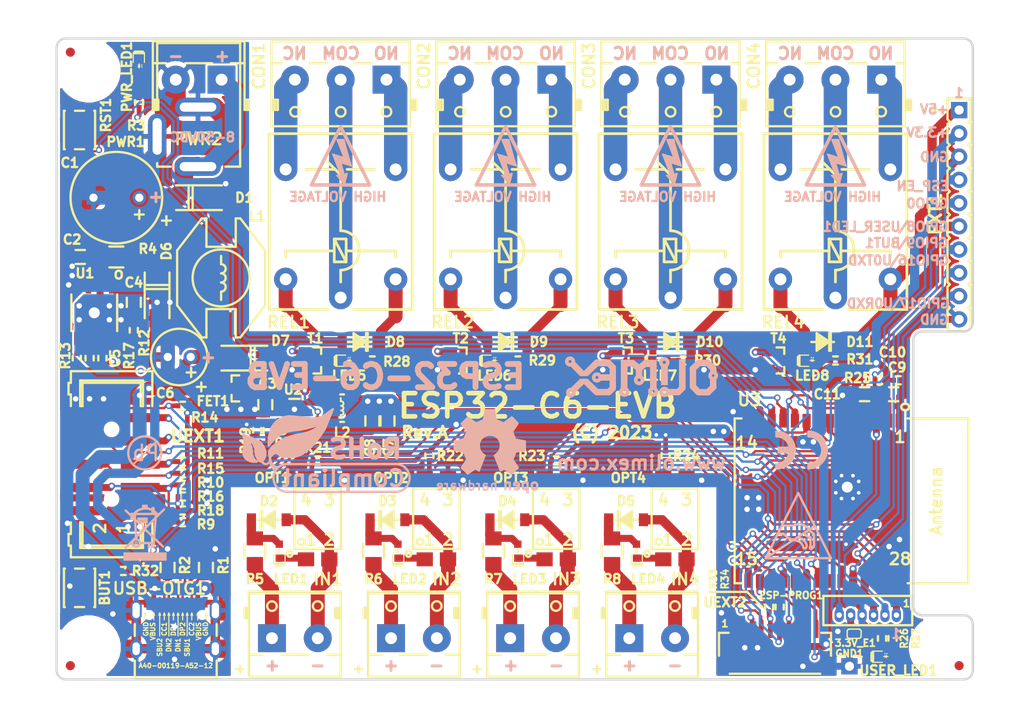
<source format=kicad_pcb>
(kicad_pcb (version 20171130) (host pcbnew 5.1.0-rc2-unknown-036be7d~80~ubuntu16.04.1)
  (title_block (title ESP32-C6-EVB) (date 2023-03-31) (rev A) (company "OLIMEX LTD.") (comment 1 https://www.olimex.com))
  (layers (0 F.Cu mixed) (31 B.Cu mixed) (34 B.Paste user) (35 F.Paste user) (36 B.SilkS user) (37 F.SilkS user) (38 B.Mask user) (39 F.Mask user) (44 Edge.Cuts user))
  (net 0 "")
  (net 1 +5V)
  (net 2 GND)
  (net 3 "Net-(C5-Pad2)")
  (net 4 "Net-(CON1-Pad3)")
  (net 5 "Net-(CON1-Pad1)")
  (net 6 "Net-(CON1-Pad2)")
  (net 7 "Net-(CON2-Pad2)")
  (net 8 "Net-(CON2-Pad1)")
  (net 9 "Net-(CON2-Pad3)")
  (net 10 "Net-(D3-Pad2)")
  (net 11 "Net-(D5-Pad1)")
  (net 12 /ESP_EN)
  (net 13 "Net-(L2-Pad1)")
  (net 14 "Net-(R19-Pad1)")
  (net 15 "Net-(LED3-Pad1)")
  (net 16 "Net-(D8-Pad2)")
  (net 17 +3.3V)
  (net 18 "Net-(3.3V_E1-Pad1)")
  (net 19 "Net-(BUT1-Pad1)")
  (net 20 /VIN)
  (net 21 "Net-(C4-Pad2)")
  (net 22 "Net-(C4-Pad1)")
  (net 23 +5V_EXT)
  (net 24 "Net-(CON3-Pad3)")
  (net 25 "Net-(CON3-Pad1)")
  (net 26 "Net-(CON3-Pad2)")
  (net 27 "Net-(CON4-Pad3)")
  (net 28 "Net-(CON4-Pad1)")
  (net 29 "Net-(CON4-Pad2)")
  (net 30 "Net-(D2-Pad1)")
  (net 31 "Net-(D2-Pad2)")
  (net 32 "Net-(D3-Pad1)")
  (net 33 "Net-(D4-Pad2)")
  (net 34 "Net-(D4-Pad1)")
  (net 35 "Net-(D5-Pad2)")
  (net 36 "Net-(D9-Pad2)")
  (net 37 "Net-(D10-Pad2)")
  (net 38 "Net-(D11-Pad2)")
  (net 39 /GPIO16\U0TXD)
  (net 40 /GPIO9\BUT1)
  (net 41 /GPIO17\U0RXD)
  (net 42 /GPIO8\USER_LED1)
  (net 43 /GPIO0)
  (net 44 +5V_USB)
  (net 45 "Net-(FID1-PadFid1)")
  (net 46 "Net-(FID2-PadFid1)")
  (net 47 "Net-(FID3-PadFid1)")
  (net 48 "Net-(IN1-Pad1)")
  (net 49 "Net-(IN2-Pad1)")
  (net 50 "Net-(IN3-Pad1)")
  (net 51 "Net-(IN4-Pad1)")
  (net 52 "Net-(LED1-Pad1)")
  (net 53 "Net-(LED2-Pad1)")
  (net 54 "Net-(LED4-Pad1)")
  (net 55 "Net-(LED5-Pad2)")
  (net 56 "Net-(LED6-Pad2)")
  (net 57 "Net-(LED7-Pad2)")
  (net 58 "Net-(LED8-Pad2)")
  (net 59 /GPIO1\In1)
  (net 60 /GPIO2\In2)
  (net 61 /GPIO3\In3)
  (net 62 /GPIO15\In4)
  (net 63 /CC2)
  (net 64 /CC1)
  (net 65 /ILIM)
  (net 66 /GPIO5\LP_UART_TXD)
  (net 67 /GPIO7\LP_I2C_SCL)
  (net 68 "Net-(R12-Pad1)")
  (net 69 "/GPIO21\\SPI2CS0(CS#)\\SDIO_CD")
  (net 70 /GPIO6\LP_I2C_SDA)
  (net 71 /GPIO4\LP_UART_RXD)
  (net 72 "Net-(R27-Pad2)")
  (net 73 /GPIO10\REL1)
  (net 74 /GPIO11\REL2)
  (net 75 /GPIO22\REL3)
  (net 76 /GPIO23\REL4)
  (net 77 "Net-(U1-Pad7)")
  (net 78 "Net-(U1-Pad6)")
  (net 79 "Net-(U3-Pad22)")
  (net 80 "/GPIO20\\SPI2Q(MISO)\\SDIO_DATA0")
  (net 81 "/GPIO19\\SPI2CLK(CLK)\\SDIO_CLK")
  (net 82 "/GPIO18\\SPI2D(MOSI)\\SDIO_CMD")
  (net 83 /GPIO13\USB_D+)
  (net 84 /GPIO12\USB_D-)
  (net 85 "Net-(USB-OTG1-PadA8)")
  (net 86 "Net-(USB-OTG1-PadB8)")
  (net 87 "Net-(PWR_LED1-Pad2)")
  (module OLIMEX_Cases-FP:ESP32-C6-WROOM-1-xx-UNIVERSAL_MODULE (layer F.Cu) (at 176.75 105.5 270)
    (fp_text reference U3 (at -11.012 11.142 180) (layer F.SilkS) (effects (font (size 1.27 1.27) (thickness 0.254))))
    (fp_text value ESP32-C6-WROOM-1-N4)
    (fp_text user 15 (at 6.35 11.43) (layer F.SilkS) (effects (font (size 1.27 1.27) (thickness 0.254))))
    (fp_text user 14 (at -6.35 11.43) (layer F.SilkS) (effects (font (size 1.27 1.27) (thickness 0.254))))
    (fp_text user 28 (at 6.35 -5.305 180) (layer F.SilkS) (effects (font (size 1.27 1.27) (thickness 0.254))))
    (fp_text user 1 (at -6.985 -5.305 180) (layer F.SilkS) (effects (font (size 1.27 1.27) (thickness 0.254))))
    (fp_text user Antenna (at 0 -9.25 90) (layer F.SilkS) (effects (font (size 1.27 1.27) (thickness 0.254))))
    (fp_text user o (at -10.25 -5.715 90) (layer F.SilkS) (effects (font (size 1.27 1.27) (thickness 0.254))))
    (pad 1 smd rect (at -8.75 -5.26 270) (size 1.5 0.9) (layers F.Cu F.Paste F.Mask) (net 2 GND))
    (pad 2 smd rect (at -8.75 -3.99 270) (size 1.5 0.9) (layers F.Cu F.Paste F.Mask) (net 17 +3.3V))
    (pad 3 smd rect (at -8.75 -2.72 270) (size 1.5 0.9) (layers F.Cu F.Paste F.Mask) (net 12 /ESP_EN))
    (pad 4 smd rect (at -8.75 -1.45 270) (size 1.5 0.9) (layers F.Cu F.Paste F.Mask) (net 71 /GPIO4\LP_UART_RXD))
    (pad 5 smd rect (at -8.75 -0.18 270) (size 1.5 0.9) (layers F.Cu F.Paste F.Mask) (net 66 /GPIO5\LP_UART_TXD))
    (pad 6 smd rect (at -8.75 1.09 270) (size 1.5 0.9) (layers F.Cu F.Paste F.Mask) (net 70 /GPIO6\LP_I2C_SDA))
    (pad 7 smd rect (at -8.75 2.36 270) (size 1.5 0.9) (layers F.Cu F.Paste F.Mask) (net 67 /GPIO7\LP_I2C_SCL))
    (pad 8 smd rect (at -8.75 3.63 270) (size 1.5 0.9) (layers F.Cu F.Paste F.Mask) (net 43 /GPIO0))
    (pad 9 smd rect (at -8.75 4.9 270) (size 1.5 0.9) (layers F.Cu F.Paste F.Mask) (net 59 /GPIO1\In1))
    (pad 10 smd rect (at -8.75 6.17 270) (size 1.5 0.9) (layers F.Cu F.Paste F.Mask) (net 42 /GPIO8\USER_LED1))
    (pad 11 smd rect (at -8.75 7.44 270) (size 1.5 0.9) (layers F.Cu F.Paste F.Mask) (net 73 /GPIO10\REL1))
    (pad 12 smd rect (at -8.75 8.71 270) (size 1.5 0.9) (layers F.Cu F.Paste F.Mask) (net 74 /GPIO11\REL2))
    (pad 13 smd rect (at -8.75 9.98 270) (size 1.5 0.9) (layers F.Cu F.Paste F.Mask) (net 84 /GPIO12\USB_D-))
    (pad 14 smd rect (at -8.75 11.25 270) (size 1.5 0.9) (layers F.Cu F.Paste F.Mask) (net 83 /GPIO13\USB_D+))
    (pad 15 smd rect (at 8.75 11.25 270) (size 1.5 0.9) (layers F.Cu F.Paste F.Mask) (net 40 /GPIO9\BUT1))
    (pad 16 smd rect (at 8.75 9.98 270) (size 1.5 0.9) (layers F.Cu F.Paste F.Mask) (net 82 "/GPIO18\\SPI2D(MOSI)\\SDIO_CMD"))
    (pad 17 smd rect (at 8.75 8.71 270) (size 1.5 0.9) (layers F.Cu F.Paste F.Mask) (net 81 "/GPIO19\\SPI2CLK(CLK)\\SDIO_CLK"))
    (pad 18 smd rect (at 8.75 7.44 270) (size 1.5 0.9) (layers F.Cu F.Paste F.Mask) (net 80 "/GPIO20\\SPI2Q(MISO)\\SDIO_DATA0"))
    (pad 19 smd rect (at 8.75 6.17 270) (size 1.5 0.9) (layers F.Cu F.Paste F.Mask) (net 69 "/GPIO21\\SPI2CS0(CS#)\\SDIO_CD"))
    (pad 20 smd rect (at 8.75 4.9 270) (size 1.5 0.9) (layers F.Cu F.Paste F.Mask) (net 75 /GPIO22\REL3))
    (pad 21 smd rect (at 8.75 3.63 270) (size 1.5 0.9) (layers F.Cu F.Paste F.Mask) (net 76 /GPIO23\REL4))
    (pad 22 smd rect (at 8.75 2.36 270) (size 1.5 0.9) (layers F.Cu F.Paste F.Mask) (net 79 "Net-(U3-Pad22)"))
    (pad 23 smd rect (at 8.75 1.09 270) (size 1.5 0.9) (layers F.Cu F.Paste F.Mask) (net 62 /GPIO15\In4))
    (pad 24 smd rect (at 8.75 -0.18 270) (size 1.5 0.9) (layers F.Cu F.Paste F.Mask) (net 41 /GPIO17\U0RXD))
    (pad 25 smd rect (at 8.75 -1.45 270) (size 1.5 0.9) (layers F.Cu F.Paste F.Mask) (net 39 /GPIO16\U0TXD))
    (pad 26 smd rect (at 8.75 -2.72 270) (size 1.5 0.9) (layers F.Cu F.Paste F.Mask) (net 61 /GPIO3\In3))
    (pad 27 smd rect (at 8.75 -3.99 270) (size 1.5 0.9) (layers F.Cu F.Paste F.Mask) (net 60 /GPIO2\In2))
    (pad 28 smd rect (at 8.75 -5.26 270) (size 1.5 0.9) (layers F.Cu F.Paste F.Mask) (net 2 GND))
    (pad 29 smd rect (at -1.5 0.46 270) (size 4 4) (layers F.Cu F.Mask) (net 2 GND))
    (pad 29 thru_hole circle (at -1.5 0.46 270) (size 1.8 1.8) (drill 1.2) (layers *.Cu *.Mask) (net 2 GND))
    (pad 29 thru_hole circle (at -2.125 -0.79 270) (size 0.7 0.7) (drill 0.4) (layers *.Cu) (net 2 GND))
    (pad 29 thru_hole circle (at -0.875 -0.79 270) (size 0.7 0.7) (drill 0.4) (layers *.Cu) (net 2 GND))
    (pad 29 thru_hole circle (at -0.25 -0.165 270) (size 0.7 0.7) (drill 0.4) (layers *.Cu) (net 2 GND))
    (pad 29 thru_hole circle (at -0.25 1.085 270) (size 0.7 0.7) (drill 0.4) (layers *.Cu) (net 2 GND))
    (pad 29 thru_hole circle (at -0.875 1.71 270) (size 0.7 0.7) (drill 0.4) (layers *.Cu) (net 2 GND))
    (pad 29 thru_hole circle (at -2.125 1.71 270) (size 0.7 0.7) (drill 0.4) (layers *.Cu) (net 2 GND))
    (pad 29 thru_hole circle (at -2.75 1.085 270) (size 0.7 0.7) (drill 0.4) (layers *.Cu) (net 2 GND))
    (pad 29 thru_hole circle (at -2.75 -0.165 270) (size 0.7 0.7) (drill 0.4) (layers *.Cu) (net 2 GND))
  )
  (module OLIMEX_Relays-FP:Relay_RAS-05-15 (layer F.Cu) (at 121 75 270)
    (fp_text reference REL1 (at 10.979 5.684 180) (layer F.SilkS) (effects (font (size 1.27 1.27) (thickness 0.254))))
    (fp_text value RAS-0515)
    (fp_text user COM (at -18.358 -0.031) (layer B.SilkS) (effects (font (size 1.27 1.27) (thickness 0.3175)) (justify mirror)))
    (fp_text user NC (at -18.358 5.049) (layer B.SilkS) (effects (font (size 1.27 1.27) (thickness 0.3175)) (justify mirror)))
    (fp_text user NO (at -18.358 -4.984 180) (layer B.SilkS) (effects (font (size 1.27 1.27) (thickness 0.3175)) (justify mirror)))
    (pad COM0 thru_hole circle (at 8.3 0 270) (size 2.54 2.54) (drill 1.3) (layers *.Cu *.Mask) (net 6 "Net-(CON1-Pad2)") (clearance 2.54))
    (pad NO0 thru_hole circle (at -5.7 -6 270) (size 2.54 2.54) (drill 1.3) (layers *.Cu *.Mask) (net 5 "Net-(CON1-Pad1)") (clearance 2.54))
    (pad NC0 thru_hole circle (at -5.7 6 270) (size 2.54 2.54) (drill 1.3) (layers *.Cu *.Mask) (net 4 "Net-(CON1-Pad3)") (clearance 2.54))
    (pad 2 thru_hole circle (at 6.3 6 270) (size 2.54 2.54) (drill 1.3) (layers *.Cu *.Mask) (net 16 "Net-(D8-Pad2)"))
    (pad 1 thru_hole circle (at 6.3 -6 270) (size 2.54 2.54) (drill 1.3) (layers *.Cu *.Mask) (net 1 +5V))
  )
  (module OLIMEX_Relays-FP:Relay_RAS-05-15 (layer F.Cu) (at 139 75 270)
    (fp_text reference REL2 (at 10.979 5.777 180) (layer F.SilkS) (effects (font (size 1.27 1.27) (thickness 0.254))))
    (fp_text value RAS-0515)
    (fp_text user COM (at -18.358 0.062 180) (layer B.SilkS) (effects (font (size 1.27 1.27) (thickness 0.3175)) (justify mirror)))
    (fp_text user NC (at -18.358 5.015 180) (layer B.SilkS) (effects (font (size 1.27 1.27) (thickness 0.3175)) (justify mirror)))
    (fp_text user NO (at -18.358 -5.018) (layer B.SilkS) (effects (font (size 1.27 1.27) (thickness 0.3175)) (justify mirror)))
    (pad COM0 thru_hole circle (at 8.3 0 270) (size 2.54 2.54) (drill 1.3) (layers *.Cu *.Mask) (net 7 "Net-(CON2-Pad2)") (clearance 2.54))
    (pad NO0 thru_hole circle (at -5.7 -6 270) (size 2.54 2.54) (drill 1.3) (layers *.Cu *.Mask) (net 8 "Net-(CON2-Pad1)") (clearance 2.54))
    (pad NC0 thru_hole circle (at -5.7 6 270) (size 2.54 2.54) (drill 1.3) (layers *.Cu *.Mask) (net 9 "Net-(CON2-Pad3)") (clearance 2.54))
    (pad 2 thru_hole circle (at 6.3 6 270) (size 2.54 2.54) (drill 1.3) (layers *.Cu *.Mask) (net 36 "Net-(D9-Pad2)"))
    (pad 1 thru_hole circle (at 6.3 -6 270) (size 2.54 2.54) (drill 1.3) (layers *.Cu *.Mask) (net 1 +5V))
  )
  (module OLIMEX_Relays-FP:Relay_RAS-05-15 (layer F.Cu) (at 157 75 270)
    (fp_text reference REL3 (at 10.979 5.743 180) (layer F.SilkS) (effects (font (size 1.27 1.27) (thickness 0.254))))
    (fp_text value RAS-0515)
    (fp_text user COM (at -18.358 0.028) (layer B.SilkS) (effects (font (size 1.27 1.27) (thickness 0.3175)) (justify mirror)))
    (fp_text user NC (at -18.358 4.981 180) (layer B.SilkS) (effects (font (size 1.27 1.27) (thickness 0.3175)) (justify mirror)))
    (fp_text user NO (at -18.358 -5.052) (layer B.SilkS) (effects (font (size 1.27 1.27) (thickness 0.3175)) (justify mirror)))
    (pad COM0 thru_hole circle (at 8.3 0 270) (size 2.54 2.54) (drill 1.3) (layers *.Cu *.Mask) (net 26 "Net-(CON3-Pad2)") (clearance 2.54))
    (pad NO0 thru_hole circle (at -5.7 -6 270) (size 2.54 2.54) (drill 1.3) (layers *.Cu *.Mask) (net 25 "Net-(CON3-Pad1)") (clearance 2.54))
    (pad NC0 thru_hole circle (at -5.7 6 270) (size 2.54 2.54) (drill 1.3) (layers *.Cu *.Mask) (net 24 "Net-(CON3-Pad3)") (clearance 2.54))
    (pad 2 thru_hole circle (at 6.3 6 270) (size 2.54 2.54) (drill 1.3) (layers *.Cu *.Mask) (net 37 "Net-(D10-Pad2)"))
    (pad 1 thru_hole circle (at 6.3 -6 270) (size 2.54 2.54) (drill 1.3) (layers *.Cu *.Mask) (net 1 +5V))
  )
  (module OLIMEX_Relays-FP:Relay_RAS-05-15 (layer F.Cu) (at 175 75 270)
    (fp_text reference REL4 (at 10.979 5.709 180) (layer F.SilkS) (effects (font (size 1.27 1.27) (thickness 0.254))))
    (fp_text value RAS-0515)
    (fp_text user COM (at -18.358 -0.006 180) (layer B.SilkS) (effects (font (size 1.27 1.27) (thickness 0.3175)) (justify mirror)))
    (fp_text user NC (at -18.358 4.947) (layer B.SilkS) (effects (font (size 1.27 1.27) (thickness 0.3175)) (justify mirror)))
    (fp_text user NO (at -18.358 -4.959) (layer B.SilkS) (effects (font (size 1.27 1.27) (thickness 0.3175)) (justify mirror)))
    (pad COM0 thru_hole circle (at 8.3 0 270) (size 2.54 2.54) (drill 1.3) (layers *.Cu *.Mask) (net 29 "Net-(CON4-Pad2)") (clearance 2.54))
    (pad NO0 thru_hole circle (at -5.7 -6 270) (size 2.54 2.54) (drill 1.3) (layers *.Cu *.Mask) (net 28 "Net-(CON4-Pad1)") (clearance 2.54))
    (pad NC0 thru_hole circle (at -5.7 6 270) (size 2.54 2.54) (drill 1.3) (layers *.Cu *.Mask) (net 27 "Net-(CON4-Pad3)") (clearance 2.54))
    (pad 2 thru_hole circle (at 6.3 6 270) (size 2.54 2.54) (drill 1.3) (layers *.Cu *.Mask) (net 38 "Net-(D11-Pad2)"))
    (pad 1 thru_hole circle (at 6.3 -6 270) (size 2.54 2.54) (drill 1.3) (layers *.Cu *.Mask) (net 1 +5V))
  )
  (module OLIMEX_Connectors-FP:TB2-DG306-5.0_2P (layer F.Cu) (at 105.5 59.5 180)
    (fp_text reference PWR2 (at 0 -6.477) (layer F.SilkS) (effects (font (size 1.27 1.27) (thickness 0.254))))
    (fp_text value "NA(DG306-5.0-2P)")
    (pad 1 thru_hole rect (at -2.5 0 180) (size 3.048 3.048) (drill 1.3) (layers *.Cu *.Mask) (net 20 /VIN))
    (pad 2 thru_hole circle (at 2.5 0 180) (size 3.048 3.048) (drill 1.3) (layers *.Cu *.Mask) (net 2 GND))
  )
  (module "OLIMEX_Connectors-FP:PWRJ-2mm(YDJ-1136)" (layer F.Cu) (at 100.675 69 270)
    (fp_text reference PWR1 (at -2.706 3.139 180) (layer F.SilkS) (effects (font (size 1.016 1.016) (thickness 0.254))))
    (fp_text value "PWRJ-2mm(YDJ-1134)")
    (pad - thru_hole oval (at -3.3 -0.3 270) (size 5 2) (drill oval 4 1) (layers *.Cu *.Mask) (net 2 GND))
    (pad - thru_hole oval (at -6.5 -4.75 270) (size 2 5) (drill oval 1 4) (layers *.Cu *.Mask) (net 2 GND))
    (pad + thru_hole oval (at 0 -4.75 270) (size 2 5) (drill oval 1 4) (layers *.Cu *.Mask) (net 20 /VIN))
  )
  (module OLIMEX_Connectors-FP:SM10B-SRSS-TB (layer F.Cu) (at 168.4 121.8)
    (fp_text reference UEXT2 (at -5.459 -5.214) (layer F.SilkS) (effects (font (size 1.016 1.016) (thickness 0.254))))
    (fp_text value SM10B-SRSS-TB)
    (fp_text user 1 (at -5.461 -2.894) (layer F.SilkS) (effects (font (size 0.762 0.762) (thickness 0.1905))))
    (pad 0 smd rect (at 5.8 1.775) (size 1.2 1.8) (layers F.Cu F.Paste F.Mask))
    (pad 0 smd rect (at -5.8 1.775) (size 1.2 1.8) (layers F.Cu F.Paste F.Mask))
    (pad 10 smd rect (at 4.5 -2.1) (size 0.5 1.55) (layers F.Cu F.Paste F.Mask) (net 69 "/GPIO21\\SPI2CS0(CS#)\\SDIO_CD"))
    (pad 9 smd rect (at 3.5 -2.1) (size 0.5 1.55) (layers F.Cu F.Paste F.Mask) (net 81 "/GPIO19\\SPI2CLK(CLK)\\SDIO_CLK"))
    (pad 8 smd rect (at 2.5 -2.1) (size 0.5 1.55) (layers F.Cu F.Paste F.Mask) (net 82 "/GPIO18\\SPI2D(MOSI)\\SDIO_CMD"))
    (pad 7 smd rect (at 1.5 -2.1) (size 0.5 1.55) (layers F.Cu F.Paste F.Mask) (net 80 "/GPIO20\\SPI2Q(MISO)\\SDIO_DATA0"))
    (pad 6 smd rect (at 0.5 -2.1) (size 0.5 1.55) (layers F.Cu F.Paste F.Mask) (net 70 /GPIO6\LP_I2C_SDA))
    (pad 5 smd rect (at -0.5 -2.1) (size 0.5 1.55) (layers F.Cu F.Paste F.Mask) (net 67 /GPIO7\LP_I2C_SCL))
    (pad 4 smd rect (at -1.5 -2.1) (size 0.5 1.55) (layers F.Cu F.Paste F.Mask) (net 71 /GPIO4\LP_UART_RXD))
    (pad 3 smd rect (at -2.5 -2.1) (size 0.5 1.55) (layers F.Cu F.Paste F.Mask) (net 66 /GPIO5\LP_UART_TXD))
    (pad 2 smd rect (at -3.5 -2.1) (size 0.5 1.55) (layers F.Cu F.Paste F.Mask) (net 2 GND))
    (pad 1 smd rect (at -4.5 -2.1) (size 0.5 1.55) (layers F.Cu F.Paste F.Mask) (net 17 +3.3V))
  )
  (module OLIMEX_Connectors-FP:WU06S (layer F.Cu) (at 178.532 117.983 180)
    (fp_text reference ESP-PROG1 (at 8.352 2.159) (layer F.SilkS) (effects (font (size 0.762 0.762) (thickness 0.1905))))
    (fp_text value "NA(WU06S)")
    (pad 6 thru_hole oval (at 3.125 0 180) (size 1 1.5) (drill 0.6) (layers *.Cu *.Mask) (net 12 /ESP_EN))
    (pad 5 thru_hole oval (at 1.875 0 180) (size 1 1.5) (drill 0.6) (layers *.Cu *.Mask) (net 18 "Net-(3.3V_E1-Pad1)"))
    (pad 4 thru_hole oval (at 0.625 0 180) (size 1 1.5) (drill 0.6) (layers *.Cu *.Mask) (net 2 GND))
    (pad 3 thru_hole oval (at -0.625 0 180) (size 1 1.5) (drill 0.6) (layers *.Cu *.Mask) (net 41 /GPIO17\U0RXD))
    (pad 2 thru_hole oval (at -1.875 0 180) (size 1 1.5) (drill 0.6) (layers *.Cu *.Mask) (net 40 /GPIO9\BUT1))
    (pad 1 thru_hole oval (at -3.125 0 180) (size 1 1.5) (drill 0.6) (layers *.Cu *.Mask) (net 39 /GPIO16\U0TXD))
  )
  (module OLIMEX_RLC-FP:R_0402_5MIL_DWS (layer F.Cu) (at 144.526 101.092)
    (fp_text reference R23 (at -2.667 -0.508) (layer F.SilkS) (effects (font (size 1.016 1.016) (thickness 0.254))))
    (fp_text value 47k/R0402)
    (pad 1 smd rect (at -0.508 0 180) (size 0.5 0.55) (layers F.Cu F.Paste F.Mask) (net 61 /GPIO3\In3))
    (pad 2 smd rect (at 0.508 0) (size 0.5 0.55) (layers F.Cu F.Paste F.Mask) (net 17 +3.3V))
  )
  (module "OLIMEX_Devices-FP:H11A817C_SMD(PC817X3NIP06)_FP" (layer F.Cu) (at 118.491 107.442)
    (fp_text reference OPT1 (at -4.953 -4.445) (layer F.SilkS) (effects (font (size 1.016 1.016) (thickness 0.254))))
    (fp_text value "PC817CS_CYPC817(C-TP2)")
    (fp_text user o (at -3.04 3.7) (layer F.SilkS) (effects (font (size 1.016 1.016) (thickness 0.254))))
    (fp_text user 4 (at -1.27 -2.032) (layer F.SilkS) (effects (font (size 1.27 1.27) (thickness 0.254))))
    (fp_text user 3 (at 1.27 -2.032) (layer F.SilkS) (effects (font (size 1.27 1.27) (thickness 0.254))))
    (fp_text user 2 (at 1.27 2.286) (layer F.SilkS) (effects (font (size 1.27 1.27) (thickness 0.254))))
    (fp_text user 1 (at -0.762 2.286) (layer F.SilkS) (effects (font (size 1.27 1.27) (thickness 0.254))))
    (pad 1 smd rect (at -1.27 4.445) (size 1.778 1.524) (layers F.Cu F.Paste F.Mask) (net 52 "Net-(LED1-Pad1)"))
    (pad 2 smd rect (at 1.27 4.445) (size 1.778 1.524) (layers F.Cu F.Paste F.Mask) (net 31 "Net-(D2-Pad2)"))
    (pad 3 smd rect (at 1.27 -4.445) (size 1.778 1.524) (layers F.Cu F.Paste F.Mask) (net 2 GND))
    (pad 4 smd rect (at -1.27 -4.445) (size 1.778 1.524) (layers F.Cu F.Paste F.Mask) (net 59 /GPIO1\In1))
  )
  (module OLIMEX_RLC-FP:C_0603_5MIL_DWS (layer F.Cu) (at 126.111 96.774 270)
    (fp_text reference C7 (at 2.921 -0.127 90) (layer F.SilkS) (effects (font (size 1.016 1.016) (thickness 0.254))))
    (fp_text value 22uF/6.3V/20%/X5R/C0603)
    (pad 1 smd rect (at -0.889 0 270) (size 1.016 1.016) (layers F.Cu F.Paste F.Mask) (net 17 +3.3V) (clearance 0.0508))
    (pad 2 smd rect (at 0.889 0 270) (size 1.016 1.016) (layers F.Cu F.Paste F.Mask) (net 2 GND) (clearance 0.0508))
  )
  (module OLIMEX_RLC-FP:C_0603_5MIL_DWS (layer F.Cu) (at 124.46 96.774 270)
    (fp_text reference C8 (at 2.921 0.254 90) (layer F.SilkS) (effects (font (size 1.016 1.016) (thickness 0.254))))
    (fp_text value 22uF/6.3V/20%/X5R/C0603)
    (pad 2 smd rect (at 0.889 0 270) (size 1.016 1.016) (layers F.Cu F.Paste F.Mask) (net 2 GND) (clearance 0.0508))
    (pad 1 smd rect (at -0.889 0 270) (size 1.016 1.016) (layers F.Cu F.Paste F.Mask) (net 17 +3.3V) (clearance 0.0508))
  )
  (module OLIMEX_Signs-FP:Sign_RoHS_1 (layer B.Cu) (at 127.508 103.886 180)
    (fp_text reference Sign_RoHS_1 hide)
    (fp_text value Sign_RoHS_1 hide)
    (fp_text user Compliant (at 6.20014 0.8382) (layer B.SilkS) (effects (font (size 1.778 1.778) (thickness 0.35)) (justify mirror)))
    (fp_text user RoHS (at 3.81508 4.04368) (layer B.SilkS) (effects (font (size 2 2) (thickness 0.5)) (justify mirror)))
  )
  (module OLIMEX_Signs-FP:Sign_RecycleBin_1 (layer B.Cu) (at 101.981 112.014 180)
    (fp_text reference Sign_RecycleBin_1 hide)
    (fp_text value Sign_RecycleBin_1 hide)
  )
  (module OLIMEX_Signs-FP:Sign_PB-Free (layer B.Cu) (at 99.822 99.949)
    (fp_text reference Sign_PB-Free)
    (fp_text value Sign_PB-Free)
    (fp_text user Pb (at -0.08636 0.33528) (layer B.SilkS) (effects (font (size 1.7 1.5) (thickness 0.254)) (justify mirror)))
  )
  (module OLIMEX_Signs-FP:Sign_OSHW_8x8 (layer B.Cu) (at 137.287 99.568 180)
    (fp_text reference Sign_OSHW_8x8 hide)
    (fp_text value Sign_OSHW_8x8 hide)
    (fp_text user open (at -3.40106 -4.17576) (layer B.SilkS) (effects (font (size 1.1 1.1) (thickness 0.254)) (justify mirror)))
    (fp_text user hardware (at 2.51206 -4.2672) (layer B.SilkS) (effects (font (thickness 0.18)) (justify mirror)))
  )
  (module OLIMEX_Signs-FP:Sign_High_Voltage (layer B.Cu) (at 175 71 180)
    (fp_text reference Sign_High_Voltage hide)
    (fp_text value Sign_High_Voltage hide)
    (fp_text user "HIGH VOLTAGE" (at 0.3175 -1.2954) (layer B.SilkS) (effects (font (thickness 0.25)) (justify mirror)))
  )
  (module OLIMEX_Signs-FP:Sign_High_Voltage (layer B.Cu) (at 157 71 180)
    (fp_text reference Sign_High_Voltage hide)
    (fp_text value Sign_High_Voltage hide)
    (fp_text user "HIGH VOLTAGE" (at 0.3175 -1.2954) (layer B.SilkS) (effects (font (thickness 0.25)) (justify mirror)))
  )
  (module OLIMEX_Signs-FP:Sign_High_Voltage (layer B.Cu) (at 139 71 180)
    (fp_text reference Sign_High_Voltage hide)
    (fp_text value Sign_High_Voltage hide)
    (fp_text user "HIGH VOLTAGE" (at 0.3175 -1.2954) (layer B.SilkS) (effects (font (thickness 0.25)) (justify mirror)))
  )
  (module OLIMEX_Signs-FP:Sign_High_Voltage (layer B.Cu) (at 121 71 180)
    (fp_text reference Sign_High_Voltage hide)
    (fp_text value Sign_High_Voltage hide)
    (fp_text user "HIGH VOLTAGE" (at 0.3175 -1.2954) (layer B.SilkS) (effects (font (thickness 0.25)) (justify mirror)))
  )
  (module OLIMEX_Signs-FP:Sign_Antistatic (layer B.Cu) (at 174.498 111.76 180)
    (fp_text reference Sign_Antistatic hide)
    (fp_text value Sign_Antistatic hide)
  )
  (module OLIMEX_Signs-FP:Logo_OLIMEX_TB (layer B.Cu) (at 153.67 91.948 180)
    (fp_text reference Logo_OLIMEX_TB hide)
    (fp_text value Logo_OLIMEX_TB hide)
  )
  (module OLIMEX_Signs-FP:CE_Sign (layer B.Cu) (at 170.307 99.949 180)
    (fp_text reference Sign_CE hide)
    (fp_text value CE_Sign hide)
  )
  (module OLIMEX_Other-FP:TEST_PAD40x70_SQUARE (layer F.Cu) (at 176.53 123.571)
    (fp_text reference GND1 (at 0 -1.397) (layer F.SilkS) (effects (font (size 0.762 0.762) (thickness 0.1905))))
    (fp_text value TESTPAD hide)
    (pad 1 thru_hole rect (at 0 0) (size 1.778 1.778) (drill 1) (layers *.Cu *.Mask) (net 2 GND))
  )
  (module OLIMEX_RLC-FP:CPOL-RM5mm_10.0x16.0mm_PTH (layer F.Cu) (at 96.52 72.39 180)
    (fp_text reference C1 (at 5.08 3.81) (layer F.SilkS) (effects (font (size 1.016 1.016) (thickness 0.254))))
    (fp_text value 100uF/63V/20%/10x13MM/Low_ESR/RM5)
    (fp_text user + (at -5.461 -2.413) (layer F.SilkS) (effects (font (size 1.27 1.27) (thickness 0.254))))
    (fp_text user + (at -2.5 -1.75) (layer F.SilkS) (effects (font (size 1.27 1.27) (thickness 0.254))))
    (pad 1 thru_hole circle (at -2.5 0 180) (size 1.524 1.524) (drill 0.9) (layers *.Cu *.Mask) (net 20 /VIN))
    (pad 2 thru_hole rect (at 2.5 0 180) (size 1.524 1.524) (drill 0.9) (layers *.Cu *.Mask) (net 2 GND))
  )
  (module OLIMEX_Jumpers-FP:SJ_1_SMALLER (layer F.Cu) (at 177.038 120.015)
    (fp_text reference 3.3V_E1 (at 0.127 1.016 unlocked) (layer F.SilkS) (effects (font (size 0.762 0.762) (thickness 0.1905))))
    (fp_text value Opened hide)
    (pad 1 smd rect (at -0.381 0) (size 0.508 0.762) (layers F.Cu F.Mask) (net 18 "Net-(3.3V_E1-Pad1)") (clearance 0.0508))
    (pad 2 smd rect (at 0.381 0) (size 0.508 0.762) (layers F.Cu F.Mask) (net 17 +3.3V) (clearance 0.0508))
  )
  (module OLIMEX_Buttons-FP:YTS-A016-X (layer F.Cu) (at 92.5 115 270)
    (fp_text reference BUT1 (at 0 -2.75 90) (layer F.SilkS) (effects (font (size 1.016 1.016) (thickness 0.254))))
    (fp_text value YTS-A016-X hide)
    (pad 1 smd rect (at -2.075 -1.075 270) (size 1.05 0.65) (layers F.Cu F.Paste F.Mask) (net 19 "Net-(BUT1-Pad1)"))
    (pad 1 smd rect (at 2.075 -1.075 270) (size 1.05 0.65) (layers F.Cu F.Paste F.Mask) (net 19 "Net-(BUT1-Pad1)"))
    (pad 2 smd rect (at -2.075 1.075 270) (size 1.05 0.65) (layers F.Cu F.Paste F.Mask) (net 2 GND))
    (pad 2 smd rect (at 2.075 1.075 270) (size 1.05 0.65) (layers F.Cu F.Paste F.Mask) (net 2 GND))
  )
  (module OLIMEX_RLC-FP:C_0603_5MIL_DWS (layer F.Cu) (at 92.583 78.867 180)
    (fp_text reference C2 (at 0.889 1.905) (layer F.SilkS) (effects (font (size 1.016 1.016) (thickness 0.254))))
    (fp_text value 100nF/100V/10%/X7R/C0603)
    (pad 2 smd rect (at 0.889 0 180) (size 1.016 1.016) (layers F.Cu F.Paste F.Mask) (net 2 GND) (clearance 0.0508))
    (pad 1 smd rect (at -0.889 0 180) (size 1.016 1.016) (layers F.Cu F.Paste F.Mask) (net 20 /VIN) (clearance 0.0508))
  )
  (module OLIMEX_RLC-FP:C_0603_5MIL_DWS (layer F.Cu) (at 112.776 94.996 270)
    (fp_text reference C3 (at -2.286 -0.254 180) (layer F.SilkS) (effects (font (size 1.016 1.016) (thickness 0.254))))
    (fp_text value 22uF/6.3V/20%/X5R/C0603)
    (pad 1 smd rect (at -0.889 0 270) (size 1.016 1.016) (layers F.Cu F.Paste F.Mask) (net 1 +5V) (clearance 0.0508))
    (pad 2 smd rect (at 0.889 0 270) (size 1.016 1.016) (layers F.Cu F.Paste F.Mask) (net 2 GND) (clearance 0.0508))
  )
  (module OLIMEX_RLC-FP:C_0603_5MIL_DWS (layer F.Cu) (at 98.425 83.82 270)
    (fp_text reference C4 (at -2.159 0 180) (layer F.SilkS) (effects (font (size 1.016 1.016) (thickness 0.254))))
    (fp_text value 100nF/100V/10%/X7R/C0603)
    (pad 2 smd rect (at 0.889 0 270) (size 1.016 1.016) (layers F.Cu F.Paste F.Mask) (net 21 "Net-(C4-Pad2)") (clearance 0.0508))
    (pad 1 smd rect (at -0.889 0 270) (size 1.016 1.016) (layers F.Cu F.Paste F.Mask) (net 22 "Net-(C4-Pad1)") (clearance 0.0508))
  )
  (module OLIMEX_RLC-FP:C_0402_5MIL_DWS (layer F.Cu) (at 93.599 89.916 90)
    (fp_text reference C5 (at 0 2.794 270) (layer F.SilkS) (effects (font (size 1.016 1.016) (thickness 0.254))))
    (fp_text value 12pF/50V/5%/COG/C0402)
    (pad 1 smd rect (at -0.508 0 270) (size 0.5 0.55) (layers F.Cu F.Paste F.Mask) (net 23 +5V_EXT))
    (pad 2 smd rect (at 0.508 0 90) (size 0.5 0.55) (layers F.Cu F.Paste F.Mask) (net 3 "Net-(C5-Pad2)"))
  )
  (module OLIMEX_RLC-FP:CPOL-RM2.5mm_6.3x11mm_PTH (layer F.Cu) (at 103.378 89.789 180)
    (fp_text reference C6 (at 1.524 -3.937) (layer F.SilkS) (effects (font (size 1.016 1.016) (thickness 0.254))))
    (fp_text value 470uF/10V/20%/Low_ESR/RM2.5/6.0x11mm)
    (fp_text user + (at -2.413 -3.175) (layer F.SilkS) (effects (font (size 1.27 1.27) (thickness 0.254))))
    (fp_text user + (at -1.3 -1.6) (layer F.SilkS) (effects (font (size 1.27 1.27) (thickness 0.254))))
    (pad 1 thru_hole circle (at -1.25 0 180) (size 1.524 1.524) (drill 0.9) (layers *.Cu *.Mask) (net 23 +5V_EXT))
    (pad 2 thru_hole rect (at 1.25 0 180) (size 1.524 1.524) (drill 0.9) (layers *.Cu *.Mask) (net 2 GND))
  )
  (module OLIMEX_RLC-FP:C_0603_5MIL_DWS (layer F.Cu) (at 181.356 93.853)
    (fp_text reference C9 (at 0.381 -2.921 180) (layer F.SilkS) (effects (font (size 1.016 1.016) (thickness 0.254))))
    (fp_text value 22uF/6.3V/20%/X5R/C0603)
    (pad 1 smd rect (at -0.889 0) (size 1.016 1.016) (layers F.Cu F.Paste F.Mask) (net 17 +3.3V) (clearance 0.0508))
    (pad 2 smd rect (at 0.889 0) (size 1.016 1.016) (layers F.Cu F.Paste F.Mask) (net 2 GND) (clearance 0.0508))
  )
  (module OLIMEX_RLC-FP:C_0402_5MIL_DWS (layer F.Cu) (at 181.864 92.329 180)
    (fp_text reference C10 (at 0.635 3.048 180) (layer F.SilkS) (effects (font (size 1.016 1.016) (thickness 0.254))))
    (fp_text value 100nF/10V/10%/X7R/C0402)
    (pad 2 smd rect (at 0.508 0 180) (size 0.5 0.55) (layers F.Cu F.Paste F.Mask) (net 17 +3.3V))
    (pad 1 smd rect (at -0.508 0) (size 0.5 0.55) (layers F.Cu F.Paste F.Mask) (net 2 GND))
  )
  (module OLIMEX_RLC-FP:C_0603_5MIL_DWS (layer F.Cu) (at 178.181 93.853 180)
    (fp_text reference C11 (at 4.064 0) (layer F.SilkS) (effects (font (size 1.016 1.016) (thickness 0.254))))
    (fp_text value 1uF/10V/10%/X5R/C0603)
    (pad 1 smd rect (at -0.889 0 180) (size 1.016 1.016) (layers F.Cu F.Paste F.Mask) (net 12 /ESP_EN) (clearance 0.0508))
    (pad 2 smd rect (at 0.889 0 180) (size 1.016 1.016) (layers F.Cu F.Paste F.Mask) (net 2 GND) (clearance 0.0508))
  )
  (module OLIMEX_Connectors-FP:TB3-DG306-5.0_3P (layer F.Cu) (at 121 59.5 180)
    (fp_text reference CON1 (at 8.907 1.5 90) (layer F.SilkS) (effects (font (size 1.27 1.27) (thickness 0.254))))
    (fp_text value DG306-5.0-3P)
    (pad 2 thru_hole circle (at 0 0 180) (size 3.048 3.048) (drill 1.3) (layers *.Cu *.Mask) (net 6 "Net-(CON1-Pad2)"))
    (pad 1 thru_hole rect (at -5 0 180) (size 3.048 3.048) (drill 1.3) (layers *.Cu *.Mask) (net 5 "Net-(CON1-Pad1)"))
    (pad 3 thru_hole circle (at 5 0 180) (size 3.048 3.048) (drill 1.3) (layers *.Cu *.Mask) (net 4 "Net-(CON1-Pad3)"))
  )
  (module OLIMEX_Connectors-FP:TB3-DG306-5.0_3P (layer F.Cu) (at 139 59.5 180)
    (fp_text reference CON2 (at 8.907 1.5 90) (layer F.SilkS) (effects (font (size 1.27 1.27) (thickness 0.254))))
    (fp_text value DG306-5.0-3P)
    (pad 2 thru_hole circle (at 0 0 180) (size 3.048 3.048) (drill 1.3) (layers *.Cu *.Mask) (net 7 "Net-(CON2-Pad2)"))
    (pad 1 thru_hole rect (at -5 0 180) (size 3.048 3.048) (drill 1.3) (layers *.Cu *.Mask) (net 8 "Net-(CON2-Pad1)"))
    (pad 3 thru_hole circle (at 5 0 180) (size 3.048 3.048) (drill 1.3) (layers *.Cu *.Mask) (net 9 "Net-(CON2-Pad3)"))
  )
  (module OLIMEX_Connectors-FP:TB3-DG306-5.0_3P (layer F.Cu) (at 157 59.5 180)
    (fp_text reference CON3 (at 8.907 1.5 90) (layer F.SilkS) (effects (font (size 1.27 1.27) (thickness 0.254))))
    (fp_text value DG306-5.0-3P)
    (pad 3 thru_hole circle (at 5 0 180) (size 3.048 3.048) (drill 1.3) (layers *.Cu *.Mask) (net 24 "Net-(CON3-Pad3)"))
    (pad 1 thru_hole rect (at -5 0 180) (size 3.048 3.048) (drill 1.3) (layers *.Cu *.Mask) (net 25 "Net-(CON3-Pad1)"))
    (pad 2 thru_hole circle (at 0 0 180) (size 3.048 3.048) (drill 1.3) (layers *.Cu *.Mask) (net 26 "Net-(CON3-Pad2)"))
  )
  (module OLIMEX_Connectors-FP:TB3-DG306-5.0_3P (layer F.Cu) (at 175 59.5 180)
    (fp_text reference CON4 (at 8.907 1.5 90) (layer F.SilkS) (effects (font (size 1.27 1.27) (thickness 0.254))))
    (fp_text value DG306-5.0-3P)
    (pad 3 thru_hole circle (at 5 0 180) (size 3.048 3.048) (drill 1.3) (layers *.Cu *.Mask) (net 27 "Net-(CON4-Pad3)"))
    (pad 1 thru_hole rect (at -5 0 180) (size 3.048 3.048) (drill 1.3) (layers *.Cu *.Mask) (net 28 "Net-(CON4-Pad1)"))
    (pad 2 thru_hole circle (at 0 0 180) (size 3.048 3.048) (drill 1.3) (layers *.Cu *.Mask) (net 29 "Net-(CON4-Pad2)"))
  )
  (module OLIMEX_Diodes-FP:SMA-KA (layer F.Cu) (at 105.537 72.39)
    (fp_text reference D1 (at 4.953 0) (layer F.SilkS) (effects (font (size 1.016 1.016) (thickness 0.254))))
    (fp_text value SMAJ58A/SMA)
    (pad 2 smd rect (at 2.5 0) (size 2 1.7) (layers F.Cu F.Paste F.Mask) (net 2 GND))
    (pad 1 smd rect (at -2.5 0) (size 2 1.7) (layers F.Cu F.Paste F.Mask) (net 20 /VIN))
    (pad 1 smd rect (at -2.373 0) (size 1.746 1.192) (layers F.Cu) (net 20 /VIN) (clearance 0.254))
    (pad 2 smd rect (at 2.373 0) (size 1.746 1.192) (layers F.Cu) (net 2 GND) (clearance 0.254))
  )
  (module OLIMEX_Diodes-FP:SOD-123_1C-2A_KA (layer F.Cu) (at 113.157 107.569)
    (fp_text reference D2 (at 0 -2.032 180) (layer F.SilkS) (effects (font (size 1.016 1.016) (thickness 0.254))))
    (fp_text value "1N4148W(SOD-123)")
    (pad 1 smd rect (at -1.9 0) (size 1 1.4) (layers F.Cu F.Paste F.Mask) (net 30 "Net-(D2-Pad1)") (clearance 0.0508))
    (pad 2 smd rect (at 1.9 0) (size 1 1.4) (layers F.Cu F.Paste F.Mask) (net 31 "Net-(D2-Pad2)") (clearance 0.0508))
  )
  (module OLIMEX_Diodes-FP:SOD-123_1C-2A_KA (layer F.Cu) (at 126.111 107.569)
    (fp_text reference D3 (at 0 -2.032) (layer F.SilkS) (effects (font (size 1.016 1.016) (thickness 0.254))))
    (fp_text value "1N4148W(SOD-123)")
    (pad 1 smd rect (at -1.9 0) (size 1 1.4) (layers F.Cu F.Paste F.Mask) (net 32 "Net-(D3-Pad1)") (clearance 0.0508))
    (pad 2 smd rect (at 1.9 0) (size 1 1.4) (layers F.Cu F.Paste F.Mask) (net 10 "Net-(D3-Pad2)") (clearance 0.0508))
  )
  (module OLIMEX_Diodes-FP:SOD-123_1C-2A_KA (layer F.Cu) (at 139.192 107.569)
    (fp_text reference D4 (at 0 -2.032) (layer F.SilkS) (effects (font (size 1.016 1.016) (thickness 0.254))))
    (fp_text value "1N4148W(SOD-123)")
    (pad 2 smd rect (at 1.9 0) (size 1 1.4) (layers F.Cu F.Paste F.Mask) (net 33 "Net-(D4-Pad2)") (clearance 0.0508))
    (pad 1 smd rect (at -1.9 0) (size 1 1.4) (layers F.Cu F.Paste F.Mask) (net 34 "Net-(D4-Pad1)") (clearance 0.0508))
  )
  (module OLIMEX_Diodes-FP:SOD-123_1C-2A_KA (layer F.Cu) (at 152.146 107.569)
    (fp_text reference D5 (at 0 -2.032) (layer F.SilkS) (effects (font (size 1.016 1.016) (thickness 0.254))))
    (fp_text value "1N4148W(SOD-123)")
    (pad 1 smd rect (at -1.9 0) (size 1 1.4) (layers F.Cu F.Paste F.Mask) (net 11 "Net-(D5-Pad1)") (clearance 0.0508))
    (pad 2 smd rect (at 1.9 0) (size 1 1.4) (layers F.Cu F.Paste F.Mask) (net 35 "Net-(D5-Pad2)") (clearance 0.0508))
  )
  (module OLIMEX_Diodes-FP:SMA-KA (layer F.Cu) (at 100.965 83.058 270)
    (fp_text reference D6 (at -4.826 -1.016 90) (layer F.SilkS) (effects (font (size 1.016 1.016) (thickness 0.254))))
    (fp_text value SS310/SMA)
    (pad 2 smd rect (at 2.5 0 270) (size 2 1.7) (layers F.Cu F.Paste F.Mask) (net 2 GND))
    (pad 1 smd rect (at -2.5 0 270) (size 2 1.7) (layers F.Cu F.Paste F.Mask) (net 22 "Net-(C4-Pad1)"))
    (pad 1 smd rect (at -2.373 0 270) (size 1.746 1.192) (layers F.Cu) (net 22 "Net-(C4-Pad1)") (clearance 0.254))
    (pad 2 smd rect (at 2.373 0 270) (size 1.746 1.192) (layers F.Cu) (net 2 GND) (clearance 0.254))
  )
  (module OLIMEX_Diodes-FP:SMA-KA (layer F.Cu) (at 110.49 89.916 180)
    (fp_text reference D7 (at -3.937 1.905 180) (layer F.SilkS) (effects (font (size 1.016 1.016) (thickness 0.254))))
    (fp_text value 1N5822/SS34/SMA)
    (pad 2 smd rect (at 2.373 0 180) (size 1.746 1.192) (layers F.Cu) (net 23 +5V_EXT) (clearance 0.254))
    (pad 1 smd rect (at -2.373 0 180) (size 1.746 1.192) (layers F.Cu) (net 1 +5V) (clearance 0.254))
    (pad 1 smd rect (at -2.5 0 180) (size 2 1.7) (layers F.Cu F.Paste F.Mask) (net 1 +5V))
    (pad 2 smd rect (at 2.5 0 180) (size 2 1.7) (layers F.Cu F.Paste F.Mask) (net 23 +5V_EXT))
  )
  (module OLIMEX_Diodes-FP:SOD-123_1C-2A_KA (layer F.Cu) (at 123.063 88.138 180)
    (fp_text reference D8 (at -3.937 0) (layer F.SilkS) (effects (font (size 1.016 1.016) (thickness 0.254))))
    (fp_text value "1N4148W(SOD-123)")
    (pad 2 smd rect (at 1.9 0 180) (size 1 1.4) (layers F.Cu F.Paste F.Mask) (net 16 "Net-(D8-Pad2)") (clearance 0.0508))
    (pad 1 smd rect (at -1.9 0 180) (size 1 1.4) (layers F.Cu F.Paste F.Mask) (net 1 +5V) (clearance 0.0508))
  )
  (module OLIMEX_Diodes-FP:SOD-123_1C-2A_KA (layer F.Cu) (at 138.938 88.138 180)
    (fp_text reference D9 (at -3.683 0) (layer F.SilkS) (effects (font (size 1.016 1.016) (thickness 0.254))))
    (fp_text value "1N4148W(SOD-123)")
    (pad 2 smd rect (at 1.9 0 180) (size 1 1.4) (layers F.Cu F.Paste F.Mask) (net 36 "Net-(D9-Pad2)") (clearance 0.0508))
    (pad 1 smd rect (at -1.9 0 180) (size 1 1.4) (layers F.Cu F.Paste F.Mask) (net 1 +5V) (clearance 0.0508))
  )
  (module OLIMEX_Diodes-FP:SOD-123_1C-2A_KA (layer F.Cu) (at 156.972 88.138 180)
    (fp_text reference D10 (at -4.318 0) (layer F.SilkS) (effects (font (size 1.016 1.016) (thickness 0.254))))
    (fp_text value "1N4148W(SOD-123)")
    (pad 1 smd rect (at -1.9 0 180) (size 1 1.4) (layers F.Cu F.Paste F.Mask) (net 1 +5V) (clearance 0.0508))
    (pad 2 smd rect (at 1.9 0 180) (size 1 1.4) (layers F.Cu F.Paste F.Mask) (net 37 "Net-(D10-Pad2)") (clearance 0.0508))
  )
  (module OLIMEX_Diodes-FP:SOD-123_1C-2A_KA (layer F.Cu) (at 173.609 88.138 180)
    (fp_text reference D11 (at -4.064 0 180) (layer F.SilkS) (effects (font (size 1.016 1.016) (thickness 0.254))))
    (fp_text value "1N4148W(SOD-123)")
    (pad 2 smd rect (at 1.9 0 180) (size 1 1.4) (layers F.Cu F.Paste F.Mask) (net 38 "Net-(D11-Pad2)") (clearance 0.0508))
    (pad 1 smd rect (at -1.9 0 180) (size 1 1.4) (layers F.Cu F.Paste F.Mask) (net 1 +5V) (clearance 0.0508))
  )
  (module OLIMEX_Connectors-FP:HN1x10 (layer F.Cu) (at 188.5 74.25 270)
    (fp_text reference EXT1 (at -0.082 2.572 90) (layer F.SilkS) (effects (font (size 1.27 1.27) (thickness 0.3175))))
    (fp_text value "NA(HN1x10)")
    (pad 10 thru_hole circle (at 11.43 0 270) (size 1.778 1.778) (drill 1) (layers *.Cu *.Mask) (net 2 GND))
    (pad 9 thru_hole circle (at 8.89 0 270) (size 1.778 1.778) (drill 1) (layers *.Cu *.Mask) (net 41 /GPIO17\U0RXD))
    (pad 7 thru_hole circle (at 3.81 0 270) (size 1.778 1.778) (drill 1) (layers *.Cu *.Mask) (net 40 /GPIO9\BUT1))
    (pad 8 thru_hole circle (at 6.35 0 270) (size 1.778 1.778) (drill 1) (layers *.Cu *.Mask) (net 39 /GPIO16\U0TXD))
    (pad 6 thru_hole circle (at 1.27 0 270) (size 1.778 1.778) (drill 1) (layers *.Cu *.Mask) (net 42 /GPIO8\USER_LED1))
    (pad 5 thru_hole circle (at -1.27 0 270) (size 1.778 1.778) (drill 1) (layers *.Cu *.Mask) (net 43 /GPIO0))
    (pad 1 thru_hole rect (at -11.43 0 270) (size 1.778 1.778) (drill 1) (layers *.Cu *.Mask) (net 1 +5V))
    (pad 2 thru_hole circle (at -8.89 0 270) (size 1.778 1.778) (drill 1) (layers *.Cu *.Mask) (net 17 +3.3V))
    (pad 3 thru_hole circle (at -6.35 0 270) (size 1.778 1.778) (drill 1) (layers *.Cu *.Mask) (net 2 GND))
    (pad 4 thru_hole circle (at -3.81 0 270) (size 1.778 1.778) (drill 1) (layers *.Cu *.Mask) (net 12 /ESP_EN))
  )
  (module OLIMEX_Transistors-FP:SOT23 (layer F.Cu) (at 109.728 93.218)
    (fp_text reference FET1 (at -2.667 1.397) (layer F.SilkS) (effects (font (size 1.016 1.016) (thickness 0.254))))
    (fp_text value WPM2015-3/TR)
    (pad 1 smd rect (at 1.10744 0.94996) (size 1.4 1) (layers F.Cu F.Paste F.Mask) (net 23 +5V_EXT) (clearance 0.0508))
    (pad 2 smd rect (at 1.10744 -0.9525) (size 1.4 1) (layers F.Cu F.Paste F.Mask) (net 1 +5V) (clearance 0.0508))
    (pad 3 smd rect (at -1.10236 0.00254) (size 1.4 1) (layers F.Cu F.Paste F.Mask) (net 44 +5V_USB) (clearance 0.0508))
  )
  (module OLIMEX_Other-FP:Fiducial1x3 (layer F.Cu) (at 91.5 123.5)
    (fp_text reference FID1 hide)
    (fp_text value Fiducial hide)
    (pad Fid1 connect circle (at 0 0) (size 1 1) (layers F.Cu F.Mask) (net 45 "Net-(FID1-PadFid1)") (clearance 1.016))
  )
  (module OLIMEX_Other-FP:Fiducial1x3 (layer F.Cu) (at 91.5 56.5)
    (fp_text reference FID2 hide)
    (fp_text value Fiducial hide)
    (pad Fid1 connect circle (at 0 0) (size 1 1) (layers F.Cu F.Mask) (net 46 "Net-(FID2-PadFid1)") (clearance 1.016))
  )
  (module OLIMEX_Other-FP:Fiducial1x3 (layer F.Cu) (at 188.5 123.5)
    (fp_text reference FID3 hide)
    (fp_text value Fiducial hide)
    (pad Fid1 connect circle (at 0 0) (size 1 1) (layers F.Cu F.Mask) (net 47 "Net-(FID3-PadFid1)") (clearance 1.016))
  )
  (module OLIMEX_Connectors-FP:TB2-DG306-5.0_2P (layer F.Cu) (at 116 120.5)
    (fp_text reference IN1 (at 3.634 -6.454 180) (layer F.SilkS) (effects (font (size 1.27 1.27) (thickness 0.254))))
    (fp_text value DG306-5.0-2P)
    (pad 2 thru_hole circle (at 2.5 0) (size 3.048 3.048) (drill 1.3) (layers *.Cu *.Mask) (net 31 "Net-(D2-Pad2)"))
    (pad 1 thru_hole rect (at -2.5 0) (size 3.048 3.048) (drill 1.3) (layers *.Cu *.Mask) (net 48 "Net-(IN1-Pad1)"))
  )
  (module OLIMEX_Connectors-FP:TB2-DG306-5.0_2P (layer F.Cu) (at 129 120.5)
    (fp_text reference IN2 (at 3.588 -6.454 180) (layer F.SilkS) (effects (font (size 1.27 1.27) (thickness 0.254))))
    (fp_text value DG306-5.0-2P)
    (pad 1 thru_hole rect (at -2.5 0) (size 3.048 3.048) (drill 1.3) (layers *.Cu *.Mask) (net 49 "Net-(IN2-Pad1)"))
    (pad 2 thru_hole circle (at 2.5 0) (size 3.048 3.048) (drill 1.3) (layers *.Cu *.Mask) (net 10 "Net-(D3-Pad2)"))
  )
  (module OLIMEX_Connectors-FP:TB2-DG306-5.0_2P (layer F.Cu) (at 142 120.5)
    (fp_text reference IN3 (at 3.669 -6.454 180) (layer F.SilkS) (effects (font (size 1.27 1.27) (thickness 0.254))))
    (fp_text value DG306-5.0-2P)
    (pad 1 thru_hole rect (at -2.5 0) (size 3.048 3.048) (drill 1.3) (layers *.Cu *.Mask) (net 50 "Net-(IN3-Pad1)"))
    (pad 2 thru_hole circle (at 2.5 0) (size 3.048 3.048) (drill 1.3) (layers *.Cu *.Mask) (net 33 "Net-(D4-Pad2)"))
  )
  (module OLIMEX_Connectors-FP:TB2-DG306-5.0_2P (layer F.Cu) (at 155 120.5)
    (fp_text reference IN4 (at 3.623 -6.454 180) (layer F.SilkS) (effects (font (size 1.27 1.27) (thickness 0.254))))
    (fp_text value DG306-5.0-2P)
    (pad 2 thru_hole circle (at 2.5 0) (size 3.048 3.048) (drill 1.3) (layers *.Cu *.Mask) (net 35 "Net-(D5-Pad2)"))
    (pad 1 thru_hole rect (at -2.5 0) (size 3.048 3.048) (drill 1.3) (layers *.Cu *.Mask) (net 51 "Net-(IN4-Pad1)"))
  )
  (module OLIMEX_RLC-FP:DBS135 (layer F.Cu) (at 107.95 81.153 270)
    (fp_text reference L1 (at -6.731 -3.937 180) (layer F.SilkS) (effects (font (size 1.016 1.016) (thickness 0.254))))
    (fp_text value "33uH/2.1A/DCR=0.1R/20%/DBS135(PD3316MT330)")
    (pad 1 smd rect (at -5.35 0 270) (size 3.2 2.5) (layers F.Cu F.Paste F.Mask) (net 22 "Net-(C4-Pad1)"))
    (pad 2 smd rect (at 5.35 0 270) (size 3.2 2.5) (layers F.Cu F.Paste F.Mask) (net 23 +5V_EXT))
  )
  (module OLIMEX_RLC-FP:CD32 (layer F.Cu) (at 121.158 95.377)
    (fp_text reference L2 (at 0 2.667) (layer F.SilkS) (effects (font (size 1.016 1.016) (thickness 0.254))))
    (fp_text value "2.2uH/1.5A/DCR=72mR/20%/3.00x3.00x1.50mm/CD32(NR3015T2R2M)")
    (pad 2 smd rect (at 1.2 0 180) (size 1.6 3) (layers F.Cu F.Paste F.Mask) (net 17 +3.3V) (clearance 0.0508))
    (pad 1 smd rect (at -1.2 0 180) (size 1.6 3) (layers F.Cu F.Paste F.Mask) (net 13 "Net-(L2-Pad1)") (clearance 0.0508))
  )
  (module OLIMEX_LEDs-FP:LED_0603_KA (layer F.Cu) (at 114.3 110.998 90)
    (fp_text reference LED1 (at -3.048 1.27 180) (layer F.SilkS) (effects (font (size 1.016 1.016) (thickness 0.254))))
    (fp_text value LED/RED/0603)
    (pad 1 smd rect (at -0.762 0 270) (size 0.8 0.8) (layers F.Cu F.Paste F.Mask) (net 52 "Net-(LED1-Pad1)"))
    (pad 2 smd rect (at 0.762 0 270) (size 0.8 0.8) (layers F.Cu F.Paste F.Mask) (net 30 "Net-(D2-Pad1)"))
  )
  (module OLIMEX_LEDs-FP:LED_0603_KA (layer F.Cu) (at 127.254 110.998 90)
    (fp_text reference LED2 (at -3.048 1.27 180) (layer F.SilkS) (effects (font (size 1.016 1.016) (thickness 0.254))))
    (fp_text value LED/RED/0603)
    (pad 1 smd rect (at -0.762 0 270) (size 0.8 0.8) (layers F.Cu F.Paste F.Mask) (net 53 "Net-(LED2-Pad1)"))
    (pad 2 smd rect (at 0.762 0 270) (size 0.8 0.8) (layers F.Cu F.Paste F.Mask) (net 32 "Net-(D3-Pad1)"))
  )
  (module OLIMEX_LEDs-FP:LED_0603_KA (layer F.Cu) (at 140.335 110.998 90)
    (fp_text reference LED3 (at -3.048 1.27 180) (layer F.SilkS) (effects (font (size 1.016 1.016) (thickness 0.254))))
    (fp_text value LED/RED/0603)
    (pad 2 smd rect (at 0.762 0 270) (size 0.8 0.8) (layers F.Cu F.Paste F.Mask) (net 34 "Net-(D4-Pad1)"))
    (pad 1 smd rect (at -0.762 0 270) (size 0.8 0.8) (layers F.Cu F.Paste F.Mask) (net 15 "Net-(LED3-Pad1)"))
  )
  (module OLIMEX_LEDs-FP:LED_0603_KA (layer F.Cu) (at 153.289 110.998 90)
    (fp_text reference LED4 (at -3.048 1.27 180) (layer F.SilkS) (effects (font (size 1.016 1.016) (thickness 0.254))))
    (fp_text value LED/RED/0603)
    (pad 1 smd rect (at -0.762 0 270) (size 0.8 0.8) (layers F.Cu F.Paste F.Mask) (net 54 "Net-(LED4-Pad1)"))
    (pad 2 smd rect (at 0.762 0 270) (size 0.8 0.8) (layers F.Cu F.Paste F.Mask) (net 11 "Net-(D5-Pad1)"))
  )
  (module OLIMEX_LEDs-FP:LED_0603_KA (layer F.Cu) (at 121.92 90.17)
    (fp_text reference LED5 (at 0 1.651) (layer F.SilkS) (effects (font (size 1.016 1.016) (thickness 0.254))))
    (fp_text value LED/GREEN/0603)
    (pad 1 smd rect (at -0.762 0 180) (size 0.8 0.8) (layers F.Cu F.Paste F.Mask) (net 16 "Net-(D8-Pad2)"))
    (pad 2 smd rect (at 0.762 0 180) (size 0.8 0.8) (layers F.Cu F.Paste F.Mask) (net 55 "Net-(LED5-Pad2)"))
  )
  (module OLIMEX_LEDs-FP:LED_0603_KA (layer F.Cu) (at 137.795 90.17)
    (fp_text reference LED6 (at 0 1.651) (layer F.SilkS) (effects (font (size 1.016 1.016) (thickness 0.254))))
    (fp_text value LED/GREEN/0603)
    (pad 2 smd rect (at 0.762 0 180) (size 0.8 0.8) (layers F.Cu F.Paste F.Mask) (net 56 "Net-(LED6-Pad2)"))
    (pad 1 smd rect (at -0.762 0 180) (size 0.8 0.8) (layers F.Cu F.Paste F.Mask) (net 36 "Net-(D9-Pad2)"))
  )
  (module OLIMEX_LEDs-FP:LED_0603_KA (layer F.Cu) (at 155.829 90.17)
    (fp_text reference LED7 (at 0 1.651) (layer F.SilkS) (effects (font (size 1.016 1.016) (thickness 0.254))))
    (fp_text value LED/GREEN/0603)
    (pad 2 smd rect (at 0.762 0 180) (size 0.8 0.8) (layers F.Cu F.Paste F.Mask) (net 57 "Net-(LED7-Pad2)"))
    (pad 1 smd rect (at -0.762 0 180) (size 0.8 0.8) (layers F.Cu F.Paste F.Mask) (net 37 "Net-(D10-Pad2)"))
  )
  (module OLIMEX_LEDs-FP:LED_0603_KA (layer F.Cu) (at 172.466 90.17)
    (fp_text reference LED8 (at 0 1.651) (layer F.SilkS) (effects (font (size 1.016 1.016) (thickness 0.254))))
    (fp_text value LED/GREEN/0603)
    (pad 2 smd rect (at 0.762 0 180) (size 0.8 0.8) (layers F.Cu F.Paste F.Mask) (net 58 "Net-(LED8-Pad2)"))
    (pad 1 smd rect (at -0.762 0 180) (size 0.8 0.8) (layers F.Cu F.Paste F.Mask) (net 38 "Net-(D11-Pad2)"))
  )
  (module OLIMEX_Other-FP:Mounting_Hole_Drill-3.3mm_Clerance-7mm (layer F.Cu) (at 93.5 121.5)
    (fp_text reference MH1 hide)
    (fp_text value Mounting_Hole_NPTH hide)
    (pad "" np_thru_hole circle (at 0 0) (size 3.300001 3.300001) (drill 3.300001) (layers *.Cu *.Mask) (clearance 1.85))
  )
  (module OLIMEX_Other-FP:Mounting_Hole_Drill-3.3mm_Clerance-7mm (layer F.Cu) (at 93.5 58.5)
    (fp_text reference MH2 hide)
    (fp_text value Mounting_Hole_NPTH hide)
    (pad "" np_thru_hole circle (at 0 0) (size 3.300001 3.300001) (drill 3.300001) (layers *.Cu *.Mask) (clearance 1.85))
  )
  (module OLIMEX_Other-FP:Mounting_Hole_Drill-3.3mm_Clerance-7mm (layer F.Cu) (at 186.5 58.5)
    (fp_text reference MH3 hide)
    (fp_text value Mounting_Hole_NPTH hide)
    (pad "" np_thru_hole circle (at 0 0) (size 3.300001 3.300001) (drill 3.300001) (layers *.Cu *.Mask) (clearance 1.85))
  )
  (module OLIMEX_Other-FP:Mounting_Hole_Drill-3.3mm_Clerance-7mm (layer F.Cu) (at 186.5 121.5)
    (fp_text reference MH4 hide)
    (fp_text value Mounting_Hole_NPTH hide)
    (pad "" np_thru_hole circle (at 0 0) (size 3.300001 3.300001) (drill 3.300001) (layers *.Cu *.Mask) (clearance 1.85))
  )
  (module "OLIMEX_Devices-FP:H11A817C_SMD(PC817X3NIP06)_FP" (layer F.Cu) (at 131.445 107.442)
    (fp_text reference OPT2 (at -4.953 -4.445) (layer F.SilkS) (effects (font (size 1.016 1.016) (thickness 0.254))))
    (fp_text value "PC817CS_CYPC817(C-TP2)")
    (fp_text user 1 (at -0.762 2.286) (layer F.SilkS) (effects (font (size 1.27 1.27) (thickness 0.254))))
    (fp_text user 2 (at 1.27 2.286) (layer F.SilkS) (effects (font (size 1.27 1.27) (thickness 0.254))))
    (fp_text user 3 (at 1.27 -2.032) (layer F.SilkS) (effects (font (size 1.27 1.27) (thickness 0.254))))
    (fp_text user 4 (at -1.27 -2.032) (layer F.SilkS) (effects (font (size 1.27 1.27) (thickness 0.254))))
    (fp_text user o (at -3.04 3.7) (layer F.SilkS) (effects (font (size 1.016 1.016) (thickness 0.254))))
    (pad 4 smd rect (at -1.27 -4.445) (size 1.778 1.524) (layers F.Cu F.Paste F.Mask) (net 60 /GPIO2\In2))
    (pad 3 smd rect (at 1.27 -4.445) (size 1.778 1.524) (layers F.Cu F.Paste F.Mask) (net 2 GND))
    (pad 2 smd rect (at 1.27 4.445) (size 1.778 1.524) (layers F.Cu F.Paste F.Mask) (net 10 "Net-(D3-Pad2)"))
    (pad 1 smd rect (at -1.27 4.445) (size 1.778 1.524) (layers F.Cu F.Paste F.Mask) (net 53 "Net-(LED2-Pad1)"))
  )
  (module "OLIMEX_Devices-FP:H11A817C_SMD(PC817X3NIP06)_FP" (layer F.Cu) (at 144.526 107.442)
    (fp_text reference OPT3 (at -4.953 -4.445) (layer F.SilkS) (effects (font (size 1.016 1.016) (thickness 0.254))))
    (fp_text value "PC817CS_CYPC817(C-TP2)")
    (fp_text user o (at -3.04 3.7) (layer F.SilkS) (effects (font (size 1.016 1.016) (thickness 0.254))))
    (fp_text user 4 (at -1.27 -2.032) (layer F.SilkS) (effects (font (size 1.27 1.27) (thickness 0.254))))
    (fp_text user 3 (at 1.27 -2.032) (layer F.SilkS) (effects (font (size 1.27 1.27) (thickness 0.254))))
    (fp_text user 2 (at 1.27 2.286) (layer F.SilkS) (effects (font (size 1.27 1.27) (thickness 0.254))))
    (fp_text user 1 (at -0.762 2.286) (layer F.SilkS) (effects (font (size 1.27 1.27) (thickness 0.254))))
    (pad 1 smd rect (at -1.27 4.445) (size 1.778 1.524) (layers F.Cu F.Paste F.Mask) (net 15 "Net-(LED3-Pad1)"))
    (pad 2 smd rect (at 1.27 4.445) (size 1.778 1.524) (layers F.Cu F.Paste F.Mask) (net 33 "Net-(D4-Pad2)"))
    (pad 3 smd rect (at 1.27 -4.445) (size 1.778 1.524) (layers F.Cu F.Paste F.Mask) (net 2 GND))
    (pad 4 smd rect (at -1.27 -4.445) (size 1.778 1.524) (layers F.Cu F.Paste F.Mask) (net 61 /GPIO3\In3))
  )
  (module "OLIMEX_Devices-FP:H11A817C_SMD(PC817X3NIP06)_FP" (layer F.Cu) (at 157.48 107.442)
    (fp_text reference OPT4 (at -5.08 -4.445) (layer F.SilkS) (effects (font (size 1.016 1.016) (thickness 0.254))))
    (fp_text value "PC817CS_CYPC817(C-TP2)")
    (fp_text user 1 (at -0.762 2.286) (layer F.SilkS) (effects (font (size 1.27 1.27) (thickness 0.254))))
    (fp_text user 2 (at 1.27 2.286) (layer F.SilkS) (effects (font (size 1.27 1.27) (thickness 0.254))))
    (fp_text user 3 (at 1.27 -2.032) (layer F.SilkS) (effects (font (size 1.27 1.27) (thickness 0.254))))
    (fp_text user 4 (at -1.27 -2.032) (layer F.SilkS) (effects (font (size 1.27 1.27) (thickness 0.254))))
    (fp_text user o (at -3.04 3.7) (layer F.SilkS) (effects (font (size 1.016 1.016) (thickness 0.254))))
    (pad 4 smd rect (at -1.27 -4.445) (size 1.778 1.524) (layers F.Cu F.Paste F.Mask) (net 62 /GPIO15\In4))
    (pad 3 smd rect (at 1.27 -4.445) (size 1.778 1.524) (layers F.Cu F.Paste F.Mask) (net 2 GND))
    (pad 2 smd rect (at 1.27 4.445) (size 1.778 1.524) (layers F.Cu F.Paste F.Mask) (net 35 "Net-(D5-Pad2)"))
    (pad 1 smd rect (at -1.27 4.445) (size 1.778 1.524) (layers F.Cu F.Paste F.Mask) (net 54 "Net-(LED4-Pad1)"))
  )
  (module OLIMEX_LEDs-FP:LED_0603_KA (layer F.Cu) (at 99 58 270)
    (fp_text reference PWR_LED1 (at 1.182 1.337 90) (layer F.SilkS) (effects (font (size 1.016 1.016) (thickness 0.254))))
    (fp_text value LED/RED/0603)
    (pad 2 smd rect (at 0.762 0 90) (size 0.8 0.8) (layers F.Cu F.Paste F.Mask) (net 87 "Net-(PWR_LED1-Pad2)"))
    (pad 1 smd rect (at -0.762 0 90) (size 0.8 0.8) (layers F.Cu F.Paste F.Mask) (net 2 GND))
  )
  (module OLIMEX_RLC-FP:R_0603_5MIL_DWS (layer F.Cu) (at 106.299 112.776 270)
    (fp_text reference R1 (at -0.254 -1.905 270) (layer F.SilkS) (effects (font (size 1.016 1.016) (thickness 0.254))))
    (fp_text value 5.1k/R0603)
    (pad 1 smd rect (at -0.889 0 270) (size 1.016 1.016) (layers F.Cu F.Paste F.Mask) (net 2 GND))
    (pad 2 smd rect (at 0.889 0 270) (size 1.016 1.016) (layers F.Cu F.Paste F.Mask) (net 63 /CC2))
  )
  (module OLIMEX_RLC-FP:R_0603_5MIL_DWS (layer F.Cu) (at 102.108 112.776 270)
    (fp_text reference R2 (at -0.254 -1.905 90) (layer F.SilkS) (effects (font (size 1.016 1.016) (thickness 0.254))))
    (fp_text value 5.1k/R0603)
    (pad 1 smd rect (at -0.889 0 270) (size 1.016 1.016) (layers F.Cu F.Paste F.Mask) (net 2 GND))
    (pad 2 smd rect (at 0.889 0 270) (size 1.016 1.016) (layers F.Cu F.Paste F.Mask) (net 64 /CC1))
  )
  (module OLIMEX_RLC-FP:R_0402_5MIL_DWS (layer F.Cu) (at 99 62 270)
    (fp_text reference R3 (at 2.516 0.321 180) (layer F.SilkS) (effects (font (size 1.016 1.016) (thickness 0.254))))
    (fp_text value 2.2k/R0402)
    (pad 1 smd rect (at -0.508 0 90) (size 0.5 0.55) (layers F.Cu F.Paste F.Mask) (net 87 "Net-(PWR_LED1-Pad2)"))
    (pad 2 smd rect (at 0.508 0 270) (size 0.5 0.55) (layers F.Cu F.Paste F.Mask) (net 1 +5V))
  )
  (module OLIMEX_RLC-FP:R_1206_5MIL_DWS (layer F.Cu) (at 96.52 78.867 180)
    (fp_text reference R4 (at -3.429 0.889) (layer F.SilkS) (effects (font (size 1.016 1.016) (thickness 0.254))))
    (fp_text value 0.03R/1%/R1206)
    (pad 1 smd rect (at -1.397 0 180) (size 1.524 1.778) (layers F.Cu F.Paste F.Mask) (net 65 /ILIM))
    (pad 2 smd rect (at 1.397 0 180) (size 1.524 1.778) (layers F.Cu F.Paste F.Mask) (net 20 /VIN))
  )
  (module OLIMEX_RLC-FP:R_1206_5MIL_DWS (layer F.Cu) (at 111.633 110.998 90)
    (fp_text reference R5 (at -3.048 0 180) (layer F.SilkS) (effects (font (size 1.016 1.016) (thickness 0.254))))
    (fp_text value 3.9k/R1206)
    (pad 2 smd rect (at 1.397 0 90) (size 1.524 1.778) (layers F.Cu F.Paste F.Mask) (net 30 "Net-(D2-Pad1)"))
    (pad 1 smd rect (at -1.397 0 90) (size 1.524 1.778) (layers F.Cu F.Paste F.Mask) (net 48 "Net-(IN1-Pad1)"))
  )
  (module OLIMEX_RLC-FP:R_1206_5MIL_DWS (layer F.Cu) (at 124.587 110.998 90)
    (fp_text reference R6 (at -3.048 0 180) (layer F.SilkS) (effects (font (size 1.016 1.016) (thickness 0.254))))
    (fp_text value 3.9k/R1206)
    (pad 1 smd rect (at -1.397 0 90) (size 1.524 1.778) (layers F.Cu F.Paste F.Mask) (net 49 "Net-(IN2-Pad1)"))
    (pad 2 smd rect (at 1.397 0 90) (size 1.524 1.778) (layers F.Cu F.Paste F.Mask) (net 32 "Net-(D3-Pad1)"))
  )
  (module OLIMEX_RLC-FP:R_1206_5MIL_DWS (layer F.Cu) (at 137.668 110.998 90)
    (fp_text reference R7 (at -3.048 0 180) (layer F.SilkS) (effects (font (size 1.016 1.016) (thickness 0.254))))
    (fp_text value 3.9k/R1206)
    (pad 2 smd rect (at 1.397 0 90) (size 1.524 1.778) (layers F.Cu F.Paste F.Mask) (net 34 "Net-(D4-Pad1)"))
    (pad 1 smd rect (at -1.397 0 90) (size 1.524 1.778) (layers F.Cu F.Paste F.Mask) (net 50 "Net-(IN3-Pad1)"))
  )
  (module OLIMEX_RLC-FP:R_1206_5MIL_DWS (layer F.Cu) (at 150.622 110.998 90)
    (fp_text reference R8 (at -3.048 0 180) (layer F.SilkS) (effects (font (size 1.016 1.016) (thickness 0.254))))
    (fp_text value 3.9k/R1206)
    (pad 1 smd rect (at -1.397 0 90) (size 1.524 1.778) (layers F.Cu F.Paste F.Mask) (net 51 "Net-(IN4-Pad1)"))
    (pad 2 smd rect (at 1.397 0 90) (size 1.524 1.778) (layers F.Cu F.Paste F.Mask) (net 11 "Net-(D5-Pad1)"))
  )
  (module OLIMEX_RLC-FP:R_0402_5MIL_DWS (layer F.Cu) (at 103.759 107.823 180)
    (fp_text reference R9 (at -2.54 -0.254) (layer F.SilkS) (effects (font (size 1.016 1.016) (thickness 0.254))))
    (fp_text value NA/R0402)
    (pad 1 smd rect (at -0.508 0) (size 0.5 0.55) (layers F.Cu F.Paste F.Mask) (net 2 GND))
    (pad 2 smd rect (at 0.508 0 180) (size 0.5 0.55) (layers F.Cu F.Paste F.Mask) (net 66 /GPIO5\LP_UART_TXD))
  )
  (module OLIMEX_RLC-FP:R_0402_5MIL_DWS (layer F.Cu) (at 103.759 103.759 180)
    (fp_text reference R10 (at -3.048 0.254) (layer F.SilkS) (effects (font (size 1.016 1.016) (thickness 0.254))))
    (fp_text value NA/R0402)
    (pad 2 smd rect (at 0.508 0 180) (size 0.5 0.55) (layers F.Cu F.Paste F.Mask) (net 66 /GPIO5\LP_UART_TXD))
    (pad 1 smd rect (at -0.508 0) (size 0.5 0.55) (layers F.Cu F.Paste F.Mask) (net 17 +3.3V))
  )
  (module OLIMEX_RLC-FP:R_0402_5MIL_DWS (layer F.Cu) (at 103.759 101.219 180)
    (fp_text reference R11 (at -3.048 0.889) (layer F.SilkS) (effects (font (size 1.016 1.016) (thickness 0.254))))
    (fp_text value 2.2k/R0402)
    (pad 1 smd rect (at -0.508 0) (size 0.5 0.55) (layers F.Cu F.Paste F.Mask) (net 17 +3.3V))
    (pad 2 smd rect (at 0.508 0 180) (size 0.5 0.55) (layers F.Cu F.Paste F.Mask) (net 67 /GPIO7\LP_I2C_SCL))
  )
  (module OLIMEX_RLC-FP:R_0402_5MIL_DWS (layer F.Cu) (at 98.425 86.868 90)
    (fp_text reference R12 (at -1.397 1.143 270) (layer F.SilkS) (effects (font (size 1.016 1.016) (thickness 0.254))))
    (fp_text value 4.7R/R0402)
    (pad 2 smd rect (at 0.508 0 90) (size 0.5 0.55) (layers F.Cu F.Paste F.Mask) (net 21 "Net-(C4-Pad2)"))
    (pad 1 smd rect (at -0.508 0 270) (size 0.5 0.55) (layers F.Cu F.Paste F.Mask) (net 68 "Net-(R12-Pad1)"))
  )
  (module OLIMEX_RLC-FP:R_0402_5MIL_DWS (layer F.Cu) (at 92.202 89.916 270)
    (fp_text reference R13 (at -0.254 1.27 90) (layer F.SilkS) (effects (font (size 1.016 1.016) (thickness 0.254))))
    (fp_text value 5.23k/1%/R0402)
    (pad 1 smd rect (at -0.508 0 90) (size 0.5 0.55) (layers F.Cu F.Paste F.Mask) (net 3 "Net-(C5-Pad2)"))
    (pad 2 smd rect (at 0.508 0 270) (size 0.5 0.55) (layers F.Cu F.Paste F.Mask) (net 2 GND))
  )
  (module OLIMEX_RLC-FP:R_0402_5MIL_DWS (layer F.Cu) (at 103.759 95.123 180)
    (fp_text reference R14 (at -2.413 -1.27) (layer F.SilkS) (effects (font (size 1.016 1.016) (thickness 0.254))))
    (fp_text value 10k/R0402)
    (pad 1 smd rect (at -0.508 0) (size 0.5 0.55) (layers F.Cu F.Paste F.Mask) (net 17 +3.3V))
    (pad 2 smd rect (at 0.508 0 180) (size 0.5 0.55) (layers F.Cu F.Paste F.Mask) (net 69 "/GPIO21\\SPI2CS0(CS#)\\SDIO_CD"))
  )
  (module OLIMEX_RLC-FP:R_0402_5MIL_DWS (layer F.Cu) (at 103.759 102.489 180)
    (fp_text reference R15 (at -3.048 0.508) (layer F.SilkS) (effects (font (size 1.016 1.016) (thickness 0.254))))
    (fp_text value 2.2k/R0402)
    (pad 2 smd rect (at 0.508 0 180) (size 0.5 0.55) (layers F.Cu F.Paste F.Mask) (net 70 /GPIO6\LP_I2C_SDA))
    (pad 1 smd rect (at -0.508 0) (size 0.5 0.55) (layers F.Cu F.Paste F.Mask) (net 17 +3.3V))
  )
  (module OLIMEX_RLC-FP:R_0402_5MIL_DWS (layer F.Cu) (at 103.759 105.029 180)
    (fp_text reference R16 (at -3.048 0) (layer F.SilkS) (effects (font (size 1.016 1.016) (thickness 0.254))))
    (fp_text value 10k/R0402)
    (pad 2 smd rect (at 0.508 0 180) (size 0.5 0.55) (layers F.Cu F.Paste F.Mask) (net 71 /GPIO4\LP_UART_RXD))
    (pad 1 smd rect (at -0.508 0) (size 0.5 0.55) (layers F.Cu F.Paste F.Mask) (net 17 +3.3V))
  )
  (module OLIMEX_RLC-FP:R_0402_5MIL_DWS (layer F.Cu) (at 94.996 89.916 90)
    (fp_text reference R17 (at 0.254 2.921 270) (layer F.SilkS) (effects (font (size 1.016 1.016) (thickness 0.254))))
    (fp_text value 30.1k/1%/R0402)
    (pad 1 smd rect (at -0.508 0 270) (size 0.5 0.55) (layers F.Cu F.Paste F.Mask) (net 23 +5V_EXT))
    (pad 2 smd rect (at 0.508 0 90) (size 0.5 0.55) (layers F.Cu F.Paste F.Mask) (net 3 "Net-(C5-Pad2)"))
  )
  (module OLIMEX_RLC-FP:R_0402_5MIL_DWS (layer F.Cu) (at 103.759 106.553 180)
    (fp_text reference R18 (at -3.048 0) (layer F.SilkS) (effects (font (size 1.016 1.016) (thickness 0.254))))
    (fp_text value NA/R0402)
    (pad 1 smd rect (at -0.508 0) (size 0.5 0.55) (layers F.Cu F.Paste F.Mask) (net 2 GND))
    (pad 2 smd rect (at 0.508 0 180) (size 0.5 0.55) (layers F.Cu F.Paste F.Mask) (net 71 /GPIO4\LP_UART_RXD))
  )
  (module OLIMEX_RLC-FP:R_0402_5MIL_DWS (layer F.Cu) (at 111.887 97.79 270)
    (fp_text reference R19 (at 1.143 1.27 270) (layer F.SilkS) (effects (font (size 1.016 1.016) (thickness 0.254))))
    (fp_text value 220k/R0402)
    (pad 1 smd rect (at -0.508 0 90) (size 0.5 0.55) (layers F.Cu F.Paste F.Mask) (net 14 "Net-(R19-Pad1)"))
    (pad 2 smd rect (at 0.508 0 270) (size 0.5 0.55) (layers F.Cu F.Paste F.Mask) (net 17 +3.3V))
  )
  (module OLIMEX_RLC-FP:R_0402_5MIL_DWS (layer F.Cu) (at 113.03 97.79 270)
    (fp_text reference R20 (at 1.143 -1.524 90) (layer F.SilkS) (effects (font (size 1.016 1.016) (thickness 0.254))))
    (fp_text value 49.9k/1%/R0402)
    (pad 1 smd rect (at -0.508 0 90) (size 0.5 0.55) (layers F.Cu F.Paste F.Mask) (net 14 "Net-(R19-Pad1)"))
    (pad 2 smd rect (at 0.508 0 270) (size 0.5 0.55) (layers F.Cu F.Paste F.Mask) (net 2 GND))
  )
  (module OLIMEX_RLC-FP:R_0402_5MIL_DWS (layer F.Cu) (at 118.491 101.092)
    (fp_text reference R21 (at 0 -1.397) (layer F.SilkS) (effects (font (size 1.016 1.016) (thickness 0.254))))
    (fp_text value 47k/R0402)
    (pad 1 smd rect (at -0.508 0 180) (size 0.5 0.55) (layers F.Cu F.Paste F.Mask) (net 59 /GPIO1\In1))
    (pad 2 smd rect (at 0.508 0) (size 0.5 0.55) (layers F.Cu F.Paste F.Mask) (net 17 +3.3V))
  )
  (module OLIMEX_RLC-FP:R_0402_5MIL_DWS (layer F.Cu) (at 130.683 100.584 90)
    (fp_text reference R22 (at 0 2.286 180) (layer F.SilkS) (effects (font (size 1.016 1.016) (thickness 0.254))))
    (fp_text value 47k/R0402)
    (pad 2 smd rect (at 0.508 0 90) (size 0.5 0.55) (layers F.Cu F.Paste F.Mask) (net 17 +3.3V))
    (pad 1 smd rect (at -0.508 0 270) (size 0.5 0.55) (layers F.Cu F.Paste F.Mask) (net 60 /GPIO2\In2))
  )
  (module OLIMEX_RLC-FP:R_0402_5MIL_DWS (layer F.Cu) (at 156.464 100.584 90)
    (fp_text reference R24 (at 0 2.286 180) (layer F.SilkS) (effects (font (size 1.016 1.016) (thickness 0.254))))
    (fp_text value 47k/R0402)
    (pad 2 smd rect (at 0.508 0 90) (size 0.5 0.55) (layers F.Cu F.Paste F.Mask) (net 17 +3.3V))
    (pad 1 smd rect (at -0.508 0 270) (size 0.5 0.55) (layers F.Cu F.Paste F.Mask) (net 62 /GPIO15\In4))
  )
  (module OLIMEX_RLC-FP:R_0402_5MIL_DWS (layer F.Cu) (at 179.832 92.329 180)
    (fp_text reference R25 (at 2.413 0.254) (layer F.SilkS) (effects (font (size 1.016 1.016) (thickness 0.254))))
    (fp_text value 10k/R0402)
    (pad 1 smd rect (at -0.508 0) (size 0.5 0.55) (layers F.Cu F.Paste F.Mask) (net 17 +3.3V))
    (pad 2 smd rect (at 0.508 0 180) (size 0.5 0.55) (layers F.Cu F.Paste F.Mask) (net 12 /ESP_EN))
  )
  (module OLIMEX_RLC-FP:R_0402_5MIL_DWS (layer F.Cu) (at 180.086 120.523 270)
    (fp_text reference R26 (at 0 -2.413 270) (layer F.SilkS) (effects (font (size 0.762 0.762) (thickness 0.1905))))
    (fp_text value 10k/R0402)
    (pad 2 smd rect (at 0.508 0 270) (size 0.5 0.55) (layers F.Cu F.Paste F.Mask) (net 42 /GPIO8\USER_LED1))
    (pad 1 smd rect (at -0.508 0 90) (size 0.5 0.55) (layers F.Cu F.Paste F.Mask) (net 17 +3.3V))
  )
  (module OLIMEX_RLC-FP:R_0402_5MIL_DWS (layer F.Cu) (at 181.229 120.523 270)
    (fp_text reference R27 (at 0 -2.54 270) (layer F.SilkS) (effects (font (size 0.762 0.762) (thickness 0.1905))))
    (fp_text value 2.2k/R0402)
    (pad 2 smd rect (at 0.508 0 270) (size 0.5 0.55) (layers F.Cu F.Paste F.Mask) (net 72 "Net-(R27-Pad2)"))
    (pad 1 smd rect (at -0.508 0 90) (size 0.5 0.55) (layers F.Cu F.Paste F.Mask) (net 17 +3.3V))
  )
  (module OLIMEX_RLC-FP:R_0402_5MIL_DWS (layer F.Cu) (at 124.46 90.17)
    (fp_text reference R28 (at 2.667 0.127) (layer F.SilkS) (effects (font (size 1.016 1.016) (thickness 0.254))))
    (fp_text value 2.2k/R0402)
    (pad 1 smd rect (at -0.508 0 180) (size 0.5 0.55) (layers F.Cu F.Paste F.Mask) (net 55 "Net-(LED5-Pad2)"))
    (pad 2 smd rect (at 0.508 0) (size 0.5 0.55) (layers F.Cu F.Paste F.Mask) (net 1 +5V))
  )
  (module OLIMEX_RLC-FP:R_0402_5MIL_DWS (layer F.Cu) (at 140.335 90.17)
    (fp_text reference R29 (at 2.667 0) (layer F.SilkS) (effects (font (size 1.016 1.016) (thickness 0.254))))
    (fp_text value 2.2k/R0402)
    (pad 1 smd rect (at -0.508 0 180) (size 0.5 0.55) (layers F.Cu F.Paste F.Mask) (net 56 "Net-(LED6-Pad2)"))
    (pad 2 smd rect (at 0.508 0) (size 0.5 0.55) (layers F.Cu F.Paste F.Mask) (net 1 +5V))
  )
  (module OLIMEX_RLC-FP:R_0402_5MIL_DWS (layer F.Cu) (at 158.369 90.17)
    (fp_text reference R30 (at 2.667 0) (layer F.SilkS) (effects (font (size 1.016 1.016) (thickness 0.254))))
    (fp_text value 2.2k/R0402)
    (pad 1 smd rect (at -0.508 0 180) (size 0.5 0.55) (layers F.Cu F.Paste F.Mask) (net 57 "Net-(LED7-Pad2)"))
    (pad 2 smd rect (at 0.508 0) (size 0.5 0.55) (layers F.Cu F.Paste F.Mask) (net 1 +5V))
  )
  (module OLIMEX_RLC-FP:R_0402_5MIL_DWS (layer F.Cu) (at 175.006 90.17)
    (fp_text reference R31 (at 2.667 -0.127) (layer F.SilkS) (effects (font (size 1.016 1.016) (thickness 0.254))))
    (fp_text value 2.2k/R0402)
    (pad 2 smd rect (at 0.508 0) (size 0.5 0.55) (layers F.Cu F.Paste F.Mask) (net 1 +5V))
    (pad 1 smd rect (at -0.508 0 180) (size 0.5 0.55) (layers F.Cu F.Paste F.Mask) (net 58 "Net-(LED8-Pad2)"))
  )
  (module OLIMEX_RLC-FP:R_0402_5MIL_DWS (layer F.Cu) (at 97.282 113.157 180)
    (fp_text reference R32 (at -2.413 0) (layer F.SilkS) (effects (font (size 1.016 1.016) (thickness 0.254))))
    (fp_text value 100R/R0402)
    (pad 2 smd rect (at 0.508 0 180) (size 0.5 0.55) (layers F.Cu F.Paste F.Mask) (net 19 "Net-(BUT1-Pad1)"))
    (pad 1 smd rect (at -0.508 0) (size 0.5 0.55) (layers F.Cu F.Paste F.Mask) (net 40 /GPIO9\BUT1))
  )
  (module OLIMEX_Buttons-FP:YTS-A016-X (layer F.Cu) (at 92.5 65 90)
    (fp_text reference RST1 (at 1.627 2.877 90) (layer F.SilkS) (effects (font (size 1.016 1.016) (thickness 0.254))))
    (fp_text value YTS-A016-X hide)
    (pad 2 smd rect (at 2.075 1.075 90) (size 1.05 0.65) (layers F.Cu F.Paste F.Mask) (net 12 /ESP_EN))
    (pad 2 smd rect (at -2.075 1.075 90) (size 1.05 0.65) (layers F.Cu F.Paste F.Mask) (net 12 /ESP_EN))
    (pad 1 smd rect (at 2.075 -1.075 90) (size 1.05 0.65) (layers F.Cu F.Paste F.Mask) (net 2 GND))
    (pad 1 smd rect (at -2.075 -1.075 90) (size 1.05 0.65) (layers F.Cu F.Paste F.Mask) (net 2 GND))
  )
  (module OLIMEX_Transistors-FP:SOT23 (layer F.Cu) (at 118.237 90.17 180)
    (fp_text reference T1 (at 0 2.413) (layer F.SilkS) (effects (font (size 1.016 1.016) (thickness 0.254))))
    (fp_text value "LMUN2235LT1G(SOT-23)")
    (pad 1 smd rect (at 1.10744 0.94996 180) (size 1.4 1) (layers F.Cu F.Paste F.Mask) (net 73 /GPIO10\REL1) (clearance 0.0508))
    (pad 2 smd rect (at 1.10744 -0.9525 180) (size 1.4 1) (layers F.Cu F.Paste F.Mask) (net 2 GND) (clearance 0.0508))
    (pad 3 smd rect (at -1.10236 0.00254 180) (size 1.4 1) (layers F.Cu F.Paste F.Mask) (net 16 "Net-(D8-Pad2)") (clearance 0.0508))
  )
  (module OLIMEX_Transistors-FP:SOT23 (layer F.Cu) (at 134.112 90.17 180)
    (fp_text reference T2 (at 0 2.413) (layer F.SilkS) (effects (font (size 1.016 1.016) (thickness 0.254))))
    (fp_text value "LMUN2235LT1G(SOT-23)")
    (pad 1 smd rect (at 1.10744 0.94996 180) (size 1.4 1) (layers F.Cu F.Paste F.Mask) (net 74 /GPIO11\REL2) (clearance 0.0508))
    (pad 2 smd rect (at 1.10744 -0.9525 180) (size 1.4 1) (layers F.Cu F.Paste F.Mask) (net 2 GND) (clearance 0.0508))
    (pad 3 smd rect (at -1.10236 0.00254 180) (size 1.4 1) (layers F.Cu F.Paste F.Mask) (net 36 "Net-(D9-Pad2)") (clearance 0.0508))
  )
  (module OLIMEX_Transistors-FP:SOT23 (layer F.Cu) (at 152.146 90.17 180)
    (fp_text reference T3 (at 0 2.413) (layer F.SilkS) (effects (font (size 1.016 1.016) (thickness 0.254))))
    (fp_text value "LMUN2235LT1G(SOT-23)")
    (pad 3 smd rect (at -1.10236 0.00254 180) (size 1.4 1) (layers F.Cu F.Paste F.Mask) (net 37 "Net-(D10-Pad2)") (clearance 0.0508))
    (pad 2 smd rect (at 1.10744 -0.9525 180) (size 1.4 1) (layers F.Cu F.Paste F.Mask) (net 2 GND) (clearance 0.0508))
    (pad 1 smd rect (at 1.10744 0.94996 180) (size 1.4 1) (layers F.Cu F.Paste F.Mask) (net 75 /GPIO22\REL3) (clearance 0.0508))
  )
  (module OLIMEX_Transistors-FP:SOT23 (layer F.Cu) (at 168.783 90.17 180)
    (fp_text reference T4 (at 0 2.413) (layer F.SilkS) (effects (font (size 1.016 1.016) (thickness 0.254))))
    (fp_text value "LMUN2235LT1G(SOT-23)")
    (pad 3 smd rect (at -1.10236 0.00254 180) (size 1.4 1) (layers F.Cu F.Paste F.Mask) (net 38 "Net-(D11-Pad2)") (clearance 0.0508))
    (pad 2 smd rect (at 1.10744 -0.9525 180) (size 1.4 1) (layers F.Cu F.Paste F.Mask) (net 2 GND) (clearance 0.0508))
    (pad 1 smd rect (at 1.10744 0.94996 180) (size 1.4 1) (layers F.Cu F.Paste F.Mask) (net 76 /GPIO23\REL4) (clearance 0.0508))
  )
  (module OLIMEX_Regulators-FP:ESOIC-8 (layer F.Cu) (at 94.107 84.963 180)
    (fp_text reference U1 (at 1.016 4.318) (layer F.SilkS) (effects (font (size 1.016 1.016) (thickness 0.254))))
    (fp_text value "TX4138(ESOIC-8)")
    (fp_text user o (at -2.667 4.318) (layer F.SilkS) (effects (font (size 1.27 1.27) (thickness 0.254))))
    (pad 9 smd rect (at 0 0 270) (size 2.6 3.5) (layers F.Cu F.Paste F.Mask) (net 65 /ILIM))
    (pad 8 smd rect (at -1.905 -2.8 180) (size 0.6 1.4) (layers F.Cu F.Paste F.Mask) (net 68 "Net-(R12-Pad1)") (clearance 0.0508))
    (pad 7 smd rect (at -0.635 -2.8 180) (size 0.6 1.4) (layers F.Cu F.Paste F.Mask) (net 77 "Net-(U1-Pad7)") (clearance 0.0508))
    (pad 6 smd rect (at 0.635 -2.8 180) (size 0.6 1.4) (layers F.Cu F.Paste F.Mask) (net 78 "Net-(U1-Pad6)") (clearance 0.0508))
    (pad 5 smd rect (at 1.905 -2.8 180) (size 0.6 1.4) (layers F.Cu F.Paste F.Mask) (net 3 "Net-(C5-Pad2)") (clearance 0.0508))
    (pad 4 smd rect (at 1.905 2.8 180) (size 0.6 1.4) (layers F.Cu F.Paste F.Mask) (net 2 GND) (clearance 0.0508))
    (pad 3 smd rect (at 0.635 2.8 180) (size 0.6 1.4) (layers F.Cu F.Paste F.Mask) (net 20 /VIN) (clearance 0.0508))
    (pad 2 smd rect (at -0.635 2.8 180) (size 0.6 1.4) (layers F.Cu F.Paste F.Mask) (net 65 /ILIM) (clearance 0.0508))
    (pad 1 smd rect (at -1.905 2.8 180) (size 0.6 1.4) (layers F.Cu F.Paste F.Mask) (net 22 "Net-(C4-Pad1)") (clearance 0.0508))
    (pad 9 thru_hole circle (at 0 0 180) (size 1.8 1.8) (drill 1.2) (layers *.Cu *.Mask) (net 65 /ILIM) (clearance 0.0508))
  )
  (module OLIMEX_Regulators-FP:SOT-23-5 (layer F.Cu) (at 115.951 95.758)
    (fp_text reference U2 (at -0.127 -2.413) (layer F.SilkS) (effects (font (size 1.016 1.016) (thickness 0.254))))
    (fp_text value "SY8089AAAC(SOT23-5)")
    (pad 1 smd rect (at 1.3 0.95) (size 1.2 0.55) (layers F.Cu F.Paste F.Mask) (net 1 +5V) (clearance 0.0508))
    (pad 2 smd rect (at 1.3 0) (size 1.2 0.55) (layers F.Cu F.Paste F.Mask) (net 2 GND) (clearance 0.0508))
    (pad 3 smd rect (at 1.3 -0.95) (size 1.2 0.55) (layers F.Cu F.Paste F.Mask) (net 13 "Net-(L2-Pad1)") (clearance 0.0508))
    (pad 5 smd rect (at -1.3 0.95) (size 1.2 0.55) (layers F.Cu F.Paste F.Mask) (net 14 "Net-(R19-Pad1)") (clearance 0.0508))
    (pad 4 smd rect (at -1.3 -0.95) (size 1.2 0.55) (layers F.Cu F.Paste F.Mask) (net 1 +5V) (clearance 0.0508))
  )
  (module OLIMEX_Connectors-FP:GBH-254-SMT-10 (layer F.Cu) (at 96 101.5 90)
    (fp_text reference UEXT1 (at 3.075 9.41) (layer F.SilkS) (effects (font (size 1.27 1.27) (thickness 0.3175))))
    (fp_text value P-B-V-10-LF)
    (fp_text user 2 (at -6.985 -1.27 90) (layer F.SilkS) (effects (font (size 1.27 1.27) (thickness 0.254))))
    (fp_text user 1 (at -6.985 1.27 90) (layer F.SilkS) (effects (font (size 1.27 1.27) (thickness 0.254))))
    (pad "" np_thru_hole circle (at -3.81 0 90) (size 1.2 1.2) (drill 1.2) (layers *.Cu *.Mask))
    (pad 10 smd rect (at 5.08 -3.125 180) (size 4.25 1) (layers F.Cu F.Mask) (net 69 "/GPIO21\\SPI2CS0(CS#)\\SDIO_CD"))
    (pad 9 smd rect (at 5.08 3.125 180) (size 4.25 1) (layers F.Cu F.Mask) (net 81 "/GPIO19\\SPI2CLK(CLK)\\SDIO_CLK"))
    (pad 8 smd rect (at 2.54 -3.125 180) (size 4.25 1) (layers F.Cu F.Mask) (net 82 "/GPIO18\\SPI2D(MOSI)\\SDIO_CMD"))
    (pad 7 smd rect (at 2.54 3.125 180) (size 4.25 1) (layers F.Cu F.Mask) (net 80 "/GPIO20\\SPI2Q(MISO)\\SDIO_DATA0"))
    (pad 6 smd rect (at 0 -3.125 180) (size 4.25 1) (layers F.Cu F.Mask) (net 70 /GPIO6\LP_I2C_SDA))
    (pad 5 smd rect (at 0 3.125 180) (size 4.25 1) (layers F.Cu F.Mask) (net 67 /GPIO7\LP_I2C_SCL))
    (pad 4 smd rect (at -2.54 -3.125 180) (size 4.25 1) (layers F.Cu F.Mask) (net 71 /GPIO4\LP_UART_RXD))
    (pad 3 smd rect (at -2.54 3.125 180) (size 4.25 1) (layers F.Cu F.Mask) (net 66 /GPIO5\LP_UART_TXD))
    (pad 2 smd rect (at -5.08 -3.125 180) (size 4.25 1) (layers F.Cu F.Mask) (net 2 GND))
    (pad 1 smd rect (at -5.08 3.125 180) (size 4.25 1) (layers F.Cu F.Mask) (net 17 +3.3V))
    (pad "" np_thru_hole circle (at 3.81 0 90) (size 1.2 1.2) (drill 1.2) (layers *.Cu *.Mask))
  )
  (module "OLIMEX_Connectors-FP:USB2.0_TYPE-C(A40-00119-A52-12)" (layer F.Cu) (at 103 120.5 270)
    (fp_text reference USB-OTG1 (at -5.438 1.781 180) (layer F.SilkS) (effects (font (size 1.27 1.27) (thickness 0.254))))
    (fp_text value "USB-C-16P-F(A40-00119-A52-12)")
    (fp_text user A40-00119-A52-12 (at 3 0) (layer F.SilkS) (effects (font (size 0.508 0.508) (thickness 0.127))))
    (fp_text user GND (at -1 3.25 90) (layer F.SilkS) (effects (font (size 0.508 0.508) (thickness 0.127))))
    (fp_text user VBUS (at -0.75 2.5 90) (layer F.SilkS) (effects (font (size 0.508 0.508) (thickness 0.127))))
    (fp_text user SBU2 (at 1 1.75 90) (layer F.SilkS) (effects (font (size 0.508 0.508) (thickness 0.127))))
    (fp_text user CC1 (at -1 1.25 90) (layer F.SilkS) (effects (font (size 0.508 0.508) (thickness 0.127))))
    (fp_text user DN2 (at 0.75 0.75 90) (layer F.SilkS) (effects (font (size 0.508 0.508) (thickness 0.127))))
    (fp_text user DP1 (at -1 0.25 90) (layer F.SilkS) (effects (font (size 0.508 0.508) (thickness 0.127))))
    (fp_text user DN1 (at 0.75 -0.25 90) (layer F.SilkS) (effects (font (size 0.508 0.508) (thickness 0.127))))
    (fp_text user DP2 (at -1 -0.75 90) (layer F.SilkS) (effects (font (size 0.508 0.508) (thickness 0.127))))
    (fp_text user SBU1 (at 1 -1.25 90) (layer F.SilkS) (effects (font (size 0.508 0.508) (thickness 0.127))))
    (fp_text user CC2 (at -1 -1.75 90) (layer F.SilkS) (effects (font (size 0.508 0.508) (thickness 0.127))))
    (fp_text user VBUS (at -0.75 -2.5 90) (layer F.SilkS) (effects (font (size 0.508 0.508) (thickness 0.127))))
    (fp_text user GND (at -1 -3.25 90) (layer F.SilkS) (effects (font (size 0.508 0.508) (thickness 0.127))))
    (pad A12 smd rect (at -3.932 -3.325) (size 0.3 1.15) (layers F.Cu F.Paste F.Mask) (net 2 GND))
    (pad A1 smd rect (at -3.932 3.325) (size 0.3 1.15) (layers F.Cu F.Paste F.Mask) (net 2 GND))
    (pad B1 smd rect (at -3.932 -3.075) (size 0.3 1.15) (layers F.Cu F.Paste F.Mask) (net 2 GND))
    (pad B12 smd rect (at -3.932 3.075) (size 0.3 1.15) (layers F.Cu F.Paste F.Mask) (net 2 GND))
    (pad A9 smd rect (at -3.932 -2.525) (size 0.3 1.15) (layers F.Cu F.Paste F.Mask) (net 44 +5V_USB))
    (pad A4 smd rect (at -3.932 2.525) (size 0.3 1.15) (layers F.Cu F.Paste F.Mask) (net 44 +5V_USB))
    (pad B4 smd rect (at -3.932 -2.275) (size 0.3 1.15) (layers F.Cu F.Paste F.Mask) (net 44 +5V_USB))
    (pad B9 smd rect (at -3.932 2.275) (size 0.3 1.15) (layers F.Cu F.Paste F.Mask) (net 44 +5V_USB))
    (pad 0 thru_hole oval (at -3.03 4.32) (size 1.2 2.2) (drill oval 0.8 1.7) (layers *.Cu *.Mask) (net 2 GND))
    (pad "" np_thru_hole circle (at -2.53 2.89) (size 0.6 0.6) (drill 0.6) (layers *.Cu *.Mask))
    (pad 0 thru_hole oval (at 1.15 4.32) (size 1.3 2) (drill oval 0.8 1.4) (layers *.Cu *.Mask) (net 2 GND))
    (pad 0 thru_hole oval (at 1.15 -4.32) (size 1.3 2) (drill oval 0.8 1.4) (layers *.Cu *.Mask) (net 2 GND))
    (pad 0 thru_hole oval (at -3.03 -4.32) (size 1.2 2.2) (drill oval 0.8 1.7) (layers *.Cu *.Mask) (net 2 GND))
    (pad A6 smd rect (at -3.932 0.25) (size 0.25 1.15) (layers F.Cu F.Paste F.Mask) (net 83 /GPIO13\USB_D+))
    (pad B6 smd rect (at -3.932 -0.75) (size 0.25 1.15) (layers F.Cu F.Paste F.Mask) (net 83 /GPIO13\USB_D+))
    (pad A8 smd rect (at -3.932 -1.25) (size 0.25 1.15) (layers F.Cu F.Paste F.Mask) (net 85 "Net-(USB-OTG1-PadA8)"))
    (pad A7 smd rect (at -3.932 -0.25) (size 0.25 1.15) (layers F.Cu F.Paste F.Mask) (net 84 /GPIO12\USB_D-))
    (pad B5 smd rect (at -3.932 -1.75) (size 0.25 1.15) (layers F.Cu F.Paste F.Mask) (net 63 /CC2))
    (pad B7 smd rect (at -3.932 0.75) (size 0.25 1.15) (layers F.Cu F.Paste F.Mask) (net 84 /GPIO12\USB_D-))
    (pad A5 smd rect (at -3.932 1.25) (size 0.25 1.15) (layers F.Cu F.Paste F.Mask) (net 64 /CC1))
    (pad B8 smd rect (at -3.932 1.75) (size 0.25 1.15) (layers F.Cu F.Paste F.Mask) (net 86 "Net-(USB-OTG1-PadB8)"))
    (pad "" np_thru_hole circle (at -2.53 -2.89) (size 0.6 0.6) (drill 0.6) (layers *.Cu *.Mask))
    (pad 0 connect rect (at -3.03 4.9276) (size 1.1 2.2) (layers F.Cu F.Mask) (net 2 GND))
    (pad 0 connect rect (at 1.15 4.9276) (size 1.1 2) (layers F.Cu F.Mask) (net 2 GND))
    (pad 0 connect rect (at -3.03 -4.9276) (size 1.1 2.2) (layers F.Cu F.Mask) (net 2 GND))
    (pad 0 connect rect (at 1.15 -4.9276) (size 1.1 2) (layers F.Cu F.Mask) (net 2 GND))
  )
  (module OLIMEX_LEDs-FP:LED_0603_KA (layer F.Cu) (at 180.5 122.5)
    (fp_text reference USER_LED1 (at 1.364 1.524) (layer F.SilkS) (effects (font (size 1.016 1.016) (thickness 0.254))))
    (fp_text value LED/GREEN/0603)
    (pad 1 smd rect (at -0.762 0 180) (size 0.8 0.8) (layers F.Cu F.Paste F.Mask) (net 42 /GPIO8\USER_LED1))
    (pad 2 smd rect (at 0.762 0 180) (size 0.8 0.8) (layers F.Cu F.Paste F.Mask) (net 72 "Net-(R27-Pad2)"))
  )
  (module OLIMEX_RLC-FP:R_0402_5MIL_DWS (layer F.Cu) (at 167.767 117.094 270)
    (fp_text reference R33 (at -3.048 6.096 270) (layer F.SilkS) (effects (font (size 0.762 0.762) (thickness 0.1905))))
    (fp_text value "NA(2.2k/R0402)")
    (pad 1 smd rect (at -0.508 0 90) (size 0.5 0.55) (layers F.Cu F.Paste F.Mask) (net 17 +3.3V))
    (pad 2 smd rect (at 0.508 0 270) (size 0.5 0.55) (layers F.Cu F.Paste F.Mask) (net 67 /GPIO7\LP_I2C_SCL))
  )
  (module OLIMEX_RLC-FP:R_0402_5MIL_DWS (layer F.Cu) (at 168.91 117.094 270)
    (fp_text reference R34 (at -3.048 5.969 270) (layer F.SilkS) (effects (font (size 0.762 0.762) (thickness 0.1905))))
    (fp_text value "NA(2.2k/R0402)")
    (pad 2 smd rect (at 0.508 0 270) (size 0.5 0.55) (layers F.Cu F.Paste F.Mask) (net 70 /GPIO6\LP_I2C_SDA))
    (pad 1 smd rect (at -0.508 0 90) (size 0.5 0.55) (layers F.Cu F.Paste F.Mask) (net 17 +3.3V))
  )
  (gr_text GND (at 185.801 85.725) (layer B.SilkS) (effects (font (size 1.016 1.016) (thickness 0.254)) (justify mirror)))
  (gr_text GPIO17\U0RXD (at 181.864 83.947) (layer B.SilkS) (effects (font (size 1.016 1.016) (thickness 0.254)) (justify mirror)))
  (gr_text GPIO16\U0TXD (at 181.864 79.248) (layer B.SilkS) (effects (font (size 1.016 1.016) (thickness 0.254)) (justify mirror)))
  (gr_text GPIO9\BUT1 (at 182.753 77.343) (layer B.SilkS) (effects (font (size 1.016 1.016) (thickness 0.254)) (justify mirror)))
  (gr_text GPIO8\USER_LED1 (at 180.467 75.565) (layer B.SilkS) (effects (font (size 1.016 1.016) (thickness 0.254)) (justify mirror)))
  (gr_text ESP_EN (at 184.531 71.12) (layer B.SilkS) (effects (font (size 1.016 1.016) (thickness 0.254)) (justify mirror)))
  (gr_text GPIO0 (at 185.039 73.025) (layer B.SilkS) (effects (font (size 1.016 1.016) (thickness 0.254)) (justify mirror)))
  (gr_text +3.3V (at 185.039 65.278) (layer B.SilkS) (effects (font (size 1.016 1.016) (thickness 0.254)) (justify mirror)))
  (gr_text +5V (at 185.801 62.738) (layer B.SilkS) (effects (font (size 1.016 1.016) (thickness 0.254)) (justify mirror)))
  (gr_text GND (at 185.801 67.945) (layer B.SilkS) (effects (font (size 1.016 1.016) (thickness 0.254)) (justify mirror)))
  (gr_text + (at 106.553 89.789) (layer B.SilkS) (effects (font (size 1.27 1.27) (thickness 0.3175)) (justify mirror)))
  (gr_text + (at 100.838 72.263) (layer B.SilkS) (effects (font (size 1.27 1.27) (thickness 0.3175)) (justify mirror)))
  (gr_text 1 (at 188.468 60.96) (layer B.SilkS) (effects (font (size 1.016 1.016) (thickness 0.254)) (justify mirror)))
  (gr_text 1 (at 181.61 120.015) (layer B.SilkS) (effects (font (size 1.016 1.016) (thickness 0.254)) (justify mirror)))
  (gr_text - (at 157.48 123.444) (layer B.SilkS) (effects (font (size 1.27 1.27) (thickness 0.3175)) (justify mirror)))
  (gr_text + (at 152.527 123.444) (layer B.SilkS) (effects (font (size 1.27 1.27) (thickness 0.3175)) (justify mirror)))
  (gr_text + (at 139.573 123.444) (layer B.SilkS) (effects (font (size 1.27 1.27) (thickness 0.3175)) (justify mirror)))
  (gr_text - (at 144.526 123.444) (layer B.SilkS) (effects (font (size 1.27 1.27) (thickness 0.3175)) (justify mirror)))
  (gr_text - (at 131.445 123.444) (layer B.SilkS) (effects (font (size 1.27 1.27) (thickness 0.3175)) (justify mirror)))
  (gr_text + (at 126.492 123.444) (layer B.SilkS) (effects (font (size 1.27 1.27) (thickness 0.3175)) (justify mirror)))
  (gr_text - (at 118.491 123.444) (layer B.SilkS) (effects (font (size 1.27 1.27) (thickness 0.3175)) (justify mirror)))
  (gr_text + (at 113.538 123.444) (layer B.SilkS) (effects (font (size 1.27 1.27) (thickness 0.3175)) (justify mirror)))
  (gr_text - (at 102.997 56.896) (layer B.SilkS) (effects (font (size 1.27 1.27) (thickness 0.3175)) (justify mirror)))
  (gr_text + (at 108.077 56.896) (layer B.SilkS) (effects (font (size 1.27 1.27) (thickness 0.3175)) (justify mirror)))
  (gr_text 8-50VDC (at 105.918 65.786) (layer B.SilkS) (effects (font (size 1.016 1.016) (thickness 0.254)) (justify mirror)))
  (gr_text 1 (at 182.753 116.713) (layer F.SilkS) (effects (font (size 0.762 0.762) (thickness 0.1905))))
  (gr_line (start 165.354 115.443) (end 167.005 117.094) (layer F.SilkS) (width 0.254))
  (gr_line (start 161.29 115.443) (end 165.354 115.443) (layer F.SilkS) (width 0.254))
  (gr_text 1 (at 186.182 62.865 90) (layer F.SilkS) (effects (font (size 1.016 1.016) (thickness 0.254))))
  (gr_text + (at 148.971 123.825) (layer F.SilkS) (effects (font (size 1.016 1.016) (thickness 0.254))))
  (gr_text + (at 135.89 123.825) (layer F.SilkS) (effects (font (size 1.016 1.016) (thickness 0.254))))
  (gr_text + (at 122.936 123.825) (layer F.SilkS) (effects (font (size 1.016 1.016) (thickness 0.254))))
  (gr_text + (at 109.982 123.825) (layer F.SilkS) (effects (font (size 1.016 1.016) (thickness 0.254))))
  (gr_text ESP32-C6-EVB (at 125.857 91.948) (layer B.SilkS) (effects (font (size 2.54 2.54) (thickness 0.635)) (justify mirror)))
  (gr_text "(C) 2023" (at 150.622 98.044) (layer F.SilkS) (effects (font (size 1.27 1.27) (thickness 0.3175))))
  (gr_text www.olimex.com (at 153.797 101.346) (layer B.SilkS) (effects (font (size 1.524 1.524) (thickness 0.3175)) (justify mirror)))
  (gr_text Rev.A (at 130.175 98.044) (layer F.SilkS) (effects (font (size 1.27 1.27) (thickness 0.3175))))
  (gr_text ESP32-C6-EVB (at 142.494 95.123) (layer F.SilkS) (effects (font (size 2.54 2.54) (thickness 0.508))))
  (gr_arc (start 91 56) (end 91 55) (angle -90) (layer Edge.Cuts) (width 0.254))
  (gr_arc (start 91 124) (end 90 124) (angle -90) (layer Edge.Cuts) (width 0.254))
  (gr_arc (start 189 56) (end 190 56) (angle -90) (layer Edge.Cuts) (width 0.254))
  (gr_arc (start 189 124) (end 189 125) (angle -90) (layer Edge.Cuts) (width 0.254))
  (gr_arc (start 184.5 117) (end 183.5 117) (angle -90) (layer Edge.Cuts) (width 0.254))
  (gr_arc (start 184.5 88) (end 184.5 87) (angle -90) (layer Edge.Cuts) (width 0.254))
  (gr_arc (start 189 86) (end 189 87) (angle -90) (layer Edge.Cuts) (width 0.254))
  (gr_arc (start 189 119) (end 190 119) (angle -90) (layer Edge.Cuts) (width 0.254))
  (gr_line (start 190 119) (end 190 124) (layer Edge.Cuts) (width 0.254))
  (gr_line (start 184.5 87) (end 189 87) (layer Edge.Cuts) (width 0.254))
  (gr_line (start 183.5 117) (end 183.5 88) (layer Edge.Cuts) (width 0.254))
  (gr_line (start 189 118) (end 184.5 118) (layer Edge.Cuts) (width 0.254))
  (gr_line (start 90 56) (end 90 124) (layer Edge.Cuts) (width 0.254))
  (gr_line (start 189 55) (end 91 55) (layer Edge.Cuts) (width 0.254))
  (gr_line (start 190 86) (end 190 56) (layer Edge.Cuts) (width 0.254))
  (gr_line (start 91 125) (end 189 125) (layer Edge.Cuts) (width 0.254))
  (via (at 98.806 63.627) (size 0.7) (drill 0.4) (layers F.Cu B.Cu) (net 1))
  (segment (start 99 63.433) (end 98.806 63.627) (width 0.508) (layer F.Cu) (net 1))
  (segment (start 99 62.508) (end 99 63.433) (width 0.508) (layer F.Cu) (net 1))
  (segment (start 181 83.922) (end 181 81.3) (width 1.524) (layer F.Cu) (net 1))
  (segment (start 175.509 88.138) (end 176.784 88.138) (width 1.016) (layer F.Cu) (net 1))
  (segment (start 175.514 90.17) (end 176.022 90.17) (width 0.508) (layer F.Cu) (net 1))
  (segment (start 176.022 90.17) (end 176.022 88.9) (width 1.524) (layer F.Cu) (net 1))
  (segment (start 158.877 90.17) (end 159.258 90.17) (width 0.508) (layer F.Cu) (net 1))
  (segment (start 159.258 87.884) (end 159.258 90.17) (width 1.016) (layer F.Cu) (net 1))
  (segment (start 163 84.142) (end 159.258 87.884) (width 1.016) (layer F.Cu) (net 1))
  (segment (start 158.872 88.138) (end 159.004 88.138) (width 0.508) (layer F.Cu) (net 1))
  (segment (start 159.004 88.138) (end 159.258 87.884) (width 0.508) (layer F.Cu) (net 1))
  (segment (start 145 84.108) (end 141.351 87.757) (width 1.016) (layer F.Cu) (net 1))
  (segment (start 140.843 90.17) (end 141.351 90.17) (width 0.508) (layer F.Cu) (net 1))
  (segment (start 141.351 87.757) (end 141.351 90.17) (width 1.016) (layer F.Cu) (net 1))
  (segment (start 140.97 88.138) (end 141.351 87.757) (width 0.508) (layer F.Cu) (net 1))
  (segment (start 140.838 88.138) (end 140.97 88.138) (width 0.508) (layer F.Cu) (net 1))
  (segment (start 127 85.362062) (end 125.349 87.013062) (width 1.016) (layer F.Cu) (net 1))
  (segment (start 124.963 88.138) (end 124.963 87.889) (width 0.508) (layer F.Cu) (net 1))
  (segment (start 124.963 87.889) (end 125.349 87.503) (width 0.508) (layer F.Cu) (net 1))
  (segment (start 125.349 87.013062) (end 125.349 87.503) (width 1.016) (layer F.Cu) (net 1))
  (segment (start 124.968 90.17) (end 125.349 90.17) (width 0.508) (layer F.Cu) (net 1))
  (via (at 118.491 95.758) (size 0.7) (drill 0.4) (layers F.Cu B.Cu) (net 1))
  (segment (start 176.022 90.954641) (end 176.022 90.17) (width 1.524) (layer F.Cu) (net 1))
  (segment (start 174.266641 92.71) (end 176.022 90.954641) (width 1.524) (layer F.Cu) (net 1))
  (segment (start 181 84.176) (end 181 83.922) (width 1.016) (layer F.Cu) (net 1))
  (segment (start 177.038 88.138) (end 181 84.176) (width 1.016) (layer F.Cu) (net 1))
  (segment (start 176.784 88.138) (end 177.038 88.138) (width 1.016) (layer F.Cu) (net 1))
  (segment (start 176.276 88.9) (end 177.038 88.138) (width 1.016) (layer F.Cu) (net 1))
  (segment (start 176.022 88.9) (end 176.276 88.9) (width 1.016) (layer F.Cu) (net 1))
  (segment (start 181.520708 81.3) (end 182.400854 80.419854) (width 1.524) (layer F.Cu) (net 1))
  (segment (start 181 81.3) (end 181.520708 81.3) (width 1.524) (layer F.Cu) (net 1))
  (segment (start 163 81.3) (end 163 84.142) (width 1.524) (layer F.Cu) (net 1))
  (segment (start 145 81.3) (end 145 84.108) (width 1.524) (layer F.Cu) (net 1))
  (segment (start 127 81.3) (end 127 85.362062) (width 1.524) (layer F.Cu) (net 1))
  (segment (start 159.258 90.17) (end 159.258 92.329) (width 1.016) (layer F.Cu) (net 1))
  (segment (start 159.258 92.329) (end 158.877 92.71) (width 1.016) (layer F.Cu) (net 1))
  (segment (start 158.877 92.71) (end 174.266641 92.71) (width 1.524) (layer F.Cu) (net 1))
  (segment (start 141.351 90.17) (end 141.351 92.329) (width 1.016) (layer F.Cu) (net 1))
  (segment (start 140.97 92.71) (end 158.877 92.71) (width 1.524) (layer F.Cu) (net 1))
  (segment (start 141.351 92.329) (end 140.97 92.71) (width 1.016) (layer F.Cu) (net 1))
  (segment (start 125.349 92.456) (end 125.095 92.71) (width 1.016) (layer F.Cu) (net 1))
  (segment (start 125.349 87.503) (end 125.349 92.456) (width 1.016) (layer F.Cu) (net 1))
  (segment (start 125.095 92.71) (end 140.97 92.71) (width 1.524) (layer F.Cu) (net 1))
  (segment (start 117.094 94.361) (end 118.491 95.758) (width 0.254) (layer B.Cu) (net 1))
  (segment (start 117.094 93.472) (end 117.094 94.361) (width 0.254) (layer B.Cu) (net 1))
  (via (at 117.094 93.472) (size 0.7) (drill 0.4) (layers F.Cu B.Cu) (net 1))
  (segment (start 117.094 92.71) (end 117.094 93.472) (width 1.016) (layer F.Cu) (net 1))
  (segment (start 114.935 92.71) (end 117.094 92.71) (width 1.524) (layer F.Cu) (net 1))
  (segment (start 117.094 92.71) (end 125.095 92.71) (width 1.524) (layer F.Cu) (net 1))
  (segment (start 114.935 92.71) (end 112.776 92.71) (width 1.524) (layer F.Cu) (net 1))
  (via (at 111.506 89.535) (size 0.7) (drill 0.4) (layers F.Cu B.Cu) (net 1))
  (segment (start 112.482 89.535) (end 112.863 89.916) (width 0.762) (layer F.Cu) (net 1))
  (segment (start 111.506 89.535) (end 112.482 89.535) (width 0.762) (layer F.Cu) (net 1))
  (segment (start 112.776 90.13) (end 112.776 92.71) (width 1.524) (layer F.Cu) (net 1))
  (segment (start 112.99 89.916) (end 112.776 90.13) (width 1.524) (layer F.Cu) (net 1))
  (segment (start 112.3315 92.2655) (end 112.776 92.71) (width 1.016) (layer F.Cu) (net 1))
  (segment (start 110.83544 92.2655) (end 112.3315 92.2655) (width 1.016) (layer F.Cu) (net 1))
  (segment (start 112.776 94.107) (end 113.411 94.742) (width 0.762) (layer F.Cu) (net 1))
  (segment (start 113.411 94.742) (end 114.046 94.742) (width 0.762) (layer F.Cu) (net 1))
  (segment (start 114.651 94.808) (end 114.112 94.808) (width 0.508) (layer F.Cu) (net 1))
  (segment (start 114.112 94.808) (end 114.046 94.742) (width 0.508) (layer F.Cu) (net 1))
  (segment (start 112.776 94.107) (end 112.776 92.71) (width 1.016) (layer F.Cu) (net 1))
  (segment (start 118.491 96.272988) (end 118.055988 96.708) (width 0.254) (layer F.Cu) (net 1))
  (segment (start 118.491 95.758) (end 118.491 96.272988) (width 0.254) (layer F.Cu) (net 1))
  (segment (start 117.251 96.708) (end 118.055988 96.708) (width 0.508) (layer F.Cu) (net 1))
  (segment (start 99.949 62.484) (end 98.806 63.627) (width 0.254) (layer B.Cu) (net 1))
  (segment (start 101.22408 62.484) (end 99.949 62.484) (width 0.254) (layer B.Cu) (net 1))
  (segment (start 102.743 67.45224) (end 102.743 64.00292) (width 0.254) (layer B.Cu) (net 1))
  (segment (start 101.6 68.59524) (end 102.743 67.45224) (width 0.254) (layer B.Cu) (net 1))
  (segment (start 101.6 70.612) (end 101.6 68.59524) (width 0.254) (layer B.Cu) (net 1))
  (segment (start 111.506 89.535) (end 111.379 89.535) (width 0.254) (layer B.Cu) (net 1))
  (segment (start 111.379 89.535) (end 109.22 87.376) (width 0.254) (layer B.Cu) (net 1))
  (segment (start 109.22 87.376) (end 109.22 78.232) (width 0.254) (layer B.Cu) (net 1))
  (segment (start 102.743 64.00292) (end 101.22408 62.484) (width 0.254) (layer B.Cu) (net 1))
  (segment (start 109.22 78.232) (end 101.6 70.612) (width 0.254) (layer B.Cu) (net 1))
  (segment (start 188.107752 62.82) (end 188.5 62.82) (width 1.016) (layer F.Cu) (net 1))
  (segment (start 182.400854 80.419854) (end 184.178116 78.642592) (width 1.016) (layer F.Cu) (net 1))
  (segment (start 185.547 65.380752) (end 188.107752 62.82) (width 1.016) (layer F.Cu) (net 1))
  (segment (start 184.178116 78.642592) (end 184.178116 74.404263) (width 1.016) (layer F.Cu) (net 1))
  (segment (start 184.178116 74.404263) (end 185.547 73.035379) (width 1.016) (layer F.Cu) (net 1))
  (segment (start 185.547 73.035379) (end 185.547 65.380752) (width 1.016) (layer F.Cu) (net 1))
  (segment (start 105.409 62.484) (end 105.425 62.5) (width 2.032) (layer F.Cu) (net 2))
  (segment (start 102.950014 62.484) (end 105.409 62.484) (width 2.032) (layer F.Cu) (net 2))
  (segment (start 102.950014 59.549986) (end 102.950014 62.484) (width 2.286) (layer F.Cu) (net 2))
  (segment (start 103 59.5) (end 102.950014 59.549986) (width 2.032) (layer F.Cu) (net 2))
  (segment (start 100.975 64.459014) (end 102.950014 62.484) (width 2.032) (layer F.Cu) (net 2))
  (segment (start 100.975 65.7) (end 100.975 64.459014) (width 2.032) (layer F.Cu) (net 2))
  (segment (start 109.347 71.12) (end 108.331 72.136) (width 2.032) (layer F.Cu) (net 2))
  (segment (start 109.347 64.643) (end 109.347 71.12) (width 2.032) (layer F.Cu) (net 2))
  (segment (start 107.204 62.5) (end 109.347 64.643) (width 2.032) (layer F.Cu) (net 2))
  (segment (start 105.425 62.5) (end 107.204 62.5) (width 2.032) (layer F.Cu) (net 2))
  (segment (start 108.037 72.39) (end 108.077 72.39) (width 1.016) (layer F.Cu) (net 2))
  (segment (start 108.077 72.39) (end 108.331 72.136) (width 1.016) (layer F.Cu) (net 2))
  (segment (start 94.02 72.39) (end 92.202 74.208) (width 2.032) (layer F.Cu) (net 2))
  (segment (start 92.202 74.208) (end 92.202 76.708) (width 2.032) (layer F.Cu) (net 2))
  (segment (start 91.694 79.883) (end 91.694 78.867) (width 1.016) (layer F.Cu) (net 2))
  (via (at 91.694 79.883) (size 1) (drill 0.6) (layers F.Cu B.Cu) (net 2))
  (via (at 91.694 80.899) (size 1) (drill 0.6) (layers F.Cu B.Cu) (net 2))
  (segment (start 91.694 79.883) (end 91.694 80.899) (width 1.016) (layer F.Cu) (net 2))
  (segment (start 91.694 80.899) (end 91.948 81.153) (width 1.016) (layer F.Cu) (net 2))
  (segment (start 91.948 81.153) (end 91.948 81.788) (width 1.016) (layer F.Cu) (net 2))
  (segment (start 92.202 82.163) (end 92.202 82.042) (width 0.508) (layer F.Cu) (net 2))
  (segment (start 92.202 82.042) (end 91.948 81.788) (width 0.508) (layer F.Cu) (net 2))
  (via (at 91.313 81.915) (size 1) (drill 0.6) (layers F.Cu B.Cu) (net 2))
  (segment (start 91.561 82.163) (end 91.313 81.915) (width 0.508) (layer F.Cu) (net 2))
  (segment (start 92.202 82.163) (end 91.561 82.163) (width 0.508) (layer F.Cu) (net 2))
  (segment (start 91.313 81.28) (end 91.694 80.899) (width 0.508) (layer F.Cu) (net 2))
  (segment (start 91.313 81.915) (end 91.313 81.28) (width 0.508) (layer F.Cu) (net 2))
  (segment (start 92.202 76.708) (end 92.202 77.216) (width 1.016) (layer F.Cu) (net 2))
  (segment (start 92.202 77.216) (end 91.694 77.724) (width 1.016) (layer F.Cu) (net 2))
  (segment (start 91.694 77.724) (end 91.694 78.867) (width 1.016) (layer F.Cu) (net 2))
  (segment (start 96.814 69.596) (end 94.02 72.39) (width 2.032) (layer F.Cu) (net 2))
  (segment (start 100.203 69.596) (end 96.814 69.596) (width 2.032) (layer F.Cu) (net 2))
  (segment (start 100.975 68.824) (end 100.203 69.596) (width 2.032) (layer F.Cu) (net 2))
  (segment (start 100.975 65.7) (end 100.975 68.824) (width 2.032) (layer F.Cu) (net 2))
  (segment (start 91.425 62.925) (end 91.425 64.785) (width 0.508) (layer F.Cu) (net 2))
  (segment (start 91.425 67.075) (end 91.425 64.785) (width 0.508) (layer F.Cu) (net 2))
  (segment (start 100.965 85.558) (end 100.965 83.82) (width 1.016) (layer F.Cu) (net 2))
  (via (at 100.965 83.82) (size 1) (drill 0.6) (layers F.Cu B.Cu) (net 2))
  (via (at 102.362 83.82) (size 1) (drill 0.6) (layers F.Cu B.Cu) (net 2))
  (segment (start 102.362 83.82) (end 100.965 83.82) (width 1.016) (layer F.Cu) (net 2))
  (segment (start 100.777 57.277) (end 103 59.5) (width 0.508) (layer F.Cu) (net 2))
  (segment (start 99.039 57.277) (end 100.777 57.277) (width 0.508) (layer F.Cu) (net 2))
  (segment (start 99 57.238) (end 99.039 57.277) (width 0.508) (layer F.Cu) (net 2))
  (segment (start 91.425 67.075) (end 91.425 68.438) (width 0.508) (layer F.Cu) (net 2))
  (segment (start 91.425 68.438) (end 91.821 68.834) (width 0.508) (layer F.Cu) (net 2))
  (segment (start 91.059 82.169) (end 91.313 81.915) (width 1.016) (layer F.Cu) (net 2))
  (segment (start 91.059 91.162714) (end 91.059 82.169) (width 1.016) (layer F.Cu) (net 2))
  (segment (start 102.128 89.789) (end 98.679 89.789) (width 1.016) (layer F.Cu) (net 2))
  (segment (start 98.679 89.789) (end 96.774 91.694) (width 1.016) (layer F.Cu) (net 2))
  (segment (start 96.774 91.694) (end 91.590286 91.694) (width 1.016) (layer F.Cu) (net 2))
  (segment (start 91.590286 91.694) (end 91.059 91.162714) (width 1.016) (layer F.Cu) (net 2))
  (segment (start 100.965 87.122) (end 100.965 85.558) (width 1.524) (layer F.Cu) (net 2))
  (segment (start 102.128 88.285) (end 100.965 87.122) (width 1.524) (layer F.Cu) (net 2))
  (segment (start 102.128 89.789) (end 102.128 88.285) (width 1.524) (layer F.Cu) (net 2))
  (segment (start 102.128 89.789) (end 102.128 91.587) (width 1.524) (layer B.Cu) (net 2))
  (segment (start 102.128 89.789) (end 102.128 87.991) (width 1.524) (layer B.Cu) (net 2))
  (segment (start 131.6355 91.1225) (end 133.00456 91.1225) (width 0.762) (layer F.Cu) (net 2))
  (segment (start 131.572 91.186) (end 131.6355 91.1225) (width 0.762) (layer F.Cu) (net 2))
  (via (at 131.572 91.186) (size 1) (drill 0.6) (layers F.Cu B.Cu) (net 2))
  (via (at 149.606 91.186) (size 1) (drill 0.6) (layers F.Cu B.Cu) (net 2))
  (segment (start 150.97506 91.186) (end 149.606 91.186) (width 0.762) (layer F.Cu) (net 2))
  (segment (start 151.03856 91.1225) (end 150.97506 91.186) (width 0.508) (layer F.Cu) (net 2))
  (via (at 115.697 91.186) (size 1) (drill 0.6) (layers F.Cu B.Cu) (net 2))
  (segment (start 117.06606 91.186) (end 115.697 91.186) (width 0.508) (layer F.Cu) (net 2))
  (segment (start 117.12956 91.1225) (end 117.06606 91.186) (width 0.508) (layer F.Cu) (net 2))
  (via (at 166.243 91.186) (size 1) (drill 0.6) (layers F.Cu B.Cu) (net 2))
  (segment (start 167.61206 91.186) (end 166.243 91.186) (width 0.762) (layer F.Cu) (net 2))
  (segment (start 167.67556 91.1225) (end 167.61206 91.186) (width 0.508) (layer F.Cu) (net 2))
  (via (at 160.655 91.186) (size 1) (drill 0.6) (layers F.Cu B.Cu) (net 2))
  (segment (start 160.655 91.186) (end 166.243 91.186) (width 0.762) (layer F.Cu) (net 2))
  (via (at 175.768 93.98) (size 1) (drill 0.6) (layers F.Cu B.Cu) (net 2))
  (segment (start 149.606 91.186) (end 131.572 91.186) (width 1.524) (layer B.Cu) (net 2))
  (segment (start 160.655 91.186) (end 149.606 91.186) (width 1.524) (layer B.Cu) (net 2))
  (via (at 111.633 95.504) (size 1) (drill 0.6) (layers F.Cu B.Cu) (net 2))
  (segment (start 124.333 97.79) (end 116.078 97.79) (width 1.016) (layer F.Cu) (net 2))
  (segment (start 124.46 97.663) (end 124.333 97.79) (width 1.016) (layer F.Cu) (net 2))
  (via (at 121.412 103.251) (size 1) (drill 0.6) (layers F.Cu B.Cu) (net 2))
  (via (at 110.109 95.504) (size 1) (drill 0.6) (layers F.Cu B.Cu) (net 2))
  (segment (start 131.572 91.186) (end 107.569 91.186) (width 1.524) (layer B.Cu) (net 2))
  (segment (start 100.975 67.3) (end 100.975 65.7) (width 1.524) (layer B.Cu) (net 2))
  (segment (start 98.806 69.469) (end 100.975 67.3) (width 1.524) (layer B.Cu) (net 2))
  (segment (start 175.768 100.965) (end 176.53 101.727) (width 1.524) (layer B.Cu) (net 2))
  (segment (start 175.768 93.98) (end 175.768 100.965) (width 1.524) (layer B.Cu) (net 2))
  (segment (start 182.01 114.25) (end 182.01 110.89) (width 0.762) (layer F.Cu) (net 2))
  (segment (start 182.01 110.89) (end 182.01 108.477) (width 1.016) (layer F.Cu) (net 2))
  (segment (start 182.01 108.477) (end 180.213 106.68) (width 1.016) (layer F.Cu) (net 2))
  (segment (start 181.864 104) (end 181.864 100.584) (width 1.524) (layer F.Cu) (net 2))
  (segment (start 176.29 104) (end 181.864 104) (width 1.524) (layer F.Cu) (net 2))
  (via (at 181.991 109.728) (size 1) (drill 0.6) (layers F.Cu B.Cu) (net 2))
  (via (at 176.149 110.236) (size 0.7) (drill 0.4) (layers F.Cu B.Cu) (net 2))
  (segment (start 120.015 103.251) (end 121.412 103.251) (width 1.016) (layer F.Cu) (net 2))
  (segment (start 119.761 102.997) (end 120.015 103.251) (width 1.016) (layer F.Cu) (net 2))
  (segment (start 132.969 103.251) (end 132.715 102.997) (width 1.016) (layer F.Cu) (net 2))
  (segment (start 134.366 103.251) (end 132.969 103.251) (width 1.016) (layer F.Cu) (net 2))
  (via (at 134.366 103.251) (size 1) (drill 0.6) (layers F.Cu B.Cu) (net 2))
  (via (at 147.447 103.251) (size 1) (drill 0.6) (layers F.Cu B.Cu) (net 2))
  (segment (start 146.05 103.251) (end 147.447 103.251) (width 1.016) (layer F.Cu) (net 2))
  (segment (start 145.796 102.997) (end 146.05 103.251) (width 1.016) (layer F.Cu) (net 2))
  (via (at 160.401 103.251) (size 1) (drill 0.6) (layers F.Cu B.Cu) (net 2))
  (segment (start 159.004 103.251) (end 160.401 103.251) (width 1.016) (layer F.Cu) (net 2))
  (segment (start 158.75 102.997) (end 159.004 103.251) (width 1.016) (layer F.Cu) (net 2))
  (segment (start 182.01 96.75) (end 182.01 94.088) (width 0.762) (layer F.Cu) (net 2))
  (segment (start 182.01 94.088) (end 182.245 93.853) (width 0.762) (layer F.Cu) (net 2))
  (segment (start 182.245 93.853) (end 182.372 93.726) (width 0.762) (layer F.Cu) (net 2))
  (segment (start 182.372 93.726) (end 182.372 92.329) (width 0.762) (layer F.Cu) (net 2))
  (segment (start 183.941 85.68) (end 188.5 85.68) (width 0.762) (layer F.Cu) (net 2))
  (segment (start 182.372 87.249) (end 183.941 85.68) (width 0.762) (layer F.Cu) (net 2))
  (segment (start 182.372 92.329) (end 182.372 87.249) (width 0.762) (layer F.Cu) (net 2))
  (segment (start 182.01 100.438) (end 181.864 100.584) (width 0.762) (layer F.Cu) (net 2))
  (segment (start 182.01 96.75) (end 182.01 100.438) (width 0.762) (layer F.Cu) (net 2))
  (segment (start 175.895 93.853) (end 175.768 93.98) (width 1.016) (layer F.Cu) (net 2))
  (segment (start 177.292 93.853) (end 175.895 93.853) (width 1.016) (layer F.Cu) (net 2))
  (segment (start 186.817 69.583) (end 188.5 67.9) (width 1.016) (layer F.Cu) (net 2))
  (segment (start 186.817 74.168) (end 186.817 69.583) (width 1.016) (layer F.Cu) (net 2))
  (segment (start 185.674 75.311) (end 186.817 74.168) (width 1.016) (layer F.Cu) (net 2))
  (segment (start 185.674 81.45284) (end 185.674 75.311) (width 1.016) (layer F.Cu) (net 2))
  (segment (start 177.292 93.853) (end 177.292 92.01123) (width 1.016) (layer F.Cu) (net 2))
  (segment (start 177.292 92.01123) (end 177.669476 91.633754) (width 1.016) (layer F.Cu) (net 2))
  (segment (start 177.669476 91.633754) (end 177.669476 89.457364) (width 1.016) (layer F.Cu) (net 2))
  (segment (start 177.669476 89.457364) (end 185.674 81.45284) (width 1.016) (layer F.Cu) (net 2))
  (segment (start 126.111 97.663) (end 124.46 97.663) (width 1.016) (layer F.Cu) (net 2))
  (segment (start 182.8038 116.3828) (end 182.8038 118.9736) (width 0.508) (layer F.Cu) (net 2))
  (segment (start 182.01 115.589) (end 182.8038 116.3828) (width 0.508) (layer F.Cu) (net 2))
  (segment (start 182.01 114.25) (end 182.01 115.589) (width 0.762) (layer F.Cu) (net 2))
  (via (at 162.56 117.729) (size 1) (drill 0.6) (layers F.Cu B.Cu) (net 2))
  (segment (start 177.907 120.289) (end 177.907 117.983) (width 0.762) (layer B.Cu) (net 2))
  (segment (start 176.53 121.666) (end 177.907 120.289) (width 0.762) (layer B.Cu) (net 2))
  (segment (start 176.53 123.571) (end 176.53 121.666) (width 0.762) (layer B.Cu) (net 2))
  (via (at 180.848 110.49) (size 1) (drill 0.6) (layers F.Cu B.Cu) (net 2))
  (via (at 165.354 106.426) (size 1) (drill 0.6) (layers F.Cu B.Cu) (net 2))
  (segment (start 165.354 105.156) (end 165.354 106.426) (width 1.016) (layer B.Cu) (net 2))
  (via (at 165.354 105.156) (size 1) (drill 0.6) (layers F.Cu B.Cu) (net 2))
  (segment (start 165.354 105.156) (end 166.624 105.156) (width 1.016) (layer F.Cu) (net 2))
  (via (at 166.624 105.156) (size 1) (drill 0.6) (layers F.Cu B.Cu) (net 2))
  (segment (start 166.624 105.156) (end 172.466 105.156) (width 2.54) (layer F.Cu) (net 2))
  (segment (start 166.624 106.426) (end 166.624 105.156) (width 1.016) (layer F.Cu) (net 2))
  (via (at 166.624 106.426) (size 1) (drill 0.6) (layers F.Cu B.Cu) (net 2))
  (segment (start 162.56 109.22) (end 162.56 117.729) (width 1.016) (layer B.Cu) (net 2))
  (segment (start 165.354 106.426) (end 162.56 109.22) (width 1.016) (layer B.Cu) (net 2))
  (via (at 171.45 123.571) (size 1) (drill 0.6) (layers F.Cu B.Cu) (net 2))
  (via (at 175.26 119.761) (size 1) (drill 0.6) (layers F.Cu B.Cu) (net 2))
  (via (at 166.497 121.539) (size 1) (drill 0.6) (layers F.Cu B.Cu) (net 2))
  (segment (start 167.259 123.571) (end 176.53 123.571) (width 0.762) (layer B.Cu) (net 2))
  (segment (start 165.227 121.539) (end 167.259 123.571) (width 0.762) (layer B.Cu) (net 2))
  (segment (start 165.1 121.539) (end 165.227 121.539) (width 0.762) (layer B.Cu) (net 2))
  (segment (start 164.9 121.339) (end 164.9 119.7) (width 0.508) (layer F.Cu) (net 2))
  (via (at 165.1 121.539) (size 1) (drill 0.6) (layers F.Cu B.Cu) (net 2))
  (segment (start 165.1 121.539) (end 163.576 121.539) (width 1.016) (layer B.Cu) (net 2))
  (segment (start 163.576 121.539) (end 162.56 120.523) (width 1.016) (layer B.Cu) (net 2))
  (segment (start 165.1 121.539) (end 164.9 121.339) (width 0.508) (layer F.Cu) (net 2))
  (segment (start 162.56 120.523) (end 162.56 117.729) (width 1.016) (layer B.Cu) (net 2))
  (segment (start 107.569 84.328) (end 95.631 72.39) (width 1.524) (layer B.Cu) (net 2))
  (segment (start 107.569 92.583) (end 107.569 84.328) (width 1.524) (layer B.Cu) (net 2))
  (segment (start 108.585 93.599) (end 107.569 92.583) (width 1.524) (layer B.Cu) (net 2))
  (segment (start 108.585 95.504) (end 108.585 93.599) (width 1.524) (layer B.Cu) (net 2))
  (via (at 108.585 95.504) (size 1) (drill 0.6) (layers F.Cu B.Cu) (net 2))
  (segment (start 95.631 72.39) (end 94.02 72.39) (width 1.524) (layer B.Cu) (net 2))
  (segment (start 108.585 95.504) (end 110.109 95.504) (width 1.016) (layer F.Cu) (net 2))
  (segment (start 110.109 95.504) (end 111.633 95.504) (width 1.016) (layer F.Cu) (net 2))
  (segment (start 115.951 97.663) (end 116.078 97.79) (width 0.762) (layer F.Cu) (net 2))
  (segment (start 116.205 95.758) (end 117.251 95.758) (width 0.508) (layer F.Cu) (net 2))
  (segment (start 115.951 95.504) (end 116.205 95.758) (width 0.508) (layer F.Cu) (net 2))
  (via (at 115.951 95.504) (size 1) (drill 0.6) (layers F.Cu B.Cu) (net 2))
  (segment (start 112.903 95.758) (end 112.776 95.885) (width 0.762) (layer F.Cu) (net 2))
  (segment (start 115.951 95.504) (end 115.697 95.758) (width 0.762) (layer F.Cu) (net 2))
  (segment (start 115.951 95.504) (end 115.951 97.663) (width 0.762) (layer F.Cu) (net 2))
  (segment (start 115.697 95.758) (end 112.903 95.758) (width 0.762) (layer F.Cu) (net 2))
  (segment (start 111.125 95.885) (end 112.776 95.885) (width 1.016) (layer F.Cu) (net 2))
  (segment (start 110.744 95.504) (end 111.125 95.885) (width 1.016) (layer F.Cu) (net 2))
  (segment (start 111.633 95.504) (end 110.744 95.504) (width 1.016) (layer F.Cu) (net 2))
  (segment (start 164.211 105.156) (end 165.354 105.156) (width 1.524) (layer B.Cu) (net 2))
  (segment (start 162.306 103.251) (end 164.211 105.156) (width 1.524) (layer B.Cu) (net 2))
  (segment (start 106.426 103.251) (end 162.306 103.251) (width 1.524) (layer B.Cu) (net 2))
  (via (at 106.426 103.251) (size 1) (drill 0.6) (layers F.Cu B.Cu) (net 2))
  (segment (start 108.585 99.187) (end 108.585 95.504) (width 1.524) (layer F.Cu) (net 2))
  (segment (start 106.426 101.346) (end 108.585 99.187) (width 1.524) (layer F.Cu) (net 2))
  (segment (start 106.426 103.251) (end 106.426 101.346) (width 1.524) (layer F.Cu) (net 2))
  (via (at 106.426 104.521) (size 1) (drill 0.6) (layers F.Cu B.Cu) (net 2))
  (via (at 106.426 105.791) (size 1) (drill 0.6) (layers F.Cu B.Cu) (net 2))
  (segment (start 106.426 105.791) (end 106.426 104.521) (width 1.016) (layer B.Cu) (net 2))
  (segment (start 106.426 103.251) (end 106.426 104.521) (width 1.016) (layer B.Cu) (net 2))
  (segment (start 106.426 103.251) (end 106.426 105.791) (width 1.016) (layer F.Cu) (net 2))
  (segment (start 104.267 107.823) (end 104.267 106.553) (width 0.508) (layer F.Cu) (net 2))
  (via (at 95.123 94.361) (size 1) (drill 0.6) (layers F.Cu B.Cu) (net 2))
  (via (at 93.599 94.361) (size 1) (drill 0.6) (layers F.Cu B.Cu) (net 2))
  (via (at 92.075 94.361) (size 1) (drill 0.6) (layers F.Cu B.Cu) (net 2))
  (segment (start 100.965 85.558) (end 102.783 85.558) (width 0.508) (layer F.Cu) (net 2))
  (segment (start 100.965 85.558) (end 99.528 85.558) (width 0.508) (layer F.Cu) (net 2))
  (segment (start 104.267 106.553) (end 105.029 106.553) (width 0.508) (layer F.Cu) (net 2))
  (segment (start 91.425 112.925) (end 91.425 114.823) (width 0.508) (layer F.Cu) (net 2))
  (segment (start 91.425 117.075) (end 91.425 114.823) (width 0.508) (layer F.Cu) (net 2))
  (via (at 91.44 114.808) (size 1) (drill 0.6) (layers F.Cu B.Cu) (net 2))
  (via (at 93.472 110.49) (size 1) (drill 0.6) (layers F.Cu B.Cu) (net 2))
  (segment (start 98.68 121.65) (end 102.854 121.65) (width 1.016) (layer F.Cu) (net 2))
  (segment (start 107.32 121.65) (end 102.854 121.65) (width 1.016) (layer F.Cu) (net 2))
  (via (at 107.315 110.744) (size 1) (drill 0.6) (layers F.Cu B.Cu) (net 2))
  (via (at 91.186 107.95) (size 1) (drill 0.6) (layers F.Cu B.Cu) (net 2))
  (segment (start 91.186 106.934) (end 91.54 106.58) (width 0.762) (layer F.Cu) (net 2))
  (segment (start 91.54 106.58) (end 92.875 106.58) (width 0.762) (layer F.Cu) (net 2))
  (segment (start 91.186 107.95) (end 91.186 106.934) (width 1.016) (layer F.Cu) (net 2))
  (segment (start 91.186 112.776) (end 94.996 116.586) (width 1.016) (layer B.Cu) (net 2))
  (segment (start 91.186 107.95) (end 91.186 112.776) (width 1.016) (layer B.Cu) (net 2))
  (segment (start 91.186 95.25) (end 92.075 94.361) (width 1.016) (layer B.Cu) (net 2))
  (segment (start 91.186 107.95) (end 91.186 95.25) (width 1.016) (layer B.Cu) (net 2))
  (via (at 108.458 70.866) (size 1) (drill 0.6) (layers F.Cu B.Cu) (net 2))
  (segment (start 107.32 116.591) (end 107.32 117.47) (width 0.508) (layer F.Cu) (net 2))
  (segment (start 107.297 116.568) (end 107.32 116.591) (width 0.508) (layer F.Cu) (net 2))
  (segment (start 106.075 116.568) (end 106.662 116.568) (width 0.254) (layer F.Cu) (net 2))
  (segment (start 106.662 116.568) (end 107.297 116.568) (width 0.508) (layer F.Cu) (net 2))
  (segment (start 106.325 116.568) (end 106.662 116.568) (width 0.508) (layer F.Cu) (net 2))
  (segment (start 98.68 116.587) (end 98.68 117.47) (width 0.508) (layer F.Cu) (net 2))
  (segment (start 98.679 116.586) (end 98.68 116.587) (width 0.508) (layer F.Cu) (net 2))
  (segment (start 98.697 116.568) (end 98.679 116.586) (width 0.508) (layer F.Cu) (net 2))
  (segment (start 99.925 116.568) (end 99.423 116.568) (width 0.254) (layer F.Cu) (net 2))
  (segment (start 99.423 116.568) (end 98.697 116.568) (width 0.508) (layer F.Cu) (net 2))
  (segment (start 99.675 116.568) (end 99.423 116.568) (width 0.508) (layer F.Cu) (net 2))
  (segment (start 107.9276 121.2526) (end 107.32 120.645) (width 0.254) (layer F.Cu) (net 2))
  (segment (start 107.9276 121.65) (end 107.9276 121.2526) (width 0.254) (layer F.Cu) (net 2))
  (segment (start 107.32 120.645) (end 107.32 119.258) (width 1.016) (layer F.Cu) (net 2))
  (segment (start 107.32 121.65) (end 107.32 120.645) (width 1.016) (layer F.Cu) (net 2))
  (segment (start 107.9276 118.0054) (end 107.32 118.613) (width 0.254) (layer F.Cu) (net 2))
  (segment (start 107.32 118.613) (end 107.32 119.258) (width 1.016) (layer F.Cu) (net 2))
  (segment (start 107.9276 117.47) (end 107.9276 118.0054) (width 0.254) (layer F.Cu) (net 2))
  (segment (start 107.32 117.47) (end 107.32 118.613) (width 1.016) (layer F.Cu) (net 2))
  (segment (start 98.0724 118.0094) (end 98.68 118.617) (width 0.254) (layer F.Cu) (net 2))
  (segment (start 98.0724 117.47) (end 98.0724 118.0094) (width 0.254) (layer F.Cu) (net 2))
  (segment (start 98.68 118.617) (end 98.68 119.76) (width 1.016) (layer F.Cu) (net 2))
  (segment (start 98.68 117.47) (end 98.68 118.617) (width 1.016) (layer F.Cu) (net 2))
  (segment (start 98.0724 121.1316) (end 98.68 120.524) (width 0.254) (layer F.Cu) (net 2))
  (segment (start 98.0724 121.65) (end 98.0724 121.1316) (width 0.254) (layer F.Cu) (net 2))
  (segment (start 98.68 120.524) (end 98.68 119.76) (width 1.016) (layer F.Cu) (net 2))
  (segment (start 98.68 121.65) (end 98.68 120.524) (width 1.016) (layer F.Cu) (net 2))
  (via (at 96.139 117.856) (size 1) (drill 0.6) (layers F.Cu B.Cu) (net 2))
  (via (at 102.108 110.744) (size 1) (drill 0.6) (layers F.Cu B.Cu) (net 2))
  (segment (start 102.108 111.887) (end 102.108 110.744) (width 1.016) (layer F.Cu) (net 2))
  (segment (start 106.299 111.76) (end 107.315 110.744) (width 1.016) (layer F.Cu) (net 2))
  (segment (start 106.299 111.887) (end 106.299 111.76) (width 1.016) (layer F.Cu) (net 2))
  (segment (start 107.9276 117.47) (end 107.9276 115.4654) (width 0.508) (layer F.Cu) (net 2))
  (segment (start 98.0724 117.47) (end 98.0724 115.2174) (width 0.508) (layer F.Cu) (net 2))
  (segment (start 92.583 64.77) (end 94.107 63.246) (width 1.524) (layer B.Cu) (net 2))
  (segment (start 94.107 63.246) (end 95.758 63.246) (width 1.524) (layer B.Cu) (net 2))
  (segment (start 92.583 70.953) (end 92.583 64.77) (width 1.524) (layer B.Cu) (net 2))
  (segment (start 94.02 72.39) (end 92.583 70.953) (width 1.524) (layer B.Cu) (net 2))
  (segment (start 95.758 63.246) (end 98.933 60.071) (width 1.524) (layer B.Cu) (net 2))
  (via (at 102.87 122.809) (size 1) (drill 0.6) (layers F.Cu B.Cu) (net 2))
  (via (at 102.87 119.253) (size 1) (drill 0.6) (layers F.Cu B.Cu) (net 2))
  (via (at 163.83 95.758) (size 1) (drill 0.6) (layers F.Cu B.Cu) (net 2))
  (segment (start 177.907 118.624182) (end 178.46333 119.180512) (width 0.508) (layer F.Cu) (net 2))
  (segment (start 177.907 117.983) (end 177.907 118.624182) (width 0.508) (layer F.Cu) (net 2))
  (segment (start 177.907 117.440254) (end 177.1307 116.663954) (width 0.508) (layer F.Cu) (net 2))
  (segment (start 177.907 117.983) (end 177.907 117.440254) (width 0.508) (layer F.Cu) (net 2))
  (segment (start 92.202 87.763) (end 92.202 89.408) (width 0.508) (layer F.Cu) (net 3))
  (segment (start 92.202 89.408) (end 93.599 89.408) (width 0.508) (layer F.Cu) (net 3))
  (segment (start 93.599 89.408) (end 94.996 89.408) (width 0.508) (layer F.Cu) (net 3))
  (segment (start 115 69.3) (end 115 64.705) (width 2.54) (layer F.Cu) (net 4))
  (segment (start 115 60.5) (end 115 64.705) (width 2.54) (layer F.Cu) (net 4))
  (segment (start 116 59.5) (end 115 60.5) (width 2.54) (layer F.Cu) (net 4))
  (segment (start 115 69.3) (end 115 63.816) (width 2.54) (layer B.Cu) (net 4))
  (segment (start 116 59.5) (end 115 60.5) (width 2.54) (layer B.Cu) (net 4))
  (segment (start 115 60.5) (end 115 63.816) (width 2.54) (layer B.Cu) (net 4))
  (segment (start 127 69.3) (end 127 64.389) (width 2.54) (layer F.Cu) (net 5))
  (segment (start 127 60.5) (end 127 64.389) (width 2.54) (layer F.Cu) (net 5))
  (segment (start 126 59.5) (end 127 60.5) (width 2.54) (layer F.Cu) (net 5))
  (segment (start 127 69.3) (end 127 63.754) (width 2.54) (layer B.Cu) (net 5))
  (segment (start 126 59.5) (end 127 60.5) (width 2.54) (layer B.Cu) (net 5))
  (segment (start 127 60.5) (end 127 63.754) (width 2.54) (layer B.Cu) (net 5))
  (segment (start 121 59.5) (end 121 74.899) (width 2.54) (layer F.Cu) (net 6))
  (segment (start 121 83.3) (end 121 74.899) (width 2.54) (layer F.Cu) (net 6))
  (segment (start 121 59.5) (end 121 73.31) (width 2.54) (layer B.Cu) (net 6))
  (segment (start 121 83.3) (end 121 73.31) (width 2.54) (layer B.Cu) (net 6))
  (segment (start 139 59.5) (end 139 74.865) (width 2.54) (layer F.Cu) (net 7))
  (segment (start 139 83.3) (end 139 74.865) (width 2.54) (layer F.Cu) (net 7))
  (segment (start 139 59.5) (end 139 73.217) (width 2.54) (layer B.Cu) (net 7))
  (segment (start 139 83.3) (end 139 73.217) (width 2.54) (layer B.Cu) (net 7))
  (segment (start 145 69.3) (end 145 64.482) (width 2.54) (layer F.Cu) (net 8))
  (segment (start 145 60.5) (end 145 64.482) (width 2.54) (layer F.Cu) (net 8))
  (segment (start 144 59.5) (end 145 60.5) (width 2.54) (layer F.Cu) (net 8))
  (segment (start 145 69.3) (end 145 63.661) (width 2.54) (layer B.Cu) (net 8))
  (segment (start 144 59.5) (end 145 60.5) (width 2.54) (layer B.Cu) (net 8))
  (segment (start 145 60.5) (end 145 63.661) (width 2.54) (layer B.Cu) (net 8))
  (segment (start 133 69.3) (end 133 64.485) (width 2.54) (layer F.Cu) (net 9))
  (segment (start 133 60.5) (end 133 64.485) (width 2.54) (layer F.Cu) (net 9))
  (segment (start 134 59.5) (end 133 60.5) (width 2.54) (layer F.Cu) (net 9))
  (segment (start 133 69.3) (end 133 63.596) (width 2.54) (layer B.Cu) (net 9))
  (segment (start 134 59.5) (end 133 60.5) (width 2.54) (layer B.Cu) (net 9))
  (segment (start 133 60.5) (end 133 63.596) (width 2.54) (layer B.Cu) (net 9))
  (segment (start 131.5 115.134) (end 131.5 120.5) (width 1.524) (layer F.Cu) (net 10))
  (segment (start 132.715 113.919) (end 131.5 115.134) (width 1.524) (layer F.Cu) (net 10))
  (segment (start 132.715 111.887) (end 132.715 113.919) (width 1.524) (layer F.Cu) (net 10))
  (segment (start 130.048 107.569) (end 132.715 110.236) (width 1.016) (layer F.Cu) (net 10))
  (segment (start 132.715 110.236) (end 132.715 111.887) (width 1.016) (layer F.Cu) (net 10))
  (segment (start 128.011 107.569) (end 130.048 107.569) (width 1.016) (layer F.Cu) (net 10))
  (segment (start 153.289 110.236) (end 152.654 109.601) (width 0.762) (layer F.Cu) (net 11))
  (segment (start 152.654 109.601) (end 150.622 109.601) (width 0.762) (layer F.Cu) (net 11))
  (segment (start 150.622 109.601) (end 150.241 109.22) (width 1.016) (layer F.Cu) (net 11))
  (segment (start 150.241 109.22) (end 150.241 107.569) (width 1.016) (layer F.Cu) (net 11))
  (segment (start 93.575 62.925) (end 93.575 64.794) (width 0.508) (layer F.Cu) (net 12))
  (segment (start 93.575 67.075) (end 93.575 64.794) (width 0.508) (layer F.Cu) (net 12))
  (via (at 94.615 67.183) (size 0.7) (drill 0.4) (layers F.Cu B.Cu) (net 12))
  (segment (start 93.683 67.183) (end 94.615 67.183) (width 0.508) (layer F.Cu) (net 12))
  (segment (start 93.575 67.075) (end 93.683 67.183) (width 0.508) (layer F.Cu) (net 12))
  (segment (start 188.5 70.44) (end 187.497 70.44) (width 1.016) (layer B.Cu) (net 12))
  (via (at 179.47 98.279) (size 0.7) (drill 0.4) (layers F.Cu B.Cu) (net 12))
  (segment (start 179.47 96.75) (end 179.47 98.279) (width 0.762) (layer F.Cu) (net 12))
  (via (at 179.324 91.694) (size 0.7) (drill 0.4) (layers F.Cu B.Cu) (net 12))
  (segment (start 179.324 92.329) (end 179.324 91.694) (width 0.508) (layer F.Cu) (net 12))
  (segment (start 179.07 93.853) (end 179.324 93.599) (width 0.508) (layer F.Cu) (net 12))
  (segment (start 179.324 93.599) (end 179.324 92.329) (width 0.508) (layer F.Cu) (net 12))
  (segment (start 179.07 95.25) (end 179.07 93.853) (width 0.762) (layer F.Cu) (net 12))
  (segment (start 179.47 95.65) (end 179.07 95.25) (width 0.762) (layer F.Cu) (net 12))
  (segment (start 179.47 96.75) (end 179.47 95.65) (width 0.762) (layer F.Cu) (net 12))
  (via (at 171.196 94.742) (size 0.7) (drill 0.4) (layers F.Cu B.Cu) (net 12))
  (segment (start 175.407 117.983) (end 175.407 116.987) (width 0.762) (layer B.Cu) (net 12))
  (segment (start 175.407 115.463) (end 175.407 116.987) (width 0.254) (layer B.Cu) (net 12))
  (segment (start 179.47 98.279) (end 179.451 98.298) (width 0.254) (layer B.Cu) (net 12))
  (segment (start 179.451 98.298) (end 179.451 104.775) (width 0.254) (layer B.Cu) (net 12))
  (segment (start 179.451 104.775) (end 175.407 108.819) (width 0.254) (layer B.Cu) (net 12))
  (segment (start 175.407 108.819) (end 175.407 115.463) (width 0.254) (layer B.Cu) (net 12))
  (segment (start 94.615 66.421) (end 94.615 67.183) (width 0.254) (layer B.Cu) (net 12))
  (segment (start 101.43236 61.976) (end 99.06 61.976) (width 0.254) (layer B.Cu) (net 12))
  (segment (start 103.251 67.6656) (end 103.251 63.79464) (width 0.254) (layer B.Cu) (net 12))
  (segment (start 167.005 93.345) (end 161.544 87.884) (width 0.254) (layer B.Cu) (net 12))
  (segment (start 102.108 68.8086) (end 103.251 67.6656) (width 0.254) (layer B.Cu) (net 12))
  (segment (start 103.251 63.79464) (end 101.43236 61.976) (width 0.254) (layer B.Cu) (net 12))
  (segment (start 170.053 93.345) (end 167.005 93.345) (width 0.254) (layer B.Cu) (net 12))
  (segment (start 99.06 61.976) (end 94.615 66.421) (width 0.254) (layer B.Cu) (net 12))
  (segment (start 171.196 94.488) (end 170.053 93.345) (width 0.254) (layer B.Cu) (net 12))
  (segment (start 110.744 87.884) (end 109.982 87.122) (width 0.254) (layer B.Cu) (net 12))
  (segment (start 161.544 87.884) (end 110.744 87.884) (width 0.254) (layer B.Cu) (net 12))
  (segment (start 109.982 78.105) (end 102.108 70.231) (width 0.254) (layer B.Cu) (net 12))
  (segment (start 109.982 87.122) (end 109.982 78.105) (width 0.254) (layer B.Cu) (net 12))
  (segment (start 171.196 94.742) (end 171.196 94.488) (width 0.254) (layer B.Cu) (net 12))
  (segment (start 102.108 70.231) (end 102.108 68.8086) (width 0.254) (layer B.Cu) (net 12))
  (segment (start 186.436 71.501) (end 187.497 70.44) (width 0.254) (layer B.Cu) (net 12))
  (segment (start 186.436 76.073) (end 186.436 71.501) (width 0.254) (layer B.Cu) (net 12))
  (segment (start 184.785 77.724) (end 186.436 76.073) (width 0.254) (layer B.Cu) (net 12))
  (segment (start 184.785 82.169) (end 184.785 77.724) (width 0.254) (layer B.Cu) (net 12))
  (segment (start 179.324 91.694) (end 179.578 91.694) (width 0.254) (layer B.Cu) (net 12))
  (segment (start 179.578 91.694) (end 180.34 90.932) (width 0.254) (layer B.Cu) (net 12))
  (segment (start 180.34 86.614) (end 184.785 82.169) (width 0.254) (layer B.Cu) (net 12))
  (segment (start 180.34 90.932) (end 180.34 86.614) (width 0.254) (layer B.Cu) (net 12))
  (segment (start 178.943 95.377) (end 179.07 95.25) (width 0.254) (layer F.Cu) (net 12))
  (segment (start 171.831 95.377) (end 178.943 95.377) (width 0.254) (layer F.Cu) (net 12))
  (segment (start 171.196 94.742) (end 171.831 95.377) (width 0.254) (layer F.Cu) (net 12))
  (segment (start 119.958 95.377) (end 119.069 94.488) (width 1.27) (layer F.Cu) (net 13))
  (segment (start 119.069 94.488) (end 118.237 94.488) (width 1.27) (layer F.Cu) (net 13))
  (segment (start 118.749 94.808) (end 119.069 94.488) (width 0.508) (layer F.Cu) (net 13))
  (segment (start 117.251 94.808) (end 118.749 94.808) (width 0.508) (layer F.Cu) (net 13))
  (segment (start 117.9322 94.1578) (end 119.5324 94.1578) (width 0.508) (layer F.Cu) (net 13))
  (segment (start 117.282 94.808) (end 117.9322 94.1578) (width 0.508) (layer F.Cu) (net 13))
  (segment (start 117.251 94.808) (end 117.282 94.808) (width 0.508) (layer F.Cu) (net 13))
  (segment (start 111.887 97.282) (end 113.03 97.282) (width 0.508) (layer F.Cu) (net 14))
  (segment (start 113.665 97.282) (end 113.03 97.282) (width 0.508) (layer F.Cu) (net 14))
  (segment (start 114.239 96.708) (end 113.665 97.282) (width 0.508) (layer F.Cu) (net 14))
  (segment (start 114.651 96.708) (end 114.239 96.708) (width 0.508) (layer F.Cu) (net 14))
  (segment (start 143.256 111.887) (end 143.129 111.76) (width 0.762) (layer F.Cu) (net 15))
  (segment (start 143.129 111.76) (end 140.335 111.76) (width 0.762) (layer F.Cu) (net 15))
  (segment (start 121.163 88.138) (end 121.163 90.165) (width 0.762) (layer F.Cu) (net 16))
  (segment (start 121.163 90.165) (end 121.158 90.17) (width 0.762) (layer F.Cu) (net 16))
  (segment (start 119.33936 90.16746) (end 121.15546 90.16746) (width 0.762) (layer F.Cu) (net 16))
  (segment (start 121.15546 90.16746) (end 121.158 90.17) (width 0.762) (layer F.Cu) (net 16))
  (segment (start 118.979535 88.138) (end 121.163 88.138) (width 1.016) (layer F.Cu) (net 16))
  (segment (start 115 84.158465) (end 118.979535 88.138) (width 1.016) (layer F.Cu) (net 16))
  (segment (start 115 81.3) (end 115 84.158465) (width 1.524) (layer F.Cu) (net 16))
  (via (at 123.952 94.615) (size 1) (drill 0.6) (layers F.Cu B.Cu) (net 17))
  (via (at 125.222 94.615) (size 1) (drill 0.6) (layers F.Cu B.Cu) (net 17))
  (via (at 126.492 94.615) (size 1) (drill 0.6) (layers F.Cu B.Cu) (net 17))
  (via (at 162.814 97.917) (size 1) (drill 0.6) (layers F.Cu B.Cu) (net 17))
  (segment (start 157.48 97.917) (end 162.814 97.917) (width 1.524) (layer B.Cu) (net 17))
  (segment (start 161.671 97.917) (end 162.814 97.917) (width 1.27) (layer F.Cu) (net 17))
  (via (at 161.671 97.917) (size 1) (drill 0.6) (layers F.Cu B.Cu) (net 17))
  (via (at 156.464 98.298) (size 0.7) (drill 0.4) (layers F.Cu B.Cu) (net 17))
  (segment (start 156.464 98.298) (end 157.099 98.298) (width 0.254) (layer B.Cu) (net 17))
  (segment (start 157.099 98.298) (end 157.48 97.917) (width 0.254) (layer B.Cu) (net 17))
  (via (at 155.448 98.298) (size 0.7) (drill 0.4) (layers F.Cu B.Cu) (net 17))
  (segment (start 156.464 98.298) (end 155.448 98.298) (width 0.762) (layer F.Cu) (net 17))
  (via (at 172.593 99.06) (size 1) (drill 0.6) (layers F.Cu B.Cu) (net 17))
  (via (at 179.451 90.424) (size 1) (drill 0.6) (layers F.Cu B.Cu) (net 17))
  (segment (start 180.467 93.853) (end 180.594 93.726) (width 0.762) (layer F.Cu) (net 17))
  (segment (start 181.356 92.329) (end 180.721 92.329) (width 0.508) (layer F.Cu) (net 17))
  (segment (start 180.721 92.329) (end 180.594 92.456) (width 0.508) (layer F.Cu) (net 17))
  (segment (start 180.594 93.726) (end 180.594 92.456) (width 0.762) (layer F.Cu) (net 17))
  (segment (start 180.467 92.329) (end 180.594 92.456) (width 0.508) (layer F.Cu) (net 17))
  (segment (start 180.34 92.329) (end 180.467 92.329) (width 0.508) (layer F.Cu) (net 17))
  (segment (start 179.699066 90.424) (end 179.451 90.424) (width 0.762) (layer F.Cu) (net 17))
  (segment (start 180.594 91.318934) (end 179.699066 90.424) (width 0.762) (layer F.Cu) (net 17))
  (segment (start 180.594 92.456) (end 180.594 91.318934) (width 0.762) (layer F.Cu) (net 17))
  (segment (start 180.467 94.234) (end 180.467 93.853) (width 0.762) (layer F.Cu) (net 17))
  (segment (start 180.74 94.507) (end 180.467 94.234) (width 0.762) (layer F.Cu) (net 17))
  (segment (start 180.74 96.75) (end 180.74 94.507) (width 0.762) (layer F.Cu) (net 17))
  (segment (start 179.07 90.424) (end 178.943 90.297) (width 1.016) (layer B.Cu) (net 17))
  (segment (start 179.451 90.424) (end 179.07 90.424) (width 1.016) (layer B.Cu) (net 17))
  (segment (start 155.448 98.298) (end 151.13 98.298) (width 0.508) (layer F.Cu) (net 17))
  (segment (start 151.13 98.298) (end 150.241 99.187) (width 0.508) (layer F.Cu) (net 17))
  (segment (start 150.241 99.187) (end 146.939 99.187) (width 0.508) (layer F.Cu) (net 17))
  (segment (start 146.939 99.187) (end 145.034 101.092) (width 0.508) (layer F.Cu) (net 17))
  (segment (start 156.464 100.076) (end 156.464 98.298) (width 0.508) (layer F.Cu) (net 17))
  (segment (start 133.604 97.155) (end 130.683 100.076) (width 0.508) (layer F.Cu) (net 17))
  (via (at 133.604 97.155) (size 1) (drill 0.6) (layers F.Cu B.Cu) (net 17))
  (segment (start 130.175 100.076) (end 130.683 100.076) (width 0.508) (layer F.Cu) (net 17))
  (segment (start 129.159 101.092) (end 130.175 100.076) (width 0.508) (layer F.Cu) (net 17))
  (segment (start 118.999 101.092) (end 129.159 101.092) (width 0.508) (layer F.Cu) (net 17))
  (segment (start 126.492 94.615) (end 125.222 94.615) (width 1.524) (layer B.Cu) (net 17))
  (segment (start 123.952 94.615) (end 125.222 94.615) (width 1.524) (layer B.Cu) (net 17))
  (segment (start 152.4 97.917) (end 157.48 97.917) (width 1.524) (layer B.Cu) (net 17))
  (segment (start 150.749 96.266) (end 152.4 97.917) (width 1.524) (layer B.Cu) (net 17))
  (segment (start 126.492 94.615) (end 128.143 96.266) (width 1.524) (layer B.Cu) (net 17))
  (segment (start 128.143 96.266) (end 133.477 96.266) (width 1.524) (layer B.Cu) (net 17))
  (segment (start 133.096 96.647) (end 133.477 96.266) (width 1.016) (layer B.Cu) (net 17))
  (segment (start 133.604 97.155) (end 133.096 96.647) (width 1.016) (layer B.Cu) (net 17))
  (segment (start 122.358 95.377) (end 123.12 94.615) (width 1.27) (layer F.Cu) (net 17))
  (segment (start 124.46 94.996) (end 124.079 94.615) (width 1.016) (layer F.Cu) (net 17))
  (segment (start 124.46 95.885) (end 124.46 94.996) (width 1.016) (layer F.Cu) (net 17))
  (segment (start 124.079 94.615) (end 126.492 94.615) (width 1.27) (layer F.Cu) (net 17))
  (segment (start 123.12 94.615) (end 124.079 94.615) (width 1.27) (layer F.Cu) (net 17))
  (segment (start 126.111 94.996) (end 126.492 94.615) (width 1.016) (layer F.Cu) (net 17))
  (segment (start 126.111 95.885) (end 126.111 94.996) (width 1.016) (layer F.Cu) (net 17))
  (segment (start 122.358 95.377) (end 122.739 95.758) (width 1.016) (layer F.Cu) (net 17))
  (segment (start 122.739 95.758) (end 124.46 95.758) (width 1.016) (layer F.Cu) (net 17))
  (segment (start 121.539 97.028) (end 123.952 94.615) (width 1.016) (layer B.Cu) (net 17))
  (segment (start 181.229 120.015) (end 180.086 120.015) (width 0.508) (layer F.Cu) (net 17))
  (segment (start 177.419 120.015) (end 180.086 120.015) (width 0.508) (layer F.Cu) (net 17))
  (via (at 173.99 121.158) (size 1) (drill 0.6) (layers F.Cu B.Cu) (net 17))
  (segment (start 163.9 117.151) (end 164.465 116.586) (width 0.254) (layer F.Cu) (net 17))
  (segment (start 164.465 116.586) (end 167.767 116.586) (width 0.254) (layer F.Cu) (net 17))
  (segment (start 167.767 116.586) (end 168.91 116.586) (width 0.254) (layer F.Cu) (net 17))
  (segment (start 163.83 122.173867) (end 163.83 120.523) (width 0.762) (layer F.Cu) (net 17))
  (segment (start 173.99 121.158) (end 173.736 121.412) (width 0.762) (layer F.Cu) (net 17))
  (segment (start 173.736 121.412) (end 171.831 121.412) (width 0.762) (layer F.Cu) (net 17))
  (segment (start 164.592133 122.936) (end 163.83 122.173867) (width 0.762) (layer F.Cu) (net 17))
  (segment (start 171.831 121.412) (end 170.307 122.936) (width 0.762) (layer F.Cu) (net 17))
  (segment (start 170.307 122.936) (end 164.592133 122.936) (width 0.762) (layer F.Cu) (net 17))
  (segment (start 163.9 120.453) (end 163.83 120.523) (width 0.508) (layer F.Cu) (net 17))
  (segment (start 163.9 119.7) (end 163.9 120.453) (width 0.508) (layer F.Cu) (net 17))
  (segment (start 163.9 119.7) (end 163.9 118.561) (width 0.508) (layer F.Cu) (net 17))
  (segment (start 163.9 118.561) (end 163.9 117.151) (width 0.254) (layer F.Cu) (net 17))
  (segment (start 171.45 99.06) (end 172.593 99.06) (width 1.524) (layer B.Cu) (net 17))
  (via (at 171.45 99.06) (size 1) (drill 0.6) (layers F.Cu B.Cu) (net 17))
  (segment (start 171.45 99.06) (end 172.593 99.06) (width 1.27) (layer F.Cu) (net 17))
  (segment (start 171.45 99.06) (end 163.957 99.06) (width 1.27) (layer F.Cu) (net 17))
  (segment (start 163.957 99.06) (end 162.814 97.917) (width 1.27) (layer F.Cu) (net 17))
  (segment (start 173.736 100.584) (end 172.593 99.441) (width 1.016) (layer B.Cu) (net 17))
  (segment (start 172.593 99.441) (end 172.593 99.06) (width 1.016) (layer B.Cu) (net 17))
  (segment (start 111.379 98.298) (end 111.887 98.298) (width 0.508) (layer F.Cu) (net 17))
  (segment (start 110.744 97.663) (end 111.379 98.298) (width 0.508) (layer F.Cu) (net 17))
  (segment (start 110.744 97.155) (end 110.744 97.663) (width 0.508) (layer F.Cu) (net 17))
  (via (at 110.744 97.155) (size 0.7) (drill 0.4) (layers F.Cu B.Cu) (net 17))
  (segment (start 110.49 97.155) (end 110.363 97.028) (width 0.508) (layer B.Cu) (net 17))
  (segment (start 110.744 97.155) (end 110.49 97.155) (width 0.508) (layer B.Cu) (net 17))
  (segment (start 110.363 97.028) (end 121.539 97.028) (width 1.016) (layer B.Cu) (net 17))
  (segment (start 104.267 105.029) (end 104.267 103.759) (width 0.508) (layer F.Cu) (net 17))
  (segment (start 104.267 103.759) (end 104.267 102.489) (width 0.508) (layer F.Cu) (net 17))
  (segment (start 104.267 102.489) (end 104.267 101.219) (width 0.508) (layer F.Cu) (net 17))
  (via (at 104.267 95.885) (size 0.7) (drill 0.4) (layers F.Cu B.Cu) (net 17))
  (segment (start 104.267 95.123) (end 104.267 95.885) (width 0.508) (layer F.Cu) (net 17))
  (segment (start 106.299 97.028) (end 110.363 97.028) (width 1.016) (layer B.Cu) (net 17))
  (segment (start 104.267 95.885) (end 104.7115 95.4405) (width 0.762) (layer B.Cu) (net 17))
  (segment (start 104.7115 95.4405) (end 106.299 97.028) (width 1.016) (layer B.Cu) (net 17))
  (segment (start 104.267 95.885) (end 104.267 101.346) (width 0.508) (layer F.Cu) (net 17))
  (segment (start 99.125 107.631) (end 99.125 106.58) (width 1.016) (layer F.Cu) (net 17))
  (segment (start 99.125 108.266) (end 99.125 107.631) (width 1.016) (layer F.Cu) (net 17))
  (segment (start 99.06 108.331) (end 99.125 108.266) (width 1.016) (layer F.Cu) (net 17))
  (via (at 99.06 108.331) (size 1) (drill 0.6) (layers F.Cu B.Cu) (net 17))
  (segment (start 98.425 108.331) (end 99.125 107.631) (width 1.016) (layer F.Cu) (net 17))
  (segment (start 97.79 108.331) (end 98.425 108.331) (width 1.016) (layer F.Cu) (net 17))
  (via (at 97.79 108.331) (size 1) (drill 0.6) (layers F.Cu B.Cu) (net 17))
  (segment (start 99.06 108.331) (end 97.79 108.331) (width 1.016) (layer F.Cu) (net 17))
  (segment (start 97.917 108.331) (end 97.79 108.331) (width 1.016) (layer B.Cu) (net 17))
  (segment (start 97.79 108.331) (end 99.06 108.331) (width 1.016) (layer B.Cu) (net 17))
  (segment (start 102.997 93.726) (end 104.7115 95.4405) (width 1.016) (layer B.Cu) (net 17))
  (segment (start 101.727 93.726) (end 102.997 93.726) (width 1.016) (layer B.Cu) (net 17))
  (segment (start 100.711 94.742) (end 101.727 93.726) (width 1.016) (layer B.Cu) (net 17))
  (segment (start 100.711 100.33) (end 100.711 94.742) (width 1.016) (layer B.Cu) (net 17))
  (segment (start 98.552 102.489) (end 100.711 100.33) (width 1.016) (layer B.Cu) (net 17))
  (segment (start 95.504 102.489) (end 98.552 102.489) (width 1.016) (layer B.Cu) (net 17))
  (segment (start 97.79 108.331) (end 96.774 108.331) (width 1.016) (layer B.Cu) (net 17))
  (segment (start 96.774 108.331) (end 94.488 106.045) (width 1.016) (layer B.Cu) (net 17))
  (segment (start 94.488 106.045) (end 94.488 103.505) (width 1.016) (layer B.Cu) (net 17))
  (segment (start 94.488 103.505) (end 95.504 102.489) (width 1.016) (layer B.Cu) (net 17))
  (segment (start 134.874 96.266) (end 150.749 96.266) (width 1.524) (layer B.Cu) (net 17))
  (segment (start 133.477 96.266) (end 134.874 96.266) (width 1.524) (layer B.Cu) (net 17))
  (segment (start 134.874 96.52) (end 134.874 96.266) (width 0.508) (layer B.Cu) (net 17))
  (segment (start 134.239 97.155) (end 134.874 96.52) (width 0.508) (layer B.Cu) (net 17))
  (segment (start 133.604 97.155) (end 134.239 97.155) (width 0.508) (layer B.Cu) (net 17))
  (segment (start 172.593 98.425) (end 172.593 99.06) (width 1.524) (layer B.Cu) (net 17))
  (segment (start 173.228 97.79) (end 172.593 98.425) (width 1.524) (layer B.Cu) (net 17))
  (segment (start 173.228 92.583) (end 173.228 97.79) (width 1.524) (layer B.Cu) (net 17))
  (segment (start 178.943 90.297) (end 178.562 90.297) (width 1.524) (layer B.Cu) (net 17))
  (segment (start 174.625 91.186) (end 173.228 92.583) (width 1.524) (layer B.Cu) (net 17))
  (segment (start 178.562 90.297) (end 177.673 91.186) (width 1.524) (layer B.Cu) (net 17))
  (segment (start 177.673 91.186) (end 174.625 91.186) (width 1.524) (layer B.Cu) (net 17))
  (segment (start 178.562 90.043) (end 179.451 89.154) (width 1.016) (layer B.Cu) (net 17))
  (segment (start 178.562 90.297) (end 178.562 90.043) (width 1.016) (layer B.Cu) (net 17))
  (segment (start 179.451 89.154) (end 179.451 90.424) (width 1.016) (layer B.Cu) (net 17))
  (segment (start 179.451 86.233) (end 179.451 89.154) (width 1.016) (layer B.Cu) (net 17))
  (segment (start 183.642 82.042) (end 179.451 86.233) (width 1.016) (layer B.Cu) (net 17))
  (segment (start 183.642 77.216) (end 183.642 82.042) (width 1.016) (layer B.Cu) (net 17))
  (segment (start 188.5 65.36) (end 188.259 65.36) (width 1.016) (layer B.Cu) (net 17))
  (segment (start 188.259 65.36) (end 185.547 68.072) (width 1.016) (layer B.Cu) (net 17))
  (segment (start 185.547 68.072) (end 185.547 75.311) (width 1.016) (layer B.Cu) (net 17))
  (segment (start 185.547 75.311) (end 183.642 77.216) (width 1.016) (layer B.Cu) (net 17))
  (segment (start 173.736 120.904) (end 173.736 100.584) (width 1.016) (layer B.Cu) (net 17))
  (segment (start 173.99 121.158) (end 173.736 120.904) (width 1.016) (layer B.Cu) (net 17))
  (segment (start 177.419 120.854914) (end 177.419 120.015) (width 0.508) (layer F.Cu) (net 17))
  (segment (start 174.117 121.285) (end 176.988914 121.285) (width 0.508) (layer F.Cu) (net 17))
  (segment (start 176.988914 121.285) (end 177.419 120.854914) (width 0.508) (layer F.Cu) (net 17))
  (segment (start 173.99 121.158) (end 174.117 121.285) (width 0.508) (layer F.Cu) (net 17))
  (segment (start 176.657 117.983) (end 176.657 118.999) (width 0.762) (layer F.Cu) (net 18))
  (segment (start 176.657 118.999) (end 176.657 120.015) (width 0.508) (layer F.Cu) (net 18))
  (segment (start 93.575 112.925) (end 93.807 113.157) (width 0.508) (layer F.Cu) (net 19))
  (segment (start 93.807 113.157) (end 96.774 113.157) (width 0.508) (layer F.Cu) (net 19))
  (segment (start 93.575 117.075) (end 93.575 114.197) (width 0.508) (layer F.Cu) (net 19))
  (segment (start 93.575 112.925) (end 93.575 114.197) (width 0.508) (layer F.Cu) (net 19))
  (segment (start 103.164 72.39) (end 100.838 72.39) (width 2.032) (layer F.Cu) (net 20))
  (segment (start 99.02 72.39) (end 100.838 72.39) (width 2.032) (layer F.Cu) (net 20))
  (segment (start 103.886 71.541) (end 103.037 72.39) (width 2.032) (layer F.Cu) (net 20))
  (segment (start 103.886 68.961) (end 103.886 71.541) (width 2.032) (layer F.Cu) (net 20))
  (segment (start 105.386 68.961) (end 103.886 68.961) (width 2.032) (layer F.Cu) (net 20))
  (segment (start 105.425 69) (end 105.386 68.961) (width 2.032) (layer F.Cu) (net 20))
  (segment (start 109.347 60.847) (end 108 59.5) (width 2.032) (layer B.Cu) (net 20))
  (segment (start 109.347 66.167) (end 109.347 60.847) (width 2.032) (layer B.Cu) (net 20))
  (segment (start 106.514 69) (end 109.347 66.167) (width 2.032) (layer B.Cu) (net 20))
  (segment (start 105.425 69) (end 106.514 69) (width 2.032) (layer B.Cu) (net 20))
  (segment (start 93.472 78.867) (end 93.472 80.772) (width 1.524) (layer F.Cu) (net 20))
  (segment (start 93.472 82.163) (end 93.472 80.772) (width 0.508) (layer F.Cu) (net 20))
  (segment (start 95.123 76.287) (end 95.123 78.486) (width 2.032) (layer F.Cu) (net 20))
  (segment (start 99.02 72.39) (end 95.123 76.287) (width 2.032) (layer F.Cu) (net 20))
  (segment (start 95.123 78.867) (end 95.123 78.486) (width 1.524) (layer F.Cu) (net 20))
  (segment (start 93.472 78.867) (end 94.996 77.343) (width 1.524) (layer F.Cu) (net 20))
  (segment (start 93.599 78.994) (end 93.472 78.867) (width 1.524) (layer F.Cu) (net 20))
  (segment (start 94.996 78.994) (end 93.599 78.994) (width 1.524) (layer F.Cu) (net 20))
  (segment (start 95.123 78.867) (end 94.996 78.994) (width 1.524) (layer F.Cu) (net 20))
  (segment (start 98.425 84.709) (end 98.425 86.36) (width 0.508) (layer F.Cu) (net 21))
  (segment (start 99.354 82.169) (end 100.965 80.558) (width 2.54) (layer F.Cu) (net 22))
  (segment (start 96.774 82.169) (end 99.354 82.169) (width 1.778) (layer F.Cu) (net 22))
  (segment (start 107.204 75.803) (end 107.95 75.803) (width 2.032) (layer F.Cu) (net 22))
  (segment (start 102.449 80.558) (end 107.204 75.803) (width 2.54) (layer F.Cu) (net 22))
  (segment (start 100.965 80.558) (end 102.449 80.558) (width 2.54) (layer F.Cu) (net 22))
  (segment (start 99.354 82.169) (end 99.354 82.891) (width 1.016) (layer F.Cu) (net 22))
  (segment (start 99.354 82.891) (end 99.314 82.931) (width 1.016) (layer F.Cu) (net 22))
  (segment (start 99.314 82.931) (end 98.425 82.931) (width 1.016) (layer F.Cu) (net 22))
  (segment (start 93.599 90.424) (end 94.996 90.424) (width 0.508) (layer F.Cu) (net 23))
  (via (at 96.139 90.297) (size 0.7) (drill 0.4) (layers F.Cu B.Cu) (net 23))
  (segment (start 96.012 90.424) (end 96.139 90.297) (width 0.508) (layer F.Cu) (net 23))
  (segment (start 94.996 90.424) (end 96.012 90.424) (width 0.508) (layer F.Cu) (net 23))
  (segment (start 104.628 89.789) (end 104.628 89.936) (width 1.016) (layer F.Cu) (net 23))
  (segment (start 104.628 89.936) (end 104.013 90.551) (width 1.016) (layer F.Cu) (net 23))
  (via (at 99.187 91.313) (size 0.7) (drill 0.4) (layers F.Cu B.Cu) (net 23))
  (segment (start 103.251 91.313) (end 104.013 90.551) (width 0.254) (layer F.Cu) (net 23))
  (segment (start 99.187 91.313) (end 103.251 91.313) (width 0.254) (layer F.Cu) (net 23))
  (segment (start 104.628 89.789) (end 105.791 89.789) (width 1.524) (layer F.Cu) (net 23))
  (segment (start 107.99 89.789) (end 105.791 89.789) (width 1.524) (layer F.Cu) (net 23))
  (segment (start 108.117 89.916) (end 107.99 89.789) (width 1.524) (layer F.Cu) (net 23))
  (segment (start 108.204 89.829) (end 108.117 89.916) (width 1.524) (layer F.Cu) (net 23))
  (segment (start 108.204 86.757) (end 108.204 89.829) (width 1.524) (layer F.Cu) (net 23))
  (segment (start 107.95 86.503) (end 108.204 86.757) (width 1.524) (layer F.Cu) (net 23))
  (segment (start 110.83544 94.16796) (end 110.55096 94.16796) (width 0.508) (layer F.Cu) (net 23))
  (segment (start 110.55096 94.16796) (end 110.109 93.726) (width 0.508) (layer F.Cu) (net 23))
  (segment (start 107.99 89.916) (end 108.077 89.916) (width 0.762) (layer F.Cu) (net 23))
  (segment (start 108.077 89.916) (end 108.966 90.805) (width 0.762) (layer F.Cu) (net 23))
  (segment (start 109.728 93.345) (end 110.109 93.726) (width 0.254) (layer F.Cu) (net 23))
  (segment (start 109.728 91.567) (end 109.728 93.345) (width 0.254) (layer F.Cu) (net 23))
  (segment (start 108.966 90.805) (end 109.728 91.567) (width 0.254) (layer F.Cu) (net 23))
  (segment (start 97.155 91.313) (end 96.139 90.297) (width 0.254) (layer B.Cu) (net 23))
  (segment (start 99.187 91.313) (end 97.155 91.313) (width 0.254) (layer B.Cu) (net 23))
  (segment (start 151 69.3) (end 151 64.265) (width 2.54) (layer F.Cu) (net 24))
  (segment (start 151 60.5) (end 151 64.265) (width 2.54) (layer F.Cu) (net 24))
  (segment (start 152 59.5) (end 151 60.5) (width 2.54) (layer F.Cu) (net 24))
  (segment (start 151 69.3) (end 151 64.011) (width 2.54) (layer B.Cu) (net 24))
  (segment (start 152 59.5) (end 151 60.5) (width 2.54) (layer B.Cu) (net 24))
  (segment (start 151 60.5) (end 151 64.011) (width 2.54) (layer B.Cu) (net 24))
  (segment (start 163 69.3) (end 163 64.838) (width 2.54) (layer F.Cu) (net 25))
  (segment (start 163 60.5) (end 163 64.838) (width 2.54) (layer F.Cu) (net 25))
  (segment (start 162 59.5) (end 163 60.5) (width 2.54) (layer F.Cu) (net 25))
  (segment (start 163 69.3) (end 163 63.949) (width 2.54) (layer B.Cu) (net 25))
  (segment (start 162 59.5) (end 163 60.5) (width 2.54) (layer B.Cu) (net 25))
  (segment (start 163 60.5) (end 163 63.949) (width 2.54) (layer B.Cu) (net 25))
  (segment (start 157 59.5) (end 157 76.045) (width 2.54) (layer F.Cu) (net 26))
  (segment (start 157 83.3) (end 157 76.045) (width 2.54) (layer F.Cu) (net 26))
  (segment (start 157 59.5) (end 157 73.632) (width 2.54) (layer B.Cu) (net 26))
  (segment (start 157 83.3) (end 157 73.632) (width 2.54) (layer B.Cu) (net 26))
  (segment (start 169 69.3) (end 169 63.791) (width 2.54) (layer F.Cu) (net 27))
  (segment (start 169 60.5) (end 169 63.791) (width 2.54) (layer F.Cu) (net 27))
  (segment (start 170 59.5) (end 169 60.5) (width 2.54) (layer F.Cu) (net 27))
  (segment (start 169 69.3) (end 169 64.299) (width 2.54) (layer B.Cu) (net 27))
  (segment (start 170 59.5) (end 169 60.5) (width 2.54) (layer B.Cu) (net 27))
  (segment (start 169 60.5) (end 169 64.299) (width 2.54) (layer B.Cu) (net 27))
  (segment (start 181 60.5) (end 181 64.414) (width 2.54) (layer F.Cu) (net 28))
  (segment (start 181 69.3) (end 181 64.414) (width 2.54) (layer F.Cu) (net 28))
  (segment (start 180 59.5) (end 181 60.5) (width 2.54) (layer F.Cu) (net 28))
  (segment (start 181 69.3) (end 181 64.795) (width 2.54) (layer B.Cu) (net 28))
  (segment (start 180 59.5) (end 181 60.5) (width 2.54) (layer B.Cu) (net 28))
  (segment (start 181 60.5) (end 181 64.795) (width 2.54) (layer B.Cu) (net 28))
  (segment (start 175 59.5) (end 175 76.194) (width 2.54) (layer F.Cu) (net 29))
  (segment (start 175 83.3) (end 175 76.194) (width 2.54) (layer F.Cu) (net 29))
  (segment (start 175 59.5) (end 175 74.035) (width 2.54) (layer B.Cu) (net 29))
  (segment (start 175 83.3) (end 175 74.035) (width 2.54) (layer B.Cu) (net 29))
  (segment (start 114.3 110.236) (end 113.665 109.601) (width 0.762) (layer F.Cu) (net 30))
  (segment (start 113.665 109.601) (end 111.633 109.601) (width 0.762) (layer F.Cu) (net 30))
  (segment (start 111.633 109.601) (end 111.252 109.22) (width 1.016) (layer F.Cu) (net 30))
  (segment (start 111.252 109.22) (end 111.252 107.569) (width 1.016) (layer F.Cu) (net 30))
  (segment (start 118.5 115.053) (end 118.5 120.5) (width 1.524) (layer F.Cu) (net 31))
  (segment (start 119.761 113.792) (end 118.5 115.053) (width 1.524) (layer F.Cu) (net 31))
  (segment (start 119.761 111.887) (end 119.761 113.792) (width 1.524) (layer F.Cu) (net 31))
  (segment (start 119.761 110.236) (end 119.761 111.887) (width 1.016) (layer F.Cu) (net 31))
  (segment (start 117.094 107.569) (end 119.761 110.236) (width 1.016) (layer F.Cu) (net 31))
  (segment (start 115.057 107.569) (end 117.094 107.569) (width 1.016) (layer F.Cu) (net 31))
  (segment (start 127.254 110.236) (end 126.619 109.601) (width 0.762) (layer F.Cu) (net 32))
  (segment (start 126.619 109.601) (end 124.587 109.601) (width 0.762) (layer F.Cu) (net 32))
  (segment (start 124.587 109.601) (end 124.206 109.22) (width 1.016) (layer F.Cu) (net 32))
  (segment (start 124.206 109.22) (end 124.206 107.569) (width 1.016) (layer F.Cu) (net 32))
  (segment (start 144.5 115.088) (end 144.5 120.5) (width 1.524) (layer F.Cu) (net 33))
  (segment (start 145.796 113.792) (end 144.5 115.088) (width 1.524) (layer F.Cu) (net 33))
  (segment (start 145.796 111.887) (end 145.796 113.792) (width 1.524) (layer F.Cu) (net 33))
  (segment (start 145.796 110.236) (end 145.796 111.887) (width 1.016) (layer F.Cu) (net 33))
  (segment (start 143.129 107.569) (end 145.796 110.236) (width 1.016) (layer F.Cu) (net 33))
  (segment (start 141.092 107.569) (end 143.129 107.569) (width 1.016) (layer F.Cu) (net 33))
  (segment (start 140.335 110.236) (end 139.7 109.601) (width 0.762) (layer F.Cu) (net 34))
  (segment (start 139.7 109.601) (end 137.668 109.601) (width 0.762) (layer F.Cu) (net 34))
  (segment (start 137.668 109.601) (end 137.287 109.22) (width 1.016) (layer F.Cu) (net 34))
  (segment (start 137.287 109.22) (end 137.287 107.569) (width 1.016) (layer F.Cu) (net 34))
  (segment (start 157.5 120.5) (end 157.5 115.169) (width 1.524) (layer F.Cu) (net 35))
  (segment (start 158.75 113.919) (end 157.5 115.169) (width 1.524) (layer F.Cu) (net 35))
  (segment (start 158.75 111.887) (end 158.75 113.919) (width 1.524) (layer F.Cu) (net 35))
  (segment (start 158.75 110.236) (end 158.75 111.887) (width 1.016) (layer F.Cu) (net 35))
  (segment (start 156.083 107.569) (end 158.75 110.236) (width 1.016) (layer F.Cu) (net 35))
  (segment (start 154.046 107.569) (end 156.083 107.569) (width 1.016) (layer F.Cu) (net 35))
  (segment (start 135.21436 90.16746) (end 137.03046 90.16746) (width 0.762) (layer F.Cu) (net 36))
  (segment (start 137.03046 90.16746) (end 137.033 90.17) (width 0.762) (layer F.Cu) (net 36))
  (segment (start 137.038 88.138) (end 137.038 90.165) (width 0.762) (layer F.Cu) (net 36))
  (segment (start 137.038 90.165) (end 137.033 90.17) (width 0.762) (layer F.Cu) (net 36))
  (segment (start 137.033 88.138) (end 133 84.105) (width 1.016) (layer F.Cu) (net 36))
  (segment (start 137.038 88.138) (end 137.033 88.138) (width 1.016) (layer F.Cu) (net 36))
  (segment (start 133 81.3) (end 133 84.105) (width 1.524) (layer F.Cu) (net 36))
  (segment (start 155.072 88.138) (end 155.072 90.165) (width 0.762) (layer F.Cu) (net 37))
  (segment (start 155.072 90.165) (end 155.067 90.17) (width 0.762) (layer F.Cu) (net 37))
  (segment (start 153.24836 90.16746) (end 155.06446 90.16746) (width 0.762) (layer F.Cu) (net 37))
  (segment (start 155.067 88.138) (end 151 84.071) (width 1.016) (layer F.Cu) (net 37))
  (segment (start 155.072 88.138) (end 155.067 88.138) (width 1.016) (layer F.Cu) (net 37))
  (segment (start 151 81.3) (end 151 84.071) (width 1.524) (layer F.Cu) (net 37))
  (segment (start 171.709 88.138) (end 171.709 90.165) (width 0.762) (layer F.Cu) (net 38))
  (segment (start 171.709 90.165) (end 171.704 90.17) (width 0.762) (layer F.Cu) (net 38))
  (segment (start 169.88536 90.16746) (end 171.70146 90.16746) (width 0.762) (layer F.Cu) (net 38))
  (segment (start 171.70146 90.16746) (end 171.704 90.17) (width 0.762) (layer F.Cu) (net 38))
  (segment (start 169 84.268731) (end 171.704 86.972731) (width 1.016) (layer F.Cu) (net 38))
  (segment (start 171.704 86.972731) (end 171.704 88.138) (width 1.016) (layer F.Cu) (net 38))
  (segment (start 169 81.3) (end 169 84.268731) (width 1.524) (layer F.Cu) (net 38))
  (segment (start 188.5 80.6) (end 187.37 80.6) (width 1.016) (layer B.Cu) (net 39))
  (via (at 177.419 111.252) (size 0.7) (drill 0.4) (layers F.Cu B.Cu) (net 39))
  (segment (start 178.2 112.033) (end 177.419 111.252) (width 0.254) (layer F.Cu) (net 39))
  (segment (start 178.2 114.25) (end 178.2 112.922) (width 0.762) (layer F.Cu) (net 39))
  (segment (start 178.2 112.922) (end 178.2 112.033) (width 0.254) (layer F.Cu) (net 39))
  (segment (start 177.419 111.252) (end 181.864 106.807) (width 0.254) (layer B.Cu) (net 39))
  (segment (start 181.864 106.807) (end 181.864 87.376) (width 0.254) (layer B.Cu) (net 39))
  (segment (start 186.69 81.28) (end 187.37 80.6) (width 0.254) (layer B.Cu) (net 39))
  (segment (start 181.864 87.376) (end 186.69 82.55) (width 0.254) (layer B.Cu) (net 39))
  (segment (start 186.69 82.55) (end 186.69 81.28) (width 0.254) (layer B.Cu) (net 39))
  (segment (start 178.2 115.297) (end 178.2 114.25) (width 0.762) (layer F.Cu) (net 39))
  (segment (start 181.657 117.983) (end 181.657 117.047) (width 0.762) (layer F.Cu) (net 39))
  (segment (start 180.434 115.824) (end 181.657 117.047) (width 0.254) (layer F.Cu) (net 39))
  (segment (start 178.727 115.824) (end 180.434 115.824) (width 0.254) (layer F.Cu) (net 39))
  (segment (start 178.2 115.297) (end 178.727 115.824) (width 0.254) (layer F.Cu) (net 39))
  (segment (start 188.5 78.06) (end 187.37 78.06) (width 1.016) (layer B.Cu) (net 40))
  (segment (start 180.407 117.983) (end 180.407 117.034) (width 0.762) (layer B.Cu) (net 40))
  (via (at 179.451 108.077) (size 0.7) (drill 0.4) (layers F.Cu B.Cu) (net 40))
  (segment (start 179.451 108.077) (end 176.022 111.506) (width 0.254) (layer B.Cu) (net 40))
  (segment (start 176.022 111.506) (end 176.022 113.411) (width 0.254) (layer B.Cu) (net 40))
  (segment (start 176.022 113.411) (end 176.53 113.919) (width 0.254) (layer B.Cu) (net 40))
  (segment (start 177.292 113.919) (end 180.407 117.034) (width 0.254) (layer B.Cu) (net 40))
  (segment (start 176.53 113.919) (end 177.292 113.919) (width 0.254) (layer B.Cu) (net 40))
  (segment (start 167.64 107.442) (end 168.275 108.077) (width 0.254) (layer F.Cu) (net 40))
  (segment (start 168.275 108.077) (end 179.451 108.077) (width 0.254) (layer F.Cu) (net 40))
  (via (at 167.64 107.442) (size 0.7) (drill 0.4) (layers F.Cu B.Cu) (net 40))
  (segment (start 165.5 113.176) (end 165.5 114.25) (width 0.762) (layer F.Cu) (net 40))
  (segment (start 167.64 108.585) (end 167.64 107.442) (width 0.254) (layer B.Cu) (net 40))
  (via (at 163.83 112.014) (size 0.7) (drill 0.4) (layers F.Cu B.Cu) (net 40))
  (segment (start 163.83 112.014) (end 164.338 112.014) (width 0.254) (layer F.Cu) (net 40))
  (segment (start 164.338 112.014) (end 165.5 113.176) (width 0.254) (layer F.Cu) (net 40))
  (segment (start 163.8935 111.9505) (end 164.2745 111.9505) (width 0.254) (layer B.Cu) (net 40))
  (segment (start 163.83 112.014) (end 163.8935 111.9505) (width 0.254) (layer B.Cu) (net 40))
  (segment (start 164.2745 111.9505) (end 167.64 108.585) (width 0.254) (layer B.Cu) (net 40))
  (segment (start 97.79 113.157) (end 98.298 113.157) (width 0.508) (layer F.Cu) (net 40))
  (via (at 100.584 110.871) (size 0.7) (drill 0.4) (layers F.Cu B.Cu) (net 40))
  (segment (start 98.298 113.157) (end 100.584 110.871) (width 0.254) (layer F.Cu) (net 40))
  (segment (start 167.64 104.648) (end 167.64 107.442) (width 0.254) (layer B.Cu) (net 40))
  (segment (start 166.751 103.759) (end 167.64 104.648) (width 0.254) (layer B.Cu) (net 40))
  (segment (start 164.592 103.759) (end 166.751 103.759) (width 0.254) (layer B.Cu) (net 40))
  (segment (start 162.941 102.108) (end 164.592 103.759) (width 0.254) (layer B.Cu) (net 40))
  (segment (start 100.584 110.871) (end 105.029 106.426) (width 0.254) (layer B.Cu) (net 40))
  (segment (start 105.029 106.426) (end 105.029 102.997) (width 0.254) (layer B.Cu) (net 40))
  (segment (start 105.029 102.997) (end 105.918 102.108) (width 0.254) (layer B.Cu) (net 40))
  (segment (start 105.918 102.108) (end 162.941 102.108) (width 0.254) (layer B.Cu) (net 40))
  (segment (start 186.055 79.375) (end 187.37 78.06) (width 0.254) (layer B.Cu) (net 40))
  (segment (start 179.451 108.077) (end 181.356 106.172) (width 0.254) (layer B.Cu) (net 40))
  (segment (start 181.356 106.172) (end 181.356 87.122) (width 0.254) (layer B.Cu) (net 40))
  (segment (start 181.356 87.122) (end 186.055 82.423) (width 0.254) (layer B.Cu) (net 40))
  (segment (start 186.055 82.423) (end 186.055 79.375) (width 0.254) (layer B.Cu) (net 40))
  (segment (start 188.5 83.14) (end 187.497 83.14) (width 1.016) (layer B.Cu) (net 41))
  (via (at 176.911 112.903) (size 0.7) (drill 0.4) (layers F.Cu B.Cu) (net 41))
  (segment (start 179.324 110.49) (end 176.911 112.903) (width 0.254) (layer B.Cu) (net 41))
  (segment (start 182.372 87.63) (end 182.372 107.442) (width 0.254) (layer B.Cu) (net 41))
  (segment (start 182.372 107.442) (end 179.324 110.49) (width 0.254) (layer B.Cu) (net 41))
  (segment (start 176.93 112.922) (end 176.911 112.903) (width 0.762) (layer F.Cu) (net 41))
  (segment (start 176.93 114.25) (end 176.93 112.922) (width 0.762) (layer F.Cu) (net 41))
  (segment (start 176.93 114.25) (end 176.93 115.297) (width 0.762) (layer F.Cu) (net 41))
  (segment (start 179.157 117.983) (end 179.157 117.007) (width 0.762) (layer F.Cu) (net 41))
  (segment (start 187.3885 83.2485) (end 186.7535 83.2485) (width 0.254) (layer B.Cu) (net 41))
  (segment (start 187.497 83.14) (end 187.3885 83.2485) (width 0.254) (layer B.Cu) (net 41))
  (segment (start 186.7535 83.2485) (end 182.372 87.63) (width 0.254) (layer B.Cu) (net 41))
  (segment (start 178.609 116.459) (end 179.157 117.007) (width 0.254) (layer F.Cu) (net 41))
  (segment (start 178.092 116.459) (end 178.609 116.459) (width 0.254) (layer F.Cu) (net 41))
  (segment (start 176.93 115.297) (end 178.092 116.459) (width 0.254) (layer F.Cu) (net 41))
  (segment (start 188.5 75.52) (end 187.37 75.52) (width 1.016) (layer F.Cu) (net 42))
  (via (at 169.926 94.615) (size 0.7) (drill 0.4) (layers F.Cu B.Cu) (net 42))
  (segment (start 170.58 95.777) (end 170.58 96.75) (width 0.762) (layer F.Cu) (net 42))
  (segment (start 169.926 95.123) (end 170.58 95.777) (width 0.254) (layer F.Cu) (net 42))
  (segment (start 169.926 94.615) (end 169.926 95.123) (width 0.254) (layer F.Cu) (net 42))
  (segment (start 179.705 122.467) (end 179.738 122.5) (width 0.508) (layer F.Cu) (net 42))
  (segment (start 180.086 121.031) (end 179.705 121.412) (width 0.508) (layer F.Cu) (net 42))
  (segment (start 179.705 121.412) (end 179.705 122.047) (width 0.508) (layer F.Cu) (net 42))
  (segment (start 179.705 122.047) (end 179.705 122.467) (width 0.508) (layer F.Cu) (net 42))
  (segment (start 179.578 122.174) (end 179.705 122.047) (width 0.254) (layer F.Cu) (net 42))
  (segment (start 173.101 122.174) (end 179.578 122.174) (width 0.254) (layer F.Cu) (net 42))
  (segment (start 172.72 122.555) (end 173.101 122.174) (width 0.254) (layer F.Cu) (net 42))
  (via (at 172.72 122.555) (size 0.7) (drill 0.4) (layers F.Cu B.Cu) (net 42))
  (segment (start 172.339 102.362) (end 172.339 111.125) (width 0.254) (layer B.Cu) (net 42))
  (segment (start 169.799 99.822) (end 172.339 102.362) (width 0.254) (layer B.Cu) (net 42))
  (segment (start 169.799 94.742) (end 169.799 99.822) (width 0.254) (layer B.Cu) (net 42))
  (segment (start 169.926 94.615) (end 169.799 94.742) (width 0.254) (layer B.Cu) (net 42))
  (segment (start 172.339 111.125) (end 171.577 111.887) (width 0.254) (layer B.Cu) (net 42))
  (segment (start 171.577 113.03) (end 172.72 114.173) (width 0.254) (layer B.Cu) (net 42))
  (segment (start 171.577 111.887) (end 171.577 113.03) (width 0.254) (layer B.Cu) (net 42))
  (segment (start 172.72 114.173) (end 172.72 122.555) (width 0.254) (layer B.Cu) (net 42))
  (segment (start 186.69 76.2) (end 187.37 75.52) (width 0.254) (layer F.Cu) (net 42))
  (segment (start 186.69 81.788) (end 186.69 76.2) (width 0.254) (layer F.Cu) (net 42))
  (segment (start 169.926 94.488) (end 170.434 93.98) (width 0.254) (layer F.Cu) (net 42))
  (segment (start 170.434 93.98) (end 171.958 93.98) (width 0.254) (layer F.Cu) (net 42))
  (segment (start 178.562 89.916) (end 186.69 81.788) (width 0.254) (layer F.Cu) (net 42))
  (segment (start 172.847 94.869) (end 177.979691 94.869) (width 0.254) (layer F.Cu) (net 42))
  (segment (start 171.958 93.98) (end 172.847 94.869) (width 0.254) (layer F.Cu) (net 42))
  (segment (start 177.979691 94.869) (end 178.181 94.667691) (width 0.254) (layer F.Cu) (net 42))
  (segment (start 178.181 92.837) (end 178.562 92.456) (width 0.254) (layer F.Cu) (net 42))
  (segment (start 169.926 94.615) (end 169.926 94.488) (width 0.254) (layer F.Cu) (net 42))
  (segment (start 178.181 94.667691) (end 178.181 92.837) (width 0.254) (layer F.Cu) (net 42))
  (segment (start 178.562 92.456) (end 178.562 89.916) (width 0.254) (layer F.Cu) (net 42))
  (segment (start 188.5 72.98) (end 187.624 72.98) (width 1.016) (layer B.Cu) (net 43))
  (via (at 174.117 99.187) (size 0.7) (drill 0.4) (layers F.Cu B.Cu) (net 43))
  (segment (start 173.12 96.75) (end 173.12 97.771) (width 0.762) (layer F.Cu) (net 43))
  (segment (start 173.12 97.936) (end 173.12 97.771) (width 0.254) (layer F.Cu) (net 43))
  (segment (start 174.117 98.933) (end 173.12 97.936) (width 0.254) (layer F.Cu) (net 43))
  (segment (start 174.117 99.187) (end 174.117 98.933) (width 0.254) (layer F.Cu) (net 43))
  (segment (start 186.944 73.66) (end 187.624 72.98) (width 0.254) (layer B.Cu) (net 43))
  (segment (start 175.26 92.583) (end 179.832 92.583) (width 0.254) (layer B.Cu) (net 43))
  (segment (start 180.848 91.567) (end 180.848 86.868) (width 0.254) (layer B.Cu) (net 43))
  (segment (start 174.498 98.806) (end 174.498 93.345) (width 0.254) (layer B.Cu) (net 43))
  (segment (start 179.832 92.583) (end 180.848 91.567) (width 0.254) (layer B.Cu) (net 43))
  (segment (start 174.117 99.187) (end 174.498 98.806) (width 0.254) (layer B.Cu) (net 43))
  (segment (start 186.944 76.708) (end 186.944 73.66) (width 0.254) (layer B.Cu) (net 43))
  (segment (start 185.42 82.296) (end 185.42 78.232) (width 0.254) (layer B.Cu) (net 43))
  (segment (start 180.848 86.868) (end 185.42 82.296) (width 0.254) (layer B.Cu) (net 43))
  (segment (start 174.498 93.345) (end 175.26 92.583) (width 0.254) (layer B.Cu) (net 43))
  (segment (start 185.42 78.232) (end 186.944 76.708) (width 0.254) (layer B.Cu) (net 43))
  (via (at 99.06 93.98) (size 1) (drill 0.6) (layers F.Cu B.Cu) (net 44))
  (segment (start 99.06 93.98) (end 99.81946 93.22054) (width 1.016) (layer F.Cu) (net 44))
  (via (at 100.076 93.218) (size 1) (drill 0.6) (layers F.Cu B.Cu) (net 44))
  (segment (start 99.822 93.218) (end 100.076 93.218) (width 1.016) (layer B.Cu) (net 44))
  (segment (start 99.06 93.98) (end 99.822 93.218) (width 1.016) (layer B.Cu) (net 44))
  (via (at 100.711 115.062) (size 1) (drill 0.6) (layers F.Cu B.Cu) (net 44))
  (segment (start 100.725 115.076) (end 100.711 115.062) (width 0.254) (layer F.Cu) (net 44))
  (segment (start 100.725 116.568) (end 100.725 115.076) (width 0.254) (layer F.Cu) (net 44))
  (segment (start 100.475 115.298) (end 100.711 115.062) (width 0.254) (layer F.Cu) (net 44))
  (segment (start 100.475 116.568) (end 100.475 115.298) (width 0.254) (layer F.Cu) (net 44))
  (segment (start 105.525 115.709) (end 106.172 115.062) (width 0.3048) (layer F.Cu) (net 44))
  (via (at 106.172 115.062) (size 1) (drill 0.6) (layers F.Cu B.Cu) (net 44))
  (segment (start 105.525 116.568) (end 105.525 115.709) (width 0.254) (layer F.Cu) (net 44))
  (segment (start 105.275 116.568) (end 105.275 115.578) (width 0.254) (layer F.Cu) (net 44))
  (segment (start 105.791 115.062) (end 106.172 115.062) (width 0.254) (layer F.Cu) (net 44))
  (segment (start 105.275 115.578) (end 105.791 115.062) (width 0.254) (layer F.Cu) (net 44))
  (segment (start 100.076 93.218) (end 107.823 93.218) (width 1.524) (layer F.Cu) (net 44))
  (segment (start 107.82554 93.22054) (end 108.62564 93.22054) (width 1.016) (layer F.Cu) (net 44))
  (segment (start 107.823 93.218) (end 107.82554 93.22054) (width 1.524) (layer F.Cu) (net 44))
  (segment (start 99.81946 93.22054) (end 107.82554 93.22054) (width 1.016) (layer F.Cu) (net 44))
  (segment (start 99.06 99.187) (end 99.06 93.98) (width 1.524) (layer B.Cu) (net 44))
  (segment (start 97.536 100.711) (end 99.06 99.187) (width 1.524) (layer B.Cu) (net 44))
  (segment (start 94.742 100.711) (end 97.536 100.711) (width 1.524) (layer B.Cu) (net 44))
  (segment (start 100.711 114.808) (end 92.837 106.934) (width 1.524) (layer B.Cu) (net 44))
  (segment (start 100.711 115.062) (end 100.711 114.808) (width 1.524) (layer B.Cu) (net 44))
  (segment (start 92.837 106.934) (end 92.837 102.616) (width 1.524) (layer B.Cu) (net 44))
  (segment (start 92.837 102.616) (end 94.742 100.711) (width 1.524) (layer B.Cu) (net 44))
  (segment (start 100.711 115.062) (end 106.172 115.062) (width 1.524) (layer B.Cu) (net 44))
  (segment (start 113.5 115.151) (end 113.5 120.5) (width 1.524) (layer F.Cu) (net 48))
  (segment (start 111.633 113.284) (end 113.5 115.151) (width 1.524) (layer F.Cu) (net 48))
  (segment (start 111.633 112.395) (end 111.633 113.284) (width 1.524) (layer F.Cu) (net 48))
  (segment (start 126.5 115.197) (end 126.5 120.5) (width 1.524) (layer F.Cu) (net 49))
  (segment (start 124.587 113.284) (end 126.5 115.197) (width 1.524) (layer F.Cu) (net 49))
  (segment (start 124.587 112.395) (end 124.587 113.284) (width 1.524) (layer F.Cu) (net 49))
  (segment (start 139.5 115.116) (end 139.5 120.5) (width 1.524) (layer F.Cu) (net 50))
  (segment (start 137.668 113.284) (end 139.5 115.116) (width 1.524) (layer F.Cu) (net 50))
  (segment (start 137.668 112.395) (end 137.668 113.284) (width 1.524) (layer F.Cu) (net 50))
  (segment (start 152.5 115.162) (end 152.5 120.5) (width 1.524) (layer F.Cu) (net 51))
  (segment (start 150.622 113.284) (end 152.5 115.162) (width 1.524) (layer F.Cu) (net 51))
  (segment (start 150.622 112.395) (end 150.622 113.284) (width 1.524) (layer F.Cu) (net 51))
  (segment (start 114.3 111.76) (end 117.094 111.76) (width 0.762) (layer F.Cu) (net 52))
  (segment (start 117.094 111.76) (end 117.221 111.887) (width 0.762) (layer F.Cu) (net 52))
  (segment (start 130.175 111.887) (end 130.048 111.76) (width 0.762) (layer F.Cu) (net 53))
  (segment (start 130.048 111.76) (end 127.254 111.76) (width 0.762) (layer F.Cu) (net 53))
  (segment (start 156.21 111.887) (end 156.083 111.76) (width 0.762) (layer F.Cu) (net 54))
  (segment (start 156.083 111.76) (end 153.289 111.76) (width 0.762) (layer F.Cu) (net 54))
  (segment (start 123.952 90.17) (end 122.682 90.17) (width 0.508) (layer F.Cu) (net 55))
  (segment (start 138.557 90.17) (end 139.827 90.17) (width 0.508) (layer F.Cu) (net 56))
  (segment (start 157.861 90.17) (end 156.591 90.17) (width 0.508) (layer F.Cu) (net 57))
  (segment (start 174.498 90.17) (end 173.228 90.17) (width 0.508) (layer F.Cu) (net 58))
  (segment (start 171.85 96.75) (end 171.85 97.68841) (width 0.762) (layer F.Cu) (net 59))
  (segment (start 117.221 102.997) (end 117.856 102.362) (width 0.508) (layer F.Cu) (net 59))
  (segment (start 117.856 102.362) (end 117.856 101.219) (width 0.508) (layer F.Cu) (net 59))
  (segment (start 117.856 101.219) (end 117.983 101.092) (width 0.508) (layer F.Cu) (net 59))
  (segment (start 117.983 101.092) (end 117.983 100.711) (width 0.508) (layer F.Cu) (net 59))
  (segment (start 118.364 100.33) (end 117.983 100.711) (width 0.254) (layer F.Cu) (net 59))
  (segment (start 128.651 100.33) (end 118.364 100.33) (width 0.254) (layer F.Cu) (net 59))
  (segment (start 133.477 95.504) (end 128.651 100.33) (width 0.254) (layer F.Cu) (net 59))
  (segment (start 158.496 95.504) (end 133.477 95.504) (width 0.254) (layer F.Cu) (net 59))
  (segment (start 171.85 97.68841) (end 171.49441 98.044) (width 0.254) (layer F.Cu) (net 59))
  (segment (start 171.49441 98.044) (end 164.592 98.044) (width 0.254) (layer F.Cu) (net 59))
  (segment (start 164.592 98.044) (end 163.195 96.647) (width 0.254) (layer F.Cu) (net 59))
  (segment (start 159.639 96.647) (end 158.496 95.504) (width 0.254) (layer F.Cu) (net 59))
  (segment (start 163.195 96.647) (end 159.639 96.647) (width 0.254) (layer F.Cu) (net 59))
  (segment (start 180.74 114.25) (end 180.74 112.922) (width 0.762) (layer F.Cu) (net 60))
  (segment (start 130.683 101.092) (end 131.064 101.092) (width 0.508) (layer F.Cu) (net 60))
  (segment (start 130.175 102.997) (end 130.683 102.489) (width 0.508) (layer F.Cu) (net 60))
  (segment (start 130.683 102.489) (end 130.683 101.092) (width 0.508) (layer F.Cu) (net 60))
  (segment (start 180.74 112.033) (end 180.74 112.922) (width 0.254) (layer F.Cu) (net 60))
  (segment (start 177.546 108.839) (end 180.74 112.033) (width 0.254) (layer F.Cu) (net 60))
  (segment (start 167.894 108.839) (end 177.546 108.839) (width 0.254) (layer F.Cu) (net 60))
  (segment (start 166.6875 107.6325) (end 167.894 108.839) (width 0.254) (layer F.Cu) (net 60))
  (segment (start 164.338 106.807) (end 165.1635 107.6325) (width 0.254) (layer F.Cu) (net 60))
  (segment (start 131.064 101.092) (end 136.144 96.012) (width 0.254) (layer F.Cu) (net 60))
  (segment (start 136.144 96.012) (end 158.115 96.012) (width 0.254) (layer F.Cu) (net 60))
  (segment (start 165.1635 107.6325) (end 166.6875 107.6325) (width 0.254) (layer F.Cu) (net 60))
  (segment (start 158.115 96.012) (end 164.338 102.235) (width 0.254) (layer F.Cu) (net 60))
  (segment (start 164.338 102.235) (end 164.338 106.807) (width 0.254) (layer F.Cu) (net 60))
  (segment (start 179.47 114.25) (end 179.47 112.922) (width 0.762) (layer F.Cu) (net 61))
  (segment (start 144.018 101.092) (end 144.018 100.584) (width 0.508) (layer F.Cu) (net 61))
  (segment (start 143.256 102.997) (end 143.891 102.362) (width 0.508) (layer F.Cu) (net 61))
  (segment (start 143.891 102.362) (end 143.891 101.219) (width 0.508) (layer F.Cu) (net 61))
  (segment (start 143.891 101.219) (end 144.018 101.092) (width 0.508) (layer F.Cu) (net 61))
  (segment (start 148.082 96.52) (end 144.018 100.584) (width 0.254) (layer F.Cu) (net 61))
  (segment (start 157.861 96.52) (end 148.082 96.52) (width 0.254) (layer F.Cu) (net 61))
  (segment (start 163.83 102.489) (end 157.861 96.52) (width 0.254) (layer F.Cu) (net 61))
  (segment (start 163.83 107.315) (end 163.83 102.489) (width 0.254) (layer F.Cu) (net 61))
  (segment (start 164.846 108.331) (end 163.83 107.315) (width 0.254) (layer F.Cu) (net 61))
  (segment (start 166.497 108.331) (end 164.846 108.331) (width 0.254) (layer F.Cu) (net 61))
  (segment (start 179.47 112.922) (end 179.47 111.906) (width 0.254) (layer F.Cu) (net 61))
  (segment (start 179.47 111.906) (end 177.038 109.474) (width 0.254) (layer F.Cu) (net 61))
  (segment (start 177.038 109.474) (end 167.64 109.474) (width 0.254) (layer F.Cu) (net 61))
  (segment (start 167.64 109.474) (end 166.497 108.331) (width 0.254) (layer F.Cu) (net 61))
  (segment (start 175.66 114.25) (end 175.66 112.922) (width 0.762) (layer F.Cu) (net 62))
  (segment (start 156.464 101.092) (end 156.972 101.092) (width 0.508) (layer F.Cu) (net 62))
  (segment (start 156.21 102.997) (end 156.464 102.743) (width 0.508) (layer F.Cu) (net 62))
  (segment (start 156.464 102.743) (end 156.464 101.092) (width 0.508) (layer F.Cu) (net 62))
  (segment (start 159.512 101.092) (end 156.972 101.092) (width 0.254) (layer F.Cu) (net 62))
  (segment (start 162.306 103.886) (end 159.512 101.092) (width 0.254) (layer F.Cu) (net 62))
  (via (at 163.703 110.49) (size 0.7) (drill 0.4) (layers F.Cu B.Cu) (net 62))
  (segment (start 162.306 109.093) (end 162.306 103.886) (width 0.254) (layer F.Cu) (net 62))
  (segment (start 163.703 110.49) (end 162.306 109.093) (width 0.254) (layer F.Cu) (net 62))
  (segment (start 164.592 110.49) (end 165.989 109.093) (width 0.254) (layer B.Cu) (net 62))
  (segment (start 163.703 110.49) (end 164.592 110.49) (width 0.254) (layer B.Cu) (net 62))
  (via (at 165.989 109.093) (size 0.7) (drill 0.4) (layers F.Cu B.Cu) (net 62))
  (segment (start 165.989 109.093) (end 168.275 111.379) (width 0.254) (layer F.Cu) (net 62))
  (segment (start 173.609 112.268) (end 172.72 111.379) (width 0.254) (layer F.Cu) (net 62))
  (segment (start 175.006 112.268) (end 175.66 112.922) (width 0.254) (layer F.Cu) (net 62))
  (segment (start 175.006 112.268) (end 173.609 112.268) (width 0.254) (layer F.Cu) (net 62))
  (segment (start 168.275 111.379) (end 172.72 111.379) (width 0.254) (layer F.Cu) (net 62))
  (segment (start 104.75 114.833) (end 105.664 113.919) (width 0.254) (layer F.Cu) (net 63))
  (segment (start 104.75 116.568) (end 104.75 114.833) (width 0.254) (layer F.Cu) (net 63))
  (segment (start 106.045 113.919) (end 105.664 113.919) (width 0.508) (layer F.Cu) (net 63))
  (segment (start 106.299 113.665) (end 106.045 113.919) (width 0.508) (layer F.Cu) (net 63))
  (segment (start 101.75 115.039) (end 102.108 114.681) (width 0.254) (layer F.Cu) (net 64))
  (segment (start 101.75 116.568) (end 101.75 115.039) (width 0.254) (layer F.Cu) (net 64))
  (segment (start 102.108 113.919) (end 102.108 114.681) (width 0.508) (layer F.Cu) (net 64))
  (segment (start 94.107 84.963) (end 94.742 84.328) (width 0.762) (layer F.Cu) (net 65))
  (segment (start 94.742 84.328) (end 94.742 82.169) (width 0.762) (layer F.Cu) (net 65))
  (segment (start 94.742 81.404043) (end 94.742 82.163) (width 0.762) (layer F.Cu) (net 65))
  (segment (start 97.917 78.867) (end 97.917 79.173425) (width 0.762) (layer F.Cu) (net 65))
  (segment (start 97.917 79.173425) (end 96.445425 80.645) (width 0.762) (layer F.Cu) (net 65))
  (segment (start 96.445425 80.645) (end 95.501043 80.645) (width 0.762) (layer F.Cu) (net 65))
  (segment (start 95.501043 80.645) (end 94.742 81.404043) (width 0.762) (layer F.Cu) (net 65))
  (via (at 95.758 85.725) (size 1) (drill 0.6) (layers F.Cu B.Cu) (net 65))
  (via (at 97.028 84.201) (size 1) (drill 0.6) (layers F.Cu B.Cu) (net 65))
  (segment (start 94.869 84.201) (end 94.107 84.963) (width 1.016) (layer F.Cu) (net 65))
  (segment (start 95.758 84.201) (end 94.869 84.201) (width 1.016) (layer F.Cu) (net 65))
  (via (at 95.758 84.201) (size 1) (drill 0.6) (layers F.Cu B.Cu) (net 65))
  (via (at 97.028 85.725) (size 1) (drill 0.6) (layers F.Cu B.Cu) (net 65))
  (via (at 92.456 84.201) (size 1) (drill 0.6) (layers F.Cu B.Cu) (net 65))
  (via (at 92.456 85.725) (size 1) (drill 0.6) (layers F.Cu B.Cu) (net 65))
  (segment (start 97.028 84.201) (end 97.028 85.725) (width 1.016) (layer F.Cu) (net 65))
  (segment (start 96.266 84.328) (end 96.393 84.201) (width 1.016) (layer F.Cu) (net 65))
  (segment (start 96.266 85.725) (end 96.266 84.328) (width 1.016) (layer F.Cu) (net 65))
  (segment (start 96.266 85.725) (end 95.758 85.725) (width 1.016) (layer F.Cu) (net 65))
  (segment (start 97.028 85.725) (end 96.266 85.725) (width 1.016) (layer F.Cu) (net 65))
  (segment (start 97.028 84.201) (end 96.393 84.201) (width 1.016) (layer F.Cu) (net 65))
  (segment (start 96.393 84.201) (end 95.758 84.201) (width 1.016) (layer F.Cu) (net 65))
  (segment (start 92.456 84.201) (end 92.456 85.725) (width 1.016) (layer F.Cu) (net 65))
  (segment (start 93.218 84.963) (end 92.456 85.725) (width 1.016) (layer F.Cu) (net 65))
  (segment (start 94.107 84.963) (end 93.218 84.963) (width 1.016) (layer F.Cu) (net 65))
  (segment (start 176.93 96.75) (end 176.93 97.682) (width 0.762) (layer F.Cu) (net 66))
  (segment (start 165.735 118.237) (end 165.9 118.402) (width 0.508) (layer F.Cu) (net 66))
  (segment (start 165.9 118.402) (end 165.9 119.7) (width 0.508) (layer F.Cu) (net 66))
  (via (at 165.735 118.237) (size 0.7) (drill 0.4) (layers F.Cu B.Cu) (net 66))
  (via (at 102.235 104.14) (size 0.7) (drill 0.4) (layers F.Cu B.Cu) (net 66))
  (segment (start 102.235 107.315) (end 102.743 107.823) (width 0.254) (layer F.Cu) (net 66))
  (segment (start 102.235 104.14) (end 102.235 107.315) (width 0.254) (layer F.Cu) (net 66))
  (segment (start 103.251 107.823) (end 102.743 107.823) (width 0.508) (layer F.Cu) (net 66))
  (segment (start 103.251 103.759) (end 102.616 103.759) (width 0.508) (layer F.Cu) (net 66))
  (segment (start 102.235 104.14) (end 102.135 104.04) (width 0.254) (layer F.Cu) (net 66))
  (segment (start 102.616 103.759) (end 102.235 104.14) (width 0.508) (layer F.Cu) (net 66))
  (segment (start 99.225 104.14) (end 102.235 104.14) (width 0.762) (layer F.Cu) (net 66))
  (segment (start 99.125 104.04) (end 99.225 104.14) (width 0.762) (layer F.Cu) (net 66))
  (segment (start 168.91 104.14) (end 166.878 102.108) (width 0.254) (layer B.Cu) (net 66))
  (segment (start 166.878 102.108) (end 165.227 102.108) (width 0.254) (layer B.Cu) (net 66))
  (segment (start 176.53 100.363991) (end 176.53 98.082) (width 0.254) (layer F.Cu) (net 66))
  (segment (start 175.801991 101.092) (end 176.53 100.363991) (width 0.254) (layer F.Cu) (net 66))
  (segment (start 176.53 98.082) (end 176.93 97.682) (width 0.254) (layer F.Cu) (net 66))
  (segment (start 167.894 101.092) (end 175.801991 101.092) (width 0.254) (layer F.Cu) (net 66))
  (segment (start 168.91 108.839) (end 168.91 104.14) (width 0.254) (layer B.Cu) (net 66))
  (segment (start 102.235 104.14) (end 102.235 104.013) (width 0.254) (layer B.Cu) (net 66))
  (via (at 165.227 102.108) (size 0.7) (drill 0.4) (layers F.Cu B.Cu) (net 66))
  (segment (start 105.156 101.092) (end 163.703 101.092) (width 0.254) (layer B.Cu) (net 66))
  (segment (start 102.235 104.013) (end 105.156 101.092) (width 0.254) (layer B.Cu) (net 66))
  (segment (start 165.227 102.108) (end 166.878 102.108) (width 0.254) (layer F.Cu) (net 66))
  (segment (start 165.735 118.237) (end 165.735 117.348) (width 0.254) (layer B.Cu) (net 66))
  (segment (start 166.878 102.108) (end 167.894 101.092) (width 0.254) (layer F.Cu) (net 66))
  (segment (start 164.592 116.205) (end 164.592 113.157) (width 0.254) (layer B.Cu) (net 66))
  (segment (start 164.592 113.157) (end 168.91 108.839) (width 0.254) (layer B.Cu) (net 66))
  (segment (start 165.735 117.348) (end 164.592 116.205) (width 0.254) (layer B.Cu) (net 66))
  (segment (start 164.719 102.108) (end 165.227 102.108) (width 0.254) (layer B.Cu) (net 66))
  (segment (start 163.703 101.092) (end 164.719 102.108) (width 0.254) (layer B.Cu) (net 66))
  (via (at 165.227 100.457) (size 0.7) (drill 0.4) (layers F.Cu B.Cu) (net 67))
  (segment (start 174.39 96.75) (end 174.39 97.817903) (width 0.762) (layer F.Cu) (net 67))
  (segment (start 165.862 100.457) (end 165.227 100.457) (width 0.254) (layer F.Cu) (net 67))
  (segment (start 166.243 100.076) (end 165.862 100.457) (width 0.254) (layer F.Cu) (net 67))
  (segment (start 174.39 97.817903) (end 175.006 98.433903) (width 0.254) (layer F.Cu) (net 67))
  (segment (start 175.006 98.433903) (end 175.006 99.695) (width 0.254) (layer F.Cu) (net 67))
  (segment (start 175.006 99.695) (end 174.625 100.076) (width 0.254) (layer F.Cu) (net 67))
  (segment (start 174.625 100.076) (end 166.243 100.076) (width 0.254) (layer F.Cu) (net 67))
  (via (at 167.894 118.364) (size 0.7) (drill 0.4) (layers F.Cu B.Cu) (net 67))
  (segment (start 167.9 118.37) (end 167.894 118.364) (width 0.508) (layer F.Cu) (net 67))
  (segment (start 167.9 119.7) (end 167.9 118.37) (width 0.508) (layer F.Cu) (net 67))
  (segment (start 167.767 118.237) (end 167.894 118.364) (width 0.508) (layer F.Cu) (net 67))
  (segment (start 167.767 117.602) (end 167.767 118.237) (width 0.508) (layer F.Cu) (net 67))
  (segment (start 167.894 117.729) (end 167.894 118.364) (width 0.254) (layer B.Cu) (net 67))
  (segment (start 165.862 115.697) (end 167.894 117.729) (width 0.254) (layer B.Cu) (net 67))
  (segment (start 165.862 113.665) (end 165.862 115.697) (width 0.254) (layer B.Cu) (net 67))
  (segment (start 165.227 100.457) (end 167.132 100.457) (width 0.254) (layer B.Cu) (net 67))
  (segment (start 170.18 109.347) (end 165.862 113.665) (width 0.254) (layer B.Cu) (net 67))
  (segment (start 167.132 100.457) (end 170.18 103.505) (width 0.254) (layer B.Cu) (net 67))
  (segment (start 170.18 103.505) (end 170.18 109.347) (width 0.254) (layer B.Cu) (net 67))
  (segment (start 102.235 101.346) (end 102.362 101.346) (width 0.254) (layer B.Cu) (net 67))
  (via (at 102.235 101.346) (size 0.7) (drill 0.4) (layers F.Cu B.Cu) (net 67))
  (segment (start 102.362 101.346) (end 103.632 100.076) (width 0.254) (layer B.Cu) (net 67))
  (segment (start 103.632 100.076) (end 164.846 100.076) (width 0.254) (layer B.Cu) (net 67))
  (segment (start 164.846 100.076) (end 165.227 100.457) (width 0.254) (layer B.Cu) (net 67))
  (segment (start 102.362 101.219) (end 102.235 101.346) (width 0.508) (layer F.Cu) (net 67))
  (segment (start 103.251 101.219) (end 102.362 101.219) (width 0.508) (layer F.Cu) (net 67))
  (segment (start 102.081 101.5) (end 102.235 101.346) (width 0.762) (layer F.Cu) (net 67))
  (segment (start 99.125 101.5) (end 102.081 101.5) (width 0.762) (layer F.Cu) (net 67))
  (segment (start 96.012 87.376) (end 98.425 87.376) (width 0.508) (layer F.Cu) (net 68))
  (segment (start 96.012 87.763) (end 96.012 87.376) (width 0.508) (layer F.Cu) (net 68))
  (via (at 148.59 97.79) (size 0.7) (drill 0.4) (layers F.Cu B.Cu) (net 69))
  (segment (start 170.58 114.25) (end 170.58 113.303) (width 0.762) (layer F.Cu) (net 69))
  (segment (start 170.58 114.25) (end 170.58 115.17) (width 0.762) (layer F.Cu) (net 69))
  (segment (start 170.58 115.17) (end 172.72 117.31) (width 0.254) (layer F.Cu) (net 69))
  (segment (start 172.9 119.7) (end 172.9 118.671) (width 0.508) (layer F.Cu) (net 69))
  (segment (start 172.9 117.49) (end 172.72 117.31) (width 0.254) (layer F.Cu) (net 69))
  (segment (start 172.9 118.671) (end 172.9 117.49) (width 0.254) (layer F.Cu) (net 69))
  (segment (start 149.352 97.028) (end 148.59 97.79) (width 0.254) (layer F.Cu) (net 69))
  (segment (start 157.607 97.028) (end 149.352 97.028) (width 0.254) (layer F.Cu) (net 69))
  (segment (start 170.58 113.303) (end 169.291 112.014) (width 0.254) (layer F.Cu) (net 69))
  (segment (start 169.291 112.014) (end 167.513 112.014) (width 0.254) (layer F.Cu) (net 69))
  (segment (start 167.513 112.014) (end 163.322 107.823) (width 0.254) (layer F.Cu) (net 69))
  (segment (start 163.322 102.743) (end 157.607 97.028) (width 0.254) (layer F.Cu) (net 69))
  (segment (start 163.322 107.823) (end 163.322 102.743) (width 0.254) (layer F.Cu) (net 69))
  (segment (start 95.223 96.42) (end 92.875 96.42) (width 1.016) (layer F.Cu) (net 69))
  (segment (start 148.336 98.044) (end 148.59 97.79) (width 0.254) (layer B.Cu) (net 69))
  (via (at 102.235 95.123) (size 0.7) (drill 0.4) (layers F.Cu B.Cu) (net 69))
  (segment (start 105.156 98.044) (end 148.336 98.044) (width 0.254) (layer B.Cu) (net 69))
  (segment (start 102.235 95.123) (end 105.156 98.044) (width 0.254) (layer B.Cu) (net 69))
  (segment (start 103.251 95.123) (end 102.235 95.123) (width 0.508) (layer F.Cu) (net 69))
  (segment (start 96.266 95.377) (end 95.223 96.42) (width 0.254) (layer F.Cu) (net 69))
  (segment (start 101.981 95.123) (end 102.235 95.123) (width 0.254) (layer F.Cu) (net 69))
  (segment (start 101.727 95.377) (end 101.981 95.123) (width 0.254) (layer F.Cu) (net 69))
  (segment (start 101.727 95.377) (end 96.266 95.377) (width 0.254) (layer F.Cu) (net 69))
  (via (at 166.497 101.219) (size 0.7) (drill 0.4) (layers F.Cu B.Cu) (net 70))
  (segment (start 175.66 96.75) (end 175.66 97.682) (width 0.762) (layer F.Cu) (net 70))
  (segment (start 175.724 97.746) (end 175.66 97.682) (width 0.254) (layer F.Cu) (net 70))
  (segment (start 166.497 101.219) (end 167.132 100.584) (width 0.254) (layer F.Cu) (net 70))
  (segment (start 167.132 100.584) (end 175.226132 100.584) (width 0.254) (layer F.Cu) (net 70))
  (segment (start 175.226132 100.584) (end 175.724 100.086132) (width 0.254) (layer F.Cu) (net 70))
  (segment (start 175.724 100.086132) (end 175.724 97.746) (width 0.254) (layer F.Cu) (net 70))
  (via (at 168.783 120.904) (size 0.7) (drill 0.4) (layers F.Cu B.Cu) (net 70))
  (segment (start 168.9 120.787) (end 168.783 120.904) (width 0.508) (layer F.Cu) (net 70))
  (segment (start 168.9 119.7) (end 168.9 120.787) (width 0.508) (layer F.Cu) (net 70))
  (segment (start 168.9 119.7) (end 168.9 117.612) (width 0.508) (layer F.Cu) (net 70))
  (segment (start 168.9 117.612) (end 168.91 117.602) (width 0.508) (layer F.Cu) (net 70))
  (segment (start 166.751 118.872) (end 168.783 120.904) (width 0.254) (layer B.Cu) (net 70))
  (segment (start 166.751 117.475) (end 166.751 118.872) (width 0.254) (layer B.Cu) (net 70))
  (segment (start 165.227 115.951) (end 166.751 117.475) (width 0.254) (layer B.Cu) (net 70))
  (segment (start 165.227 113.411) (end 165.227 115.951) (width 0.254) (layer B.Cu) (net 70))
  (segment (start 169.545 109.093) (end 165.227 113.411) (width 0.254) (layer B.Cu) (net 70))
  (segment (start 169.545 103.886) (end 169.545 109.093) (width 0.254) (layer B.Cu) (net 70))
  (segment (start 166.5605 101.2825) (end 166.9415 101.2825) (width 0.254) (layer B.Cu) (net 70))
  (segment (start 166.497 101.219) (end 166.5605 101.2825) (width 0.254) (layer B.Cu) (net 70))
  (segment (start 166.9415 101.2825) (end 169.545 103.886) (width 0.254) (layer B.Cu) (net 70))
  (via (at 102.235 102.743) (size 0.7) (drill 0.4) (layers F.Cu B.Cu) (net 70))
  (segment (start 164.846 101.219) (end 166.497 101.219) (width 0.254) (layer B.Cu) (net 70))
  (segment (start 104.394 100.584) (end 164.211 100.584) (width 0.254) (layer B.Cu) (net 70))
  (segment (start 102.235 102.743) (end 104.394 100.584) (width 0.254) (layer B.Cu) (net 70))
  (segment (start 164.211 100.584) (end 164.846 101.219) (width 0.254) (layer B.Cu) (net 70))
  (segment (start 102.489 102.489) (end 102.235 102.743) (width 0.508) (layer F.Cu) (net 70))
  (segment (start 103.251 102.489) (end 102.489 102.489) (width 0.508) (layer F.Cu) (net 70))
  (segment (start 96.647 102.743) (end 95.404 101.5) (width 0.254) (layer F.Cu) (net 70))
  (segment (start 102.235 102.743) (end 96.647 102.743) (width 0.254) (layer F.Cu) (net 70))
  (segment (start 92.875 101.5) (end 95.404 101.5) (width 0.762) (layer F.Cu) (net 70))
  (via (at 166.497 102.87) (size 0.7) (drill 0.4) (layers F.Cu B.Cu) (net 71))
  (segment (start 178.2 96.75) (end 178.2 97.771) (width 0.762) (layer F.Cu) (net 71))
  (segment (start 177.419 98.552) (end 178.2 97.771) (width 0.254) (layer F.Cu) (net 71))
  (segment (start 166.497 102.87) (end 167.259 102.87) (width 0.254) (layer F.Cu) (net 71))
  (segment (start 167.259 102.87) (end 168.529 101.6) (width 0.254) (layer F.Cu) (net 71))
  (segment (start 168.529 101.6) (end 176.53 101.6) (width 0.254) (layer F.Cu) (net 71))
  (segment (start 177.419 100.711) (end 177.419 98.552) (width 0.254) (layer F.Cu) (net 71))
  (segment (start 176.53 101.6) (end 177.419 100.711) (width 0.254) (layer F.Cu) (net 71))
  (segment (start 166.9 119.7) (end 166.9 118.64) (width 0.508) (layer F.Cu) (net 71))
  (via (at 164.719 117.475) (size 0.7) (drill 0.4) (layers F.Cu B.Cu) (net 71))
  (segment (start 166.9 118.132) (end 166.9 118.64) (width 0.254) (layer F.Cu) (net 71))
  (segment (start 166.243 117.475) (end 166.9 118.132) (width 0.254) (layer F.Cu) (net 71))
  (segment (start 164.719 117.475) (end 166.243 117.475) (width 0.254) (layer F.Cu) (net 71))
  (segment (start 163.957 116.713) (end 164.719 117.475) (width 0.254) (layer B.Cu) (net 71))
  (segment (start 166.497 102.87) (end 166.751 102.87) (width 0.254) (layer B.Cu) (net 71))
  (segment (start 166.751 102.87) (end 168.402 104.521) (width 0.254) (layer B.Cu) (net 71))
  (segment (start 163.957 113.03) (end 163.957 116.713) (width 0.254) (layer B.Cu) (net 71))
  (segment (start 168.402 104.521) (end 168.402 108.585) (width 0.254) (layer B.Cu) (net 71))
  (segment (start 168.402 108.585) (end 163.957 113.03) (width 0.254) (layer B.Cu) (net 71))
  (via (at 103.251 105.791) (size 0.7) (drill 0.4) (layers F.Cu B.Cu) (net 71))
  (segment (start 103.251 106.553) (end 103.251 105.791) (width 0.508) (layer F.Cu) (net 71))
  (segment (start 103.251 105.029) (end 103.251 105.791) (width 0.508) (layer F.Cu) (net 71))
  (segment (start 102.235 105.791) (end 103.251 105.791) (width 0.254) (layer B.Cu) (net 71))
  (segment (start 100.33 103.886) (end 102.235 105.791) (width 0.254) (layer B.Cu) (net 71))
  (via (at 96.012 103.886) (size 0.7) (drill 0.4) (layers F.Cu B.Cu) (net 71))
  (segment (start 96.012 103.886) (end 100.33 103.886) (width 0.254) (layer B.Cu) (net 71))
  (segment (start 95.858 104.04) (end 96.012 103.886) (width 0.762) (layer F.Cu) (net 71))
  (segment (start 92.875 104.04) (end 95.858 104.04) (width 0.762) (layer F.Cu) (net 71))
  (segment (start 166.37 102.997) (end 166.497 102.87) (width 0.254) (layer B.Cu) (net 71))
  (segment (start 164.719 102.997) (end 166.37 102.997) (width 0.254) (layer B.Cu) (net 71))
  (segment (start 103.251 105.791) (end 103.251 103.886) (width 0.254) (layer B.Cu) (net 71))
  (segment (start 103.251 103.886) (end 105.537 101.6) (width 0.254) (layer B.Cu) (net 71))
  (segment (start 105.537 101.6) (end 163.322 101.6) (width 0.254) (layer B.Cu) (net 71))
  (segment (start 163.322 101.6) (end 164.719 102.997) (width 0.254) (layer B.Cu) (net 71))
  (segment (start 181.262 122.5) (end 181.229 122.467) (width 0.508) (layer F.Cu) (net 72))
  (segment (start 181.229 122.467) (end 181.229 121.031) (width 0.508) (layer F.Cu) (net 72))
  (via (at 115.697 89.154) (size 0.7) (drill 0.4) (layers F.Cu B.Cu) (net 73))
  (segment (start 115.697 89.154) (end 115.76304 89.22004) (width 0.508) (layer F.Cu) (net 73))
  (segment (start 115.76304 89.22004) (end 117.12956 89.22004) (width 0.508) (layer F.Cu) (net 73))
  (segment (start 169.31 96.75) (end 169.31 95.65) (width 0.762) (layer F.Cu) (net 73))
  (via (at 168.656 94.234) (size 0.7) (drill 0.4) (layers F.Cu B.Cu) (net 73))
  (segment (start 168.656 94.869) (end 168.656 94.234) (width 0.254) (layer F.Cu) (net 73))
  (segment (start 169.31 95.523) (end 168.656 94.869) (width 0.254) (layer F.Cu) (net 73))
  (segment (start 169.31 95.65) (end 169.31 95.523) (width 0.254) (layer F.Cu) (net 73))
  (segment (start 167.132 94.234) (end 168.656 94.234) (width 0.254) (layer B.Cu) (net 73))
  (segment (start 161.29 88.392) (end 167.132 94.234) (width 0.254) (layer B.Cu) (net 73))
  (segment (start 116.459 88.392) (end 161.29 88.392) (width 0.254) (layer B.Cu) (net 73))
  (segment (start 115.697 89.154) (end 116.459 88.392) (width 0.254) (layer B.Cu) (net 73))
  (via (at 131.572 89.154) (size 0.7) (drill 0.4) (layers F.Cu B.Cu) (net 74))
  (segment (start 131.63804 89.22004) (end 133.00456 89.22004) (width 0.762) (layer F.Cu) (net 74))
  (segment (start 131.572 89.154) (end 131.63804 89.22004) (width 0.762) (layer F.Cu) (net 74))
  (segment (start 168.04 95.396) (end 168.04 96.75) (width 0.762) (layer F.Cu) (net 74))
  (segment (start 167.894 95.25) (end 168.04 95.396) (width 0.762) (layer F.Cu) (net 74))
  (via (at 167.894 95.25) (size 0.7) (drill 0.4) (layers F.Cu B.Cu) (net 74))
  (segment (start 167.386 95.25) (end 167.894 95.25) (width 0.254) (layer B.Cu) (net 74))
  (segment (start 131.572 89.154) (end 131.826 89.154) (width 0.254) (layer B.Cu) (net 74))
  (segment (start 131.826 89.154) (end 132.08 88.9) (width 0.254) (layer B.Cu) (net 74))
  (segment (start 132.08 88.9) (end 161.036 88.9) (width 0.254) (layer B.Cu) (net 74))
  (segment (start 161.036 88.9) (end 167.386 95.25) (width 0.254) (layer B.Cu) (net 74))
  (segment (start 171.85 114.25) (end 171.85 113.303) (width 0.762) (layer F.Cu) (net 75))
  (via (at 170.815 112.268) (size 0.7) (drill 0.4) (layers F.Cu B.Cu) (net 75))
  (segment (start 171.85 113.303) (end 170.815 112.268) (width 0.254) (layer F.Cu) (net 75))
  (via (at 149.606 89.662) (size 0.7) (drill 0.4) (layers F.Cu B.Cu) (net 75))
  (segment (start 150.68296 89.22004) (end 151.03856 89.22004) (width 0.762) (layer F.Cu) (net 75))
  (segment (start 150.241 89.662) (end 150.68296 89.22004) (width 0.762) (layer F.Cu) (net 75))
  (segment (start 149.606 89.662) (end 150.241 89.662) (width 0.762) (layer F.Cu) (net 75))
  (segment (start 169.291 97.917) (end 169.291 100.076) (width 0.254) (layer B.Cu) (net 75))
  (segment (start 169.291 100.076) (end 171.831 102.616) (width 0.254) (layer B.Cu) (net 75))
  (segment (start 161.036 89.662) (end 169.291 97.917) (width 0.254) (layer B.Cu) (net 75))
  (segment (start 170.815 111.76) (end 170.815 112.268) (width 0.254) (layer B.Cu) (net 75))
  (segment (start 149.606 89.662) (end 161.036 89.662) (width 0.254) (layer B.Cu) (net 75))
  (segment (start 171.831 102.616) (end 171.831 110.744) (width 0.254) (layer B.Cu) (net 75))
  (segment (start 171.831 110.744) (end 170.815 111.76) (width 0.254) (layer B.Cu) (net 75))
  (via (at 166.243 89.281) (size 0.7) (drill 0.4) (layers F.Cu B.Cu) (net 76))
  (segment (start 166.30396 89.22004) (end 167.67556 89.22004) (width 0.762) (layer F.Cu) (net 76))
  (segment (start 166.243 89.281) (end 166.30396 89.22004) (width 0.762) (layer F.Cu) (net 76))
  (segment (start 173.12 114.25) (end 173.12 113.176) (width 0.762) (layer F.Cu) (net 76))
  (via (at 172.339 112.395) (size 0.7) (drill 0.4) (layers F.Cu B.Cu) (net 76))
  (segment (start 173.12 113.176) (end 172.339 112.395) (width 0.254) (layer F.Cu) (net 76))
  (segment (start 172.847 111.887) (end 172.339 112.395) (width 0.254) (layer B.Cu) (net 76))
  (segment (start 172.847 102.108) (end 172.847 111.887) (width 0.254) (layer B.Cu) (net 76))
  (segment (start 170.307 99.568) (end 172.847 102.108) (width 0.254) (layer B.Cu) (net 76))
  (segment (start 170.307 97.79) (end 170.307 99.568) (width 0.254) (layer B.Cu) (net 76))
  (segment (start 166.243 89.281) (end 167.132 89.281) (width 0.254) (layer B.Cu) (net 76))
  (segment (start 171.958 94.107) (end 171.958 96.139) (width 0.254) (layer B.Cu) (net 76))
  (segment (start 167.132 89.281) (end 171.958 94.107) (width 0.254) (layer B.Cu) (net 76))
  (segment (start 171.958 96.139) (end 170.307 97.79) (width 0.254) (layer B.Cu) (net 76))
  (segment (start 169.31 113.176) (end 169.037 112.903) (width 0.762) (layer F.Cu) (net 80))
  (via (at 169.037 112.903) (size 0.7) (drill 0.4) (layers F.Cu B.Cu) (net 80))
  (segment (start 169.31 114.25) (end 169.31 113.176) (width 0.762) (layer F.Cu) (net 80))
  (via (at 169.926 118.364) (size 0.7) (drill 0.4) (layers F.Cu B.Cu) (net 80))
  (segment (start 169.926 118.364) (end 169.926 119.674) (width 0.508) (layer F.Cu) (net 80))
  (segment (start 169.926 119.674) (end 169.9 119.7) (width 0.508) (layer F.Cu) (net 80))
  (segment (start 169.926 113.792) (end 169.037 112.903) (width 0.254) (layer B.Cu) (net 80))
  (segment (start 169.926 118.364) (end 169.926 113.792) (width 0.254) (layer B.Cu) (net 80))
  (via (at 102.235 98.552) (size 0.7) (drill 0.4) (layers F.Cu B.Cu) (net 80))
  (segment (start 101.827 98.96) (end 102.235 98.552) (width 0.762) (layer F.Cu) (net 80))
  (segment (start 99.125 98.96) (end 101.827 98.96) (width 0.762) (layer F.Cu) (net 80))
  (segment (start 171.323 110.236) (end 169.164 112.395) (width 0.254) (layer B.Cu) (net 80))
  (segment (start 171.323 102.87) (end 171.323 110.236) (width 0.254) (layer B.Cu) (net 80))
  (segment (start 102.235 98.552) (end 102.997 98.552) (width 0.254) (layer B.Cu) (net 80))
  (segment (start 102.997 98.552) (end 103.505 99.06) (width 0.254) (layer B.Cu) (net 80))
  (segment (start 103.505 99.06) (end 167.513 99.06) (width 0.254) (layer B.Cu) (net 80))
  (segment (start 169.164 112.776) (end 169.037 112.903) (width 0.254) (layer B.Cu) (net 80))
  (segment (start 169.164 112.395) (end 169.164 112.776) (width 0.254) (layer B.Cu) (net 80))
  (segment (start 167.513 99.06) (end 171.323 102.87) (width 0.254) (layer B.Cu) (net 80))
  (via (at 149.86 98.044) (size 0.7) (drill 0.4) (layers F.Cu B.Cu) (net 81))
  (segment (start 168.04 114.25) (end 168.04 113.303) (width 0.762) (layer F.Cu) (net 81))
  (segment (start 171.9 119.7) (end 171.9 118.56) (width 0.508) (layer F.Cu) (net 81))
  (segment (start 168.04 114.25) (end 168.04 115.043) (width 0.762) (layer F.Cu) (net 81))
  (segment (start 171.9 117.671) (end 171.9 118.56) (width 0.254) (layer F.Cu) (net 81))
  (segment (start 169.672 115.443) (end 171.9 117.671) (width 0.254) (layer F.Cu) (net 81))
  (segment (start 168.44 115.443) (end 169.672 115.443) (width 0.254) (layer F.Cu) (net 81))
  (segment (start 168.04 115.043) (end 168.44 115.443) (width 0.254) (layer F.Cu) (net 81))
  (segment (start 150.368 97.536) (end 149.86 98.044) (width 0.254) (layer F.Cu) (net 81))
  (segment (start 157.099 97.536) (end 150.368 97.536) (width 0.254) (layer F.Cu) (net 81))
  (segment (start 162.814 103.251) (end 157.099 97.536) (width 0.254) (layer F.Cu) (net 81))
  (segment (start 168.04 113.303) (end 167.513 112.776) (width 0.254) (layer F.Cu) (net 81))
  (segment (start 167.513 112.776) (end 167.259 112.776) (width 0.254) (layer F.Cu) (net 81))
  (segment (start 167.259 112.776) (end 162.814 108.331) (width 0.254) (layer F.Cu) (net 81))
  (segment (start 162.814 108.331) (end 162.814 103.251) (width 0.254) (layer F.Cu) (net 81))
  (segment (start 102.135 96.42) (end 99.125 96.42) (width 0.762) (layer F.Cu) (net 81))
  (segment (start 102.235 96.52) (end 102.135 96.42) (width 0.762) (layer F.Cu) (net 81))
  (via (at 102.235 96.52) (size 0.7) (drill 0.4) (layers F.Cu B.Cu) (net 81))
  (segment (start 102.235 96.52) (end 104.267 98.552) (width 0.254) (layer B.Cu) (net 81))
  (segment (start 149.352 98.552) (end 149.86 98.044) (width 0.254) (layer B.Cu) (net 81))
  (segment (start 104.267 98.552) (end 149.352 98.552) (width 0.254) (layer B.Cu) (net 81))
  (segment (start 170.9 119.7) (end 170.9 118.576) (width 0.508) (layer F.Cu) (net 82))
  (segment (start 166.751 114.269) (end 166.77 114.25) (width 0.762) (layer F.Cu) (net 82))
  (via (at 166.751 115.443) (size 0.7) (drill 0.4) (layers F.Cu B.Cu) (net 82))
  (segment (start 166.751 115.443) (end 166.751 114.269) (width 0.762) (layer F.Cu) (net 82))
  (segment (start 170.9 117.433) (end 170.9 118.576) (width 0.254) (layer F.Cu) (net 82))
  (segment (start 169.418 115.951) (end 170.9 117.433) (width 0.254) (layer F.Cu) (net 82))
  (segment (start 167.259 115.951) (end 169.418 115.951) (width 0.254) (layer F.Cu) (net 82))
  (segment (start 166.751 115.443) (end 167.259 115.951) (width 0.254) (layer F.Cu) (net 82))
  (via (at 102.235 100.076) (size 0.7) (drill 0.4) (layers F.Cu B.Cu) (net 82))
  (segment (start 96.647 100.203) (end 95.404 98.96) (width 0.254) (layer F.Cu) (net 82))
  (segment (start 102.108 100.203) (end 96.647 100.203) (width 0.254) (layer F.Cu) (net 82))
  (segment (start 102.235 100.076) (end 102.108 100.203) (width 0.254) (layer F.Cu) (net 82))
  (segment (start 92.875 98.96) (end 95.404 98.96) (width 0.762) (layer F.Cu) (net 82))
  (segment (start 166.751 113.792) (end 166.751 115.443) (width 0.254) (layer B.Cu) (net 82))
  (segment (start 102.235 100.076) (end 102.743 99.568) (width 0.254) (layer B.Cu) (net 82))
  (segment (start 170.815 109.728) (end 166.751 113.792) (width 0.254) (layer B.Cu) (net 82))
  (segment (start 170.815 103.124) (end 170.815 109.728) (width 0.254) (layer B.Cu) (net 82))
  (segment (start 102.743 99.568) (end 167.259 99.568) (width 0.254) (layer B.Cu) (net 82))
  (segment (start 167.259 99.568) (end 170.815 103.124) (width 0.254) (layer B.Cu) (net 82))
  (segment (start 165.5 96.75) (end 165.5 95.523) (width 0.762) (layer F.Cu) (net 83))
  (segment (start 103.75 117.409684) (end 103.75 116.568) (width 0.254) (layer F.Cu) (net 83))
  (segment (start 102.75 116.568) (end 102.75 117.4058) (width 0.254) (layer F.Cu) (net 83))
  (segment (start 102.75 117.4058) (end 103.036042 117.691842) (width 0.254) (layer F.Cu) (net 83))
  (segment (start 103.036042 117.691842) (end 103.467842 117.691842) (width 0.254) (layer F.Cu) (net 83))
  (segment (start 103.467842 117.691842) (end 103.75 117.409684) (width 0.254) (layer F.Cu) (net 83))
  (segment (start 164.719 94.742) (end 165.5 95.523) (width 0.254) (layer F.Cu) (net 83))
  (segment (start 132.334 94.742) (end 164.719 94.742) (width 0.254) (layer F.Cu) (net 83))
  (segment (start 104.013 115.316) (end 104.013 111.633) (width 0.254) (layer F.Cu) (net 83))
  (segment (start 113.411 102.87) (end 116.967 99.314) (width 0.254) (layer F.Cu) (net 83))
  (segment (start 104.013 111.633) (end 108.077 107.569) (width 0.254) (layer F.Cu) (net 83))
  (segment (start 108.077 107.569) (end 108.077 103.505) (width 0.254) (layer F.Cu) (net 83))
  (segment (start 116.967 99.314) (end 127.762 99.314) (width 0.254) (layer F.Cu) (net 83))
  (segment (start 103.75 116.568) (end 103.75 115.579) (width 0.254) (layer F.Cu) (net 83))
  (segment (start 108.077 103.505) (end 108.712 102.87) (width 0.254) (layer F.Cu) (net 83))
  (segment (start 127.762 99.314) (end 132.334 94.742) (width 0.254) (layer F.Cu) (net 83))
  (segment (start 103.75 115.579) (end 104.013 115.316) (width 0.254) (layer F.Cu) (net 83))
  (segment (start 108.712 102.87) (end 113.411 102.87) (width 0.254) (layer F.Cu) (net 83))
  (segment (start 166.77 96.75) (end 166.77 95.523) (width 0.762) (layer F.Cu) (net 84))
  (segment (start 103.25 116.568) (end 103.25 115.317) (width 0.254) (layer F.Cu) (net 84))
  (segment (start 102.677363 115.317) (end 103.25 115.317) (width 0.254) (layer F.Cu) (net 84))
  (segment (start 102.25 115.744363) (end 102.677363 115.317) (width 0.254) (layer F.Cu) (net 84))
  (segment (start 102.25 116.568) (end 102.25 115.744363) (width 0.254) (layer F.Cu) (net 84))
  (segment (start 165.481 94.234) (end 166.77 95.523) (width 0.254) (layer F.Cu) (net 84))
  (segment (start 103.505 115.062) (end 103.505 111.379) (width 0.254) (layer F.Cu) (net 84))
  (segment (start 107.569 107.315) (end 107.569 103.251) (width 0.254) (layer F.Cu) (net 84))
  (segment (start 103.505 111.379) (end 107.569 107.315) (width 0.254) (layer F.Cu) (net 84))
  (segment (start 103.25 115.317) (end 103.505 115.062) (width 0.254) (layer F.Cu) (net 84))
  (segment (start 107.569 103.251) (end 108.458 102.362) (width 0.254) (layer F.Cu) (net 84))
  (segment (start 108.458 102.362) (end 113.157 102.362) (width 0.254) (layer F.Cu) (net 84))
  (segment (start 113.157 102.362) (end 116.713 98.806) (width 0.254) (layer F.Cu) (net 84))
  (segment (start 116.713 98.806) (end 127.508 98.806) (width 0.254) (layer F.Cu) (net 84))
  (segment (start 127.508 98.806) (end 132.08 94.234) (width 0.254) (layer F.Cu) (net 84))
  (segment (start 132.08 94.234) (end 165.481 94.234) (width 0.254) (layer F.Cu) (net 84))
  (segment (start 99 58.762) (end 99 60.639) (width 0.508) (layer F.Cu) (net 87))
  (segment (start 99 61.492) (end 99 60.639) (width 0.508) (layer F.Cu) (net 87))
  (zone (net 2) (net_name GND) (layer F.Cu) (connect_pads (clearance 0.254)) (min_thickness 0.254) (fill yes (arc_segments 32) (thermal_gap 0.508) (thermal_bridge_width 0.508))
    (polygon (pts (xy 193.04 127) (xy 86.36 127) (xy 86.36 53.34) (xy 193.04 53.34)))
  )
  (zone (net 2) (net_name GND) (layer B.Cu) (connect_pads (clearance 0.254)) (min_thickness 0.254) (fill yes (arc_segments 32) (thermal_gap 0.508) (thermal_bridge_width 0.508))
    (polygon (pts (xy 195.58 129.54) (xy 83.82 129.54) (xy 83.82 50.8) (xy 195.58 50.8)))
  )
  (zone (net 0) (net_name "") (layers F&B.Cu) (connect_pads (clearance 0.381)) (min_thickness 0.254)
    (keepout (tracks allowed) (vias not_allowed) (copperpour not_allowed))
    (fill (arc_segments 32) (thermal_gap 0.508) (thermal_bridge_width 0.508))
    (polygon (pts (xy 162 125) (xy 109 125) (xy 109 104) (xy 162 104)))
  )
  (zone (net 0) (net_name "") (layers F&B.Cu) (connect_pads (clearance 0.381)) (min_thickness 0.254)
    (keepout (tracks allowed) (vias not_allowed) (copperpour not_allowed))
    (fill (arc_segments 32) (thermal_gap 0.508) (thermal_bridge_width 0.508))
    (polygon (pts (xy 185 80) (xy 178 87) (xy 111 87) (xy 111 55) (xy 185 55)))
  )
  (zone (net 65) (net_name /ILIM) (layer B.Cu) (priority 1) (connect_pads yes (clearance 0.254)) (min_thickness 0.254) (fill yes (arc_segments 32) (thermal_gap 0.508) (thermal_bridge_width 0.508))
    (polygon (pts (xy 91.948 89.281) (xy 91.948 83.947) (xy 92.964 82.931) (xy 99.314 82.931) (xy 100.076 83.693) (xy 100.076 90.932) (xy 99.314 91.694) (xy 94.361 91.694)))
  )
  (zone (net 0) (net_name "") (layer F.Cu) (connect_pads (clearance 0.254)) (min_thickness 0.254)
    (keepout (tracks allowed) (vias allowed) (copperpour not_allowed))
    (fill (arc_segments 32) (thermal_gap 0.508) (thermal_bridge_width 0.508))
    (polygon (pts (xy 120.904 97.028) (xy 121.412 97.028) (xy 121.412 96.52) (xy 120.904 96.52)))
  )
  (zone (net 0) (net_name "") (layer F.Cu) (connect_pads (clearance 0.254)) (min_thickness 0.254)
    (keepout (tracks allowed) (vias allowed) (copperpour not_allowed))
    (fill (arc_segments 32) (thermal_gap 0.508) (thermal_bridge_width 0.508))
    (polygon (pts (xy 91.821 86.36) (xy 91.821 86.995) (xy 92.583 86.995) (xy 92.583 86.36)))
  )
  (zone (net 17) (net_name +3.3V) (layer B.Cu) (priority 1) (connect_pads (clearance 0.254)) (min_thickness 0.254) (fill yes (arc_segments 32) (thermal_gap 0.508) (thermal_bridge_width 0.508))
    (polygon (pts (xy 123.952 94.615) (xy 121.031 97.536) (xy 133.4135 97.536) (xy 133.477 96.647) (xy 128.644326 96.654046) (xy 126.492 94.615)))
  )
)
</source>
